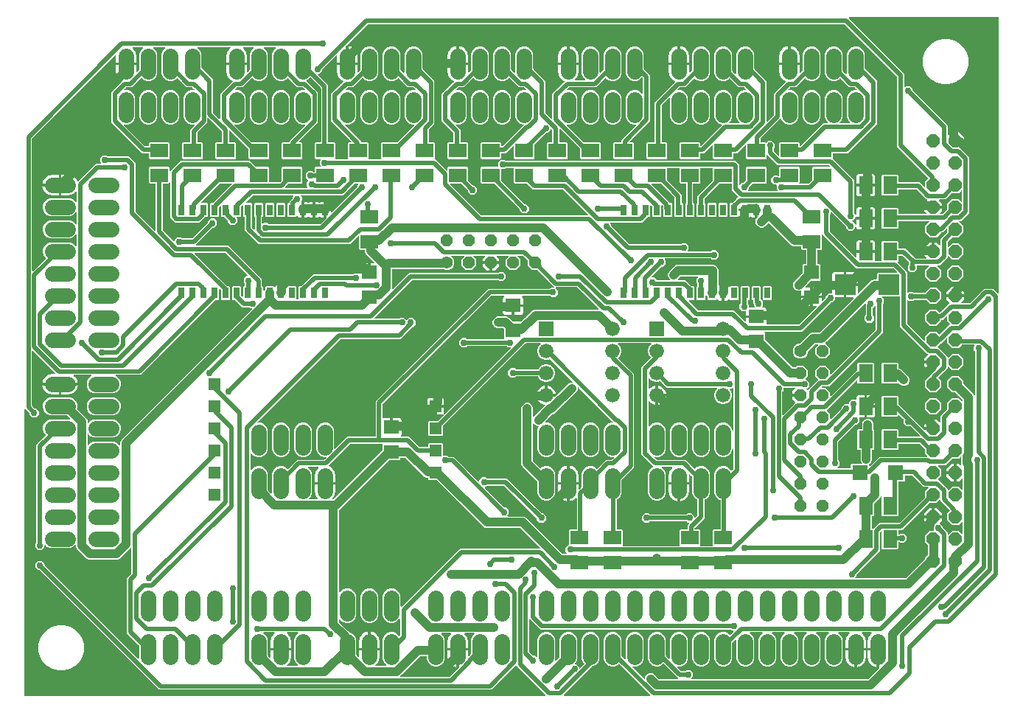
<source format=gbr>
G04 EAGLE Gerber RS-274X export*
G75*
%MOMM*%
%FSLAX34Y34*%
%LPD*%
%INTop Copper*%
%IPPOS*%
%AMOC8*
5,1,8,0,0,1.08239X$1,22.5*%
G01*
%ADD10C,1.800000*%
%ADD11R,2.400000X2.400000*%
%ADD12R,1.800000X1.600000*%
%ADD13R,1.800000X1.700000*%
%ADD14C,1.422400*%
%ADD15P,1.539592X8X292.500000*%
%ADD16P,1.539592X8X22.500000*%
%ADD17R,1.676400X1.676400*%
%ADD18C,1.676400*%
%ADD19P,1.649562X8X112.500000*%
%ADD20R,0.762000X1.270000*%
%ADD21R,2.000000X1.600000*%
%ADD22R,1.600000X2.000000*%
%ADD23R,1.408000X1.408000*%
%ADD24C,1.016000*%
%ADD25C,0.756400*%
%ADD26C,0.508000*%

G36*
X994334Y509274D02*
X994334Y509274D01*
X994353Y509272D01*
X994455Y509294D01*
X994557Y509310D01*
X994574Y509320D01*
X994594Y509324D01*
X994683Y509377D01*
X994774Y509426D01*
X994788Y509440D01*
X994805Y509450D01*
X994872Y509529D01*
X994944Y509604D01*
X994952Y509622D01*
X994965Y509637D01*
X995004Y509733D01*
X995047Y509827D01*
X995049Y509847D01*
X995057Y509865D01*
X995075Y510032D01*
X995075Y531332D01*
X995968Y532225D01*
X1013232Y532225D01*
X1014125Y531332D01*
X1014125Y524891D01*
X1014128Y524871D01*
X1014126Y524852D01*
X1014148Y524750D01*
X1014164Y524648D01*
X1014174Y524631D01*
X1014178Y524611D01*
X1014231Y524522D01*
X1014280Y524431D01*
X1014294Y524417D01*
X1014304Y524400D01*
X1014383Y524333D01*
X1014458Y524261D01*
X1014476Y524253D01*
X1014491Y524240D01*
X1014587Y524201D01*
X1014681Y524158D01*
X1014701Y524156D01*
X1014719Y524148D01*
X1014886Y524130D01*
X1022002Y524130D01*
X1033336Y512796D01*
X1033410Y512743D01*
X1033479Y512683D01*
X1033509Y512671D01*
X1033535Y512652D01*
X1033622Y512625D01*
X1033707Y512591D01*
X1033748Y512587D01*
X1033770Y512580D01*
X1033803Y512581D01*
X1033874Y512573D01*
X1046020Y512573D01*
X1046091Y512584D01*
X1046162Y512586D01*
X1046211Y512604D01*
X1046263Y512612D01*
X1046326Y512646D01*
X1046393Y512671D01*
X1046434Y512703D01*
X1046480Y512728D01*
X1046530Y512780D01*
X1046586Y512824D01*
X1046614Y512868D01*
X1046650Y512906D01*
X1046680Y512971D01*
X1046719Y513031D01*
X1046731Y513082D01*
X1046753Y513129D01*
X1046761Y513200D01*
X1046779Y513270D01*
X1046775Y513322D01*
X1046780Y513373D01*
X1046765Y513444D01*
X1046759Y513515D01*
X1046739Y513563D01*
X1046728Y513614D01*
X1046691Y513675D01*
X1046663Y513741D01*
X1046618Y513797D01*
X1046602Y513825D01*
X1046591Y513834D01*
X1046589Y513838D01*
X1046579Y513846D01*
X1046558Y513872D01*
X1043939Y516491D01*
X1043939Y519177D01*
X1053338Y519177D01*
X1053358Y519180D01*
X1053377Y519178D01*
X1053479Y519200D01*
X1053581Y519217D01*
X1053598Y519226D01*
X1053618Y519230D01*
X1053707Y519283D01*
X1053798Y519332D01*
X1053812Y519346D01*
X1053829Y519356D01*
X1053896Y519435D01*
X1053967Y519510D01*
X1053976Y519528D01*
X1053989Y519543D01*
X1054027Y519639D01*
X1054071Y519733D01*
X1054073Y519753D01*
X1054081Y519771D01*
X1054099Y519938D01*
X1054099Y520701D01*
X1054862Y520701D01*
X1054882Y520704D01*
X1054901Y520702D01*
X1055003Y520724D01*
X1055105Y520741D01*
X1055122Y520750D01*
X1055142Y520754D01*
X1055231Y520807D01*
X1055322Y520856D01*
X1055336Y520870D01*
X1055353Y520880D01*
X1055420Y520959D01*
X1055491Y521034D01*
X1055500Y521052D01*
X1055513Y521067D01*
X1055552Y521163D01*
X1055595Y521257D01*
X1055597Y521277D01*
X1055605Y521295D01*
X1055623Y521462D01*
X1055623Y530861D01*
X1058309Y530861D01*
X1061182Y527988D01*
X1061240Y527946D01*
X1061292Y527896D01*
X1061339Y527875D01*
X1061381Y527844D01*
X1061450Y527823D01*
X1061515Y527793D01*
X1061567Y527787D01*
X1061617Y527772D01*
X1061688Y527774D01*
X1061759Y527766D01*
X1061810Y527777D01*
X1061862Y527778D01*
X1061930Y527803D01*
X1062000Y527818D01*
X1062045Y527845D01*
X1062093Y527863D01*
X1062149Y527907D01*
X1062211Y527944D01*
X1062245Y527984D01*
X1062285Y528016D01*
X1062324Y528077D01*
X1062371Y528131D01*
X1062390Y528179D01*
X1062418Y528223D01*
X1062436Y528293D01*
X1062463Y528359D01*
X1062471Y528431D01*
X1062479Y528462D01*
X1062477Y528485D01*
X1062481Y528526D01*
X1062481Y534957D01*
X1070132Y542608D01*
X1070185Y542682D01*
X1070245Y542751D01*
X1070257Y542781D01*
X1070276Y542807D01*
X1070303Y542894D01*
X1070337Y542979D01*
X1070341Y543020D01*
X1070348Y543043D01*
X1070347Y543075D01*
X1070355Y543146D01*
X1070355Y546006D01*
X1070344Y546077D01*
X1070342Y546149D01*
X1070324Y546197D01*
X1070316Y546249D01*
X1070282Y546312D01*
X1070257Y546380D01*
X1070225Y546420D01*
X1070200Y546466D01*
X1070148Y546516D01*
X1070104Y546572D01*
X1070060Y546600D01*
X1070022Y546636D01*
X1069957Y546666D01*
X1069897Y546705D01*
X1069846Y546717D01*
X1069799Y546739D01*
X1069728Y546747D01*
X1069658Y546765D01*
X1069606Y546761D01*
X1069555Y546766D01*
X1069484Y546751D01*
X1069413Y546745D01*
X1069365Y546725D01*
X1069314Y546714D01*
X1069253Y546677D01*
X1069187Y546649D01*
X1069131Y546604D01*
X1069103Y546588D01*
X1069088Y546570D01*
X1069056Y546544D01*
X1064928Y542416D01*
X1063664Y542416D01*
X1063574Y542402D01*
X1063483Y542394D01*
X1063453Y542382D01*
X1063421Y542377D01*
X1063341Y542334D01*
X1063257Y542298D01*
X1063225Y542272D01*
X1063204Y542261D01*
X1063182Y542238D01*
X1063126Y542193D01*
X1057888Y536955D01*
X1050312Y536955D01*
X1044955Y542312D01*
X1044955Y549888D01*
X1049392Y554325D01*
X1049434Y554383D01*
X1049483Y554435D01*
X1049505Y554482D01*
X1049536Y554524D01*
X1049557Y554593D01*
X1049587Y554658D01*
X1049593Y554710D01*
X1049608Y554760D01*
X1049606Y554831D01*
X1049614Y554902D01*
X1049603Y554953D01*
X1049602Y555005D01*
X1049577Y555073D01*
X1049562Y555143D01*
X1049535Y555188D01*
X1049517Y555236D01*
X1049472Y555292D01*
X1049436Y555354D01*
X1049396Y555388D01*
X1049364Y555428D01*
X1049303Y555467D01*
X1049249Y555514D01*
X1049200Y555533D01*
X1049157Y555561D01*
X1049087Y555579D01*
X1049021Y555606D01*
X1048949Y555614D01*
X1048918Y555622D01*
X1048895Y555620D01*
X1048854Y555624D01*
X1014886Y555624D01*
X1014866Y555621D01*
X1014847Y555623D01*
X1014745Y555601D01*
X1014643Y555585D01*
X1014626Y555575D01*
X1014606Y555571D01*
X1014517Y555518D01*
X1014426Y555469D01*
X1014412Y555455D01*
X1014395Y555445D01*
X1014328Y555366D01*
X1014256Y555291D01*
X1014248Y555273D01*
X1014235Y555258D01*
X1014196Y555162D01*
X1014153Y555068D01*
X1014151Y555048D01*
X1014143Y555030D01*
X1014125Y554863D01*
X1014125Y548168D01*
X1013232Y547275D01*
X995968Y547275D01*
X995075Y548168D01*
X995075Y569432D01*
X995968Y570325D01*
X1013232Y570325D01*
X1014125Y569432D01*
X1014125Y564515D01*
X1014128Y564495D01*
X1014126Y564476D01*
X1014148Y564374D01*
X1014164Y564272D01*
X1014174Y564255D01*
X1014178Y564235D01*
X1014231Y564146D01*
X1014280Y564055D01*
X1014294Y564041D01*
X1014304Y564024D01*
X1014383Y563957D01*
X1014458Y563885D01*
X1014476Y563877D01*
X1014491Y563864D01*
X1014587Y563825D01*
X1014681Y563782D01*
X1014701Y563780D01*
X1014719Y563772D01*
X1014886Y563754D01*
X1045639Y563754D01*
X1045710Y563765D01*
X1045781Y563767D01*
X1045830Y563785D01*
X1045882Y563793D01*
X1045945Y563827D01*
X1046012Y563852D01*
X1046053Y563884D01*
X1046099Y563909D01*
X1046149Y563961D01*
X1046205Y564005D01*
X1046233Y564049D01*
X1046269Y564087D01*
X1046299Y564152D01*
X1046338Y564212D01*
X1046350Y564263D01*
X1046372Y564310D01*
X1046380Y564381D01*
X1046398Y564451D01*
X1046394Y564503D01*
X1046399Y564554D01*
X1046384Y564625D01*
X1046378Y564696D01*
X1046358Y564744D01*
X1046347Y564795D01*
X1046310Y564856D01*
X1046282Y564922D01*
X1046237Y564978D01*
X1046221Y565006D01*
X1046203Y565021D01*
X1046177Y565053D01*
X1043939Y567291D01*
X1043939Y569977D01*
X1053338Y569977D01*
X1053358Y569980D01*
X1053377Y569978D01*
X1053479Y570000D01*
X1053581Y570017D01*
X1053598Y570026D01*
X1053618Y570030D01*
X1053707Y570083D01*
X1053798Y570132D01*
X1053812Y570146D01*
X1053829Y570156D01*
X1053896Y570235D01*
X1053967Y570310D01*
X1053976Y570328D01*
X1053989Y570343D01*
X1054027Y570439D01*
X1054071Y570533D01*
X1054073Y570553D01*
X1054081Y570571D01*
X1054099Y570738D01*
X1054099Y572262D01*
X1054096Y572282D01*
X1054098Y572301D01*
X1054076Y572403D01*
X1054059Y572505D01*
X1054050Y572522D01*
X1054046Y572542D01*
X1053993Y572631D01*
X1053944Y572722D01*
X1053930Y572736D01*
X1053920Y572753D01*
X1053841Y572820D01*
X1053766Y572891D01*
X1053748Y572900D01*
X1053733Y572913D01*
X1053637Y572952D01*
X1053543Y572995D01*
X1053523Y572997D01*
X1053505Y573005D01*
X1053338Y573023D01*
X1043939Y573023D01*
X1043939Y575709D01*
X1047320Y579090D01*
X1047362Y579148D01*
X1047412Y579200D01*
X1047433Y579247D01*
X1047464Y579289D01*
X1047485Y579358D01*
X1047515Y579423D01*
X1047521Y579475D01*
X1047536Y579525D01*
X1047534Y579596D01*
X1047542Y579667D01*
X1047531Y579718D01*
X1047530Y579770D01*
X1047505Y579838D01*
X1047490Y579908D01*
X1047463Y579953D01*
X1047445Y580001D01*
X1047401Y580057D01*
X1047364Y580119D01*
X1047324Y580153D01*
X1047292Y580193D01*
X1047231Y580232D01*
X1047177Y580279D01*
X1047129Y580298D01*
X1047085Y580326D01*
X1047015Y580344D01*
X1046949Y580371D01*
X1046877Y580379D01*
X1046846Y580387D01*
X1046823Y580385D01*
X1046782Y580389D01*
X1046701Y580389D01*
X1035367Y591723D01*
X1035293Y591776D01*
X1035224Y591836D01*
X1035194Y591848D01*
X1035168Y591867D01*
X1035081Y591894D01*
X1034996Y591928D01*
X1034955Y591932D01*
X1034932Y591939D01*
X1034900Y591938D01*
X1034829Y591946D01*
X1014886Y591946D01*
X1014866Y591943D01*
X1014847Y591945D01*
X1014745Y591923D01*
X1014643Y591907D01*
X1014626Y591897D01*
X1014606Y591893D01*
X1014517Y591840D01*
X1014426Y591791D01*
X1014412Y591777D01*
X1014395Y591767D01*
X1014328Y591688D01*
X1014256Y591613D01*
X1014248Y591595D01*
X1014235Y591580D01*
X1014196Y591484D01*
X1014153Y591390D01*
X1014151Y591370D01*
X1014143Y591352D01*
X1014125Y591185D01*
X1014125Y586268D01*
X1013232Y585375D01*
X995968Y585375D01*
X995075Y586268D01*
X995075Y607532D01*
X995968Y608425D01*
X1013232Y608425D01*
X1014125Y607532D01*
X1014125Y600837D01*
X1014128Y600817D01*
X1014126Y600798D01*
X1014148Y600696D01*
X1014164Y600594D01*
X1014174Y600577D01*
X1014178Y600557D01*
X1014231Y600468D01*
X1014280Y600377D01*
X1014294Y600363D01*
X1014304Y600346D01*
X1014383Y600279D01*
X1014458Y600207D01*
X1014476Y600199D01*
X1014491Y600186D01*
X1014587Y600147D01*
X1014681Y600104D01*
X1014701Y600102D01*
X1014719Y600094D01*
X1014886Y600076D01*
X1038512Y600076D01*
X1043656Y594932D01*
X1043714Y594890D01*
X1043766Y594840D01*
X1043813Y594818D01*
X1043855Y594788D01*
X1043924Y594767D01*
X1043989Y594737D01*
X1044041Y594731D01*
X1044091Y594716D01*
X1044162Y594718D01*
X1044233Y594710D01*
X1044284Y594721D01*
X1044336Y594722D01*
X1044404Y594747D01*
X1044474Y594762D01*
X1044519Y594789D01*
X1044567Y594807D01*
X1044623Y594851D01*
X1044685Y594888D01*
X1044719Y594928D01*
X1044759Y594960D01*
X1044798Y595021D01*
X1044845Y595075D01*
X1044864Y595123D01*
X1044892Y595167D01*
X1044910Y595237D01*
X1044937Y595303D01*
X1044945Y595375D01*
X1044953Y595406D01*
X1044951Y595429D01*
X1044955Y595470D01*
X1044955Y600688D01*
X1048349Y604081D01*
X1048360Y604097D01*
X1048376Y604110D01*
X1048432Y604197D01*
X1048492Y604281D01*
X1048498Y604300D01*
X1048509Y604317D01*
X1048534Y604417D01*
X1048565Y604516D01*
X1048564Y604536D01*
X1048569Y604555D01*
X1048561Y604658D01*
X1048558Y604762D01*
X1048551Y604781D01*
X1048550Y604801D01*
X1048509Y604895D01*
X1048474Y604993D01*
X1048461Y605009D01*
X1048454Y605027D01*
X1048349Y605158D01*
X1012951Y640555D01*
X1012951Y721139D01*
X1012937Y721229D01*
X1012929Y721320D01*
X1012917Y721350D01*
X1012912Y721382D01*
X1012869Y721462D01*
X1012833Y721546D01*
X1012807Y721578D01*
X1012796Y721599D01*
X1012773Y721621D01*
X1012728Y721677D01*
X952817Y781588D01*
X952743Y781641D01*
X952674Y781701D01*
X952644Y781713D01*
X952618Y781732D01*
X952531Y781759D01*
X952446Y781793D01*
X952405Y781797D01*
X952382Y781804D01*
X952350Y781803D01*
X952279Y781811D01*
X404843Y781811D01*
X404753Y781797D01*
X404662Y781789D01*
X404632Y781777D01*
X404600Y781772D01*
X404520Y781729D01*
X404436Y781693D01*
X404404Y781667D01*
X404383Y781656D01*
X404361Y781633D01*
X404305Y781588D01*
X379700Y756983D01*
X379647Y756909D01*
X379587Y756840D01*
X379575Y756810D01*
X379556Y756784D01*
X379529Y756697D01*
X379495Y756612D01*
X379491Y756571D01*
X379484Y756549D01*
X379485Y756516D01*
X379477Y756445D01*
X379477Y737723D01*
X369459Y737723D01*
X369459Y744905D01*
X369448Y744976D01*
X369446Y745048D01*
X369428Y745096D01*
X369420Y745148D01*
X369386Y745211D01*
X369361Y745279D01*
X369329Y745319D01*
X369304Y745365D01*
X369252Y745415D01*
X369208Y745471D01*
X369164Y745499D01*
X369126Y745535D01*
X369061Y745565D01*
X369001Y745604D01*
X368950Y745616D01*
X368903Y745638D01*
X368832Y745646D01*
X368762Y745664D01*
X368710Y745660D01*
X368659Y745665D01*
X368588Y745650D01*
X368517Y745644D01*
X368469Y745624D01*
X368418Y745613D01*
X368357Y745576D01*
X368291Y745548D01*
X368235Y745503D01*
X368207Y745487D01*
X368192Y745469D01*
X368160Y745443D01*
X352240Y729523D01*
X352187Y729449D01*
X352127Y729380D01*
X352115Y729350D01*
X352096Y729324D01*
X352069Y729237D01*
X352035Y729152D01*
X352031Y729111D01*
X352024Y729088D01*
X352025Y729056D01*
X352017Y728985D01*
X352017Y727544D01*
X348908Y724435D01*
X348046Y724435D01*
X347975Y724424D01*
X347903Y724422D01*
X347855Y724404D01*
X347803Y724396D01*
X347740Y724362D01*
X347672Y724337D01*
X347632Y724305D01*
X347586Y724280D01*
X347536Y724228D01*
X347480Y724184D01*
X347452Y724140D01*
X347416Y724102D01*
X347386Y724037D01*
X347347Y723977D01*
X347335Y723926D01*
X347313Y723879D01*
X347305Y723808D01*
X347287Y723738D01*
X347291Y723686D01*
X347286Y723635D01*
X347301Y723564D01*
X347307Y723493D01*
X347327Y723445D01*
X347338Y723394D01*
X347375Y723333D01*
X347403Y723267D01*
X347448Y723211D01*
X347464Y723183D01*
X347482Y723168D01*
X347508Y723136D01*
X359030Y711614D01*
X359030Y646586D01*
X359033Y646566D01*
X359031Y646547D01*
X359053Y646445D01*
X359069Y646343D01*
X359079Y646326D01*
X359083Y646306D01*
X359136Y646217D01*
X359185Y646126D01*
X359199Y646112D01*
X359209Y646095D01*
X359288Y646028D01*
X359363Y645956D01*
X359381Y645948D01*
X359396Y645935D01*
X359492Y645896D01*
X359586Y645853D01*
X359606Y645851D01*
X359624Y645843D01*
X359791Y645825D01*
X366232Y645825D01*
X367125Y644932D01*
X367125Y627620D01*
X367104Y627592D01*
X367083Y627523D01*
X367053Y627458D01*
X367047Y627406D01*
X367032Y627357D01*
X367034Y627285D01*
X367026Y627214D01*
X367037Y627163D01*
X367038Y627111D01*
X367063Y627043D01*
X367078Y626973D01*
X367105Y626928D01*
X367122Y626880D01*
X367167Y626824D01*
X367204Y626762D01*
X367244Y626728D01*
X367276Y626688D01*
X367336Y626649D01*
X367391Y626602D01*
X367439Y626583D01*
X367483Y626555D01*
X367552Y626537D01*
X367619Y626510D01*
X367690Y626502D01*
X367721Y626494D01*
X367745Y626496D01*
X367786Y626492D01*
X381514Y626492D01*
X381585Y626503D01*
X381657Y626505D01*
X381706Y626523D01*
X381757Y626531D01*
X381820Y626565D01*
X381888Y626590D01*
X381928Y626622D01*
X381974Y626647D01*
X382024Y626699D01*
X382080Y626743D01*
X382108Y626787D01*
X382144Y626825D01*
X382174Y626890D01*
X382213Y626950D01*
X382225Y627001D01*
X382247Y627048D01*
X382255Y627119D01*
X382273Y627189D01*
X382269Y627241D01*
X382274Y627292D01*
X382259Y627362D01*
X382254Y627434D01*
X382233Y627482D01*
X382222Y627533D01*
X382185Y627594D01*
X382175Y627618D01*
X382175Y644932D01*
X383068Y645825D01*
X385068Y645825D01*
X385139Y645836D01*
X385211Y645838D01*
X385259Y645856D01*
X385311Y645864D01*
X385374Y645898D01*
X385442Y645923D01*
X385482Y645955D01*
X385528Y645980D01*
X385578Y646032D01*
X385634Y646076D01*
X385662Y646120D01*
X385698Y646158D01*
X385728Y646223D01*
X385767Y646283D01*
X385779Y646334D01*
X385801Y646381D01*
X385809Y646452D01*
X385827Y646522D01*
X385823Y646574D01*
X385828Y646625D01*
X385813Y646696D01*
X385807Y646767D01*
X385787Y646815D01*
X385776Y646866D01*
X385739Y646927D01*
X385711Y646993D01*
X385666Y647049D01*
X385650Y647077D01*
X385632Y647092D01*
X385606Y647124D01*
X365061Y667669D01*
X362457Y670273D01*
X362457Y701708D01*
X375442Y714693D01*
X376282Y715533D01*
X376292Y715546D01*
X376304Y715556D01*
X376363Y715645D01*
X376426Y715733D01*
X376431Y715748D01*
X376439Y715761D01*
X376467Y715865D01*
X376498Y715968D01*
X376498Y715984D01*
X376502Y715999D01*
X376495Y716106D01*
X376492Y716214D01*
X376487Y716229D01*
X376485Y716244D01*
X376445Y716343D01*
X376408Y716445D01*
X376398Y716457D01*
X376391Y716472D01*
X376321Y716553D01*
X376254Y716637D01*
X376240Y716645D01*
X376230Y716657D01*
X376090Y716749D01*
X374951Y717329D01*
X373482Y718397D01*
X372197Y719682D01*
X371129Y721151D01*
X370305Y722770D01*
X369743Y724498D01*
X369459Y726292D01*
X369459Y734677D01*
X380238Y734677D01*
X380258Y734680D01*
X380277Y734678D01*
X380379Y734700D01*
X380481Y734717D01*
X380498Y734726D01*
X380518Y734730D01*
X380607Y734783D01*
X380698Y734832D01*
X380712Y734846D01*
X380729Y734856D01*
X380796Y734935D01*
X380867Y735010D01*
X380876Y735028D01*
X380889Y735043D01*
X380927Y735139D01*
X380971Y735233D01*
X380973Y735253D01*
X380981Y735271D01*
X380999Y735438D01*
X380999Y736201D01*
X381001Y736201D01*
X381001Y735438D01*
X381004Y735418D01*
X381002Y735399D01*
X381024Y735297D01*
X381041Y735195D01*
X381050Y735178D01*
X381054Y735158D01*
X381107Y735069D01*
X381156Y734978D01*
X381170Y734964D01*
X381180Y734947D01*
X381259Y734880D01*
X381334Y734809D01*
X381352Y734800D01*
X381367Y734787D01*
X381463Y734748D01*
X381557Y734705D01*
X381577Y734703D01*
X381595Y734695D01*
X381762Y734677D01*
X392541Y734677D01*
X392541Y727025D01*
X392552Y726954D01*
X392554Y726882D01*
X392572Y726834D01*
X392580Y726782D01*
X392614Y726719D01*
X392639Y726651D01*
X392671Y726611D01*
X392696Y726565D01*
X392748Y726515D01*
X392792Y726459D01*
X392836Y726431D01*
X392874Y726395D01*
X392939Y726365D01*
X392999Y726326D01*
X393050Y726314D01*
X393097Y726292D01*
X393168Y726284D01*
X393238Y726266D01*
X393290Y726270D01*
X393341Y726265D01*
X393412Y726280D01*
X393483Y726286D01*
X393531Y726306D01*
X393582Y726317D01*
X393643Y726354D01*
X393709Y726382D01*
X393765Y726427D01*
X393793Y726443D01*
X393808Y726461D01*
X393840Y726487D01*
X395652Y728299D01*
X395705Y728373D01*
X395765Y728442D01*
X395777Y728472D01*
X395796Y728498D01*
X395823Y728586D01*
X395857Y728670D01*
X395861Y728711D01*
X395868Y728734D01*
X395867Y728766D01*
X395875Y728837D01*
X395875Y747293D01*
X397478Y751162D01*
X400438Y754122D01*
X404307Y755725D01*
X408493Y755725D01*
X412362Y754122D01*
X415322Y751162D01*
X416925Y747293D01*
X416925Y725107D01*
X415322Y721238D01*
X412362Y718278D01*
X408493Y716675D01*
X404307Y716675D01*
X400438Y718278D01*
X399321Y719394D01*
X399305Y719406D01*
X399293Y719422D01*
X399206Y719478D01*
X399122Y719538D01*
X399103Y719544D01*
X399086Y719555D01*
X398985Y719580D01*
X398887Y719610D01*
X398867Y719610D01*
X398847Y719615D01*
X398744Y719607D01*
X398641Y719604D01*
X398622Y719597D01*
X398602Y719596D01*
X398507Y719555D01*
X398410Y719520D01*
X398394Y719507D01*
X398376Y719499D01*
X398245Y719394D01*
X388018Y709167D01*
X381729Y709167D01*
X381639Y709153D01*
X381548Y709145D01*
X381518Y709133D01*
X381486Y709128D01*
X381406Y709085D01*
X381322Y709049D01*
X381289Y709023D01*
X381269Y709012D01*
X381247Y708989D01*
X381191Y708944D01*
X379271Y707024D01*
X379229Y706966D01*
X379179Y706914D01*
X379157Y706867D01*
X379127Y706825D01*
X379106Y706756D01*
X379076Y706691D01*
X379070Y706639D01*
X379055Y706589D01*
X379057Y706518D01*
X379049Y706447D01*
X379060Y706396D01*
X379061Y706344D01*
X379086Y706276D01*
X379101Y706206D01*
X379128Y706161D01*
X379146Y706113D01*
X379190Y706057D01*
X379227Y705995D01*
X379267Y705961D01*
X379299Y705921D01*
X379360Y705882D01*
X379414Y705835D01*
X379462Y705816D01*
X379506Y705788D01*
X379576Y705770D01*
X379642Y705743D01*
X379714Y705735D01*
X379745Y705727D01*
X379768Y705729D01*
X379809Y705725D01*
X383093Y705725D01*
X386962Y704122D01*
X389922Y701162D01*
X391525Y697293D01*
X391525Y675107D01*
X389922Y671238D01*
X386962Y668278D01*
X383093Y666675D01*
X379390Y666675D01*
X379319Y666664D01*
X379247Y666662D01*
X379199Y666644D01*
X379147Y666636D01*
X379084Y666602D01*
X379016Y666577D01*
X378976Y666545D01*
X378930Y666520D01*
X378880Y666468D01*
X378824Y666424D01*
X378796Y666380D01*
X378760Y666342D01*
X378730Y666277D01*
X378691Y666217D01*
X378679Y666166D01*
X378657Y666119D01*
X378649Y666048D01*
X378631Y665978D01*
X378635Y665926D01*
X378630Y665875D01*
X378645Y665804D01*
X378651Y665733D01*
X378671Y665685D01*
X378682Y665634D01*
X378719Y665573D01*
X378747Y665507D01*
X378792Y665451D01*
X378808Y665423D01*
X378826Y665408D01*
X378852Y665376D01*
X397003Y647225D01*
X397003Y646586D01*
X397006Y646566D01*
X397004Y646547D01*
X397026Y646445D01*
X397042Y646343D01*
X397052Y646326D01*
X397056Y646306D01*
X397109Y646217D01*
X397158Y646126D01*
X397172Y646112D01*
X397182Y646095D01*
X397261Y646028D01*
X397336Y645956D01*
X397354Y645948D01*
X397369Y645935D01*
X397465Y645896D01*
X397559Y645853D01*
X397579Y645851D01*
X397597Y645843D01*
X397764Y645825D01*
X404332Y645825D01*
X405225Y644932D01*
X405225Y627620D01*
X405204Y627592D01*
X405183Y627523D01*
X405153Y627458D01*
X405147Y627406D01*
X405132Y627357D01*
X405134Y627285D01*
X405126Y627214D01*
X405137Y627163D01*
X405138Y627111D01*
X405163Y627043D01*
X405178Y626973D01*
X405205Y626928D01*
X405222Y626880D01*
X405267Y626824D01*
X405304Y626762D01*
X405344Y626728D01*
X405376Y626688D01*
X405436Y626649D01*
X405491Y626602D01*
X405539Y626583D01*
X405583Y626555D01*
X405652Y626537D01*
X405719Y626510D01*
X405790Y626502D01*
X405821Y626494D01*
X405845Y626496D01*
X405886Y626492D01*
X419614Y626492D01*
X419685Y626503D01*
X419757Y626505D01*
X419806Y626523D01*
X419857Y626531D01*
X419920Y626565D01*
X419988Y626590D01*
X420028Y626622D01*
X420074Y626647D01*
X420124Y626699D01*
X420180Y626743D01*
X420208Y626787D01*
X420244Y626825D01*
X420274Y626890D01*
X420313Y626950D01*
X420325Y627001D01*
X420347Y627048D01*
X420355Y627119D01*
X420373Y627189D01*
X420369Y627241D01*
X420374Y627292D01*
X420359Y627362D01*
X420354Y627434D01*
X420333Y627482D01*
X420322Y627533D01*
X420285Y627594D01*
X420275Y627618D01*
X420275Y644932D01*
X421168Y645825D01*
X438339Y645825D01*
X438429Y645839D01*
X438520Y645847D01*
X438550Y645859D01*
X438582Y645864D01*
X438662Y645907D01*
X438746Y645943D01*
X438778Y645969D01*
X438799Y645980D01*
X438821Y646003D01*
X438877Y646048D01*
X458205Y665376D01*
X458247Y665434D01*
X458297Y665486D01*
X458319Y665533D01*
X458349Y665575D01*
X458370Y665644D01*
X458400Y665709D01*
X458406Y665761D01*
X458421Y665811D01*
X458419Y665882D01*
X458427Y665953D01*
X458416Y666004D01*
X458415Y666056D01*
X458390Y666124D01*
X458375Y666194D01*
X458348Y666238D01*
X458330Y666287D01*
X458286Y666343D01*
X458249Y666405D01*
X458209Y666439D01*
X458177Y666479D01*
X458116Y666518D01*
X458062Y666565D01*
X458014Y666584D01*
X457970Y666612D01*
X457900Y666630D01*
X457834Y666657D01*
X457762Y666665D01*
X457731Y666673D01*
X457708Y666671D01*
X457667Y666675D01*
X455107Y666675D01*
X451238Y668278D01*
X448278Y671238D01*
X446675Y675107D01*
X446675Y697293D01*
X448278Y701162D01*
X451238Y704122D01*
X455107Y705725D01*
X458899Y705725D01*
X458970Y705736D01*
X459042Y705738D01*
X459090Y705756D01*
X459142Y705764D01*
X459205Y705798D01*
X459273Y705823D01*
X459313Y705855D01*
X459359Y705880D01*
X459409Y705932D01*
X459465Y705976D01*
X459493Y706020D01*
X459529Y706058D01*
X459559Y706123D01*
X459598Y706183D01*
X459610Y706234D01*
X459632Y706281D01*
X459640Y706352D01*
X459658Y706422D01*
X459654Y706474D01*
X459659Y706525D01*
X459644Y706596D01*
X459638Y706667D01*
X459618Y706715D01*
X459607Y706766D01*
X459570Y706827D01*
X459542Y706893D01*
X459497Y706949D01*
X459481Y706977D01*
X459463Y706992D01*
X459437Y707024D01*
X457517Y708944D01*
X457443Y708997D01*
X457374Y709057D01*
X457344Y709069D01*
X457318Y709088D01*
X457230Y709115D01*
X457146Y709149D01*
X457105Y709153D01*
X457082Y709160D01*
X457050Y709159D01*
X456979Y709167D01*
X450690Y709167D01*
X440209Y719648D01*
X440193Y719660D01*
X440181Y719676D01*
X440093Y719732D01*
X440009Y719792D01*
X439990Y719798D01*
X439974Y719809D01*
X439873Y719834D01*
X439774Y719864D01*
X439754Y719864D01*
X439735Y719869D01*
X439632Y719861D01*
X439529Y719858D01*
X439510Y719851D01*
X439490Y719850D01*
X439395Y719809D01*
X439297Y719774D01*
X439282Y719761D01*
X439264Y719753D01*
X439133Y719648D01*
X437762Y718278D01*
X433893Y716675D01*
X429707Y716675D01*
X425838Y718278D01*
X422878Y721238D01*
X421275Y725107D01*
X421275Y747293D01*
X422878Y751162D01*
X425838Y754122D01*
X429707Y755725D01*
X433893Y755725D01*
X437762Y754122D01*
X440722Y751162D01*
X442325Y747293D01*
X442325Y729345D01*
X442339Y729255D01*
X442347Y729164D01*
X442359Y729134D01*
X442364Y729102D01*
X442407Y729021D01*
X442443Y728938D01*
X442469Y728906D01*
X442480Y728885D01*
X442503Y728863D01*
X442548Y728807D01*
X445376Y725979D01*
X445434Y725937D01*
X445486Y725887D01*
X445533Y725865D01*
X445575Y725835D01*
X445644Y725814D01*
X445709Y725784D01*
X445761Y725778D01*
X445811Y725763D01*
X445882Y725765D01*
X445953Y725757D01*
X446004Y725768D01*
X446056Y725769D01*
X446124Y725794D01*
X446194Y725809D01*
X446238Y725836D01*
X446287Y725854D01*
X446343Y725898D01*
X446405Y725935D01*
X446439Y725975D01*
X446479Y726007D01*
X446518Y726068D01*
X446565Y726122D01*
X446584Y726170D01*
X446612Y726214D01*
X446630Y726284D01*
X446657Y726350D01*
X446665Y726422D01*
X446673Y726453D01*
X446671Y726476D01*
X446675Y726517D01*
X446675Y747293D01*
X448278Y751162D01*
X451238Y754122D01*
X455107Y755725D01*
X459293Y755725D01*
X463162Y754122D01*
X466122Y751162D01*
X467725Y747293D01*
X467725Y730361D01*
X467739Y730271D01*
X467747Y730180D01*
X467759Y730150D01*
X467764Y730118D01*
X467807Y730038D01*
X467843Y729954D01*
X467869Y729922D01*
X467880Y729901D01*
X467903Y729879D01*
X467948Y729823D01*
X481204Y716567D01*
X481204Y666971D01*
X474823Y660590D01*
X474770Y660516D01*
X474710Y660447D01*
X474698Y660417D01*
X474679Y660391D01*
X474652Y660304D01*
X474618Y660219D01*
X474614Y660178D01*
X474607Y660155D01*
X474608Y660123D01*
X474600Y660052D01*
X474600Y646586D01*
X474603Y646566D01*
X474601Y646547D01*
X474623Y646445D01*
X474639Y646343D01*
X474649Y646326D01*
X474653Y646306D01*
X474706Y646217D01*
X474755Y646126D01*
X474769Y646112D01*
X474779Y646095D01*
X474858Y646028D01*
X474933Y645956D01*
X474951Y645948D01*
X474966Y645935D01*
X475062Y645896D01*
X475156Y645853D01*
X475176Y645851D01*
X475194Y645843D01*
X475361Y645825D01*
X480532Y645825D01*
X481425Y644932D01*
X481425Y627620D01*
X481404Y627592D01*
X481383Y627523D01*
X481353Y627458D01*
X481347Y627406D01*
X481332Y627357D01*
X481334Y627285D01*
X481326Y627214D01*
X481337Y627163D01*
X481338Y627111D01*
X481363Y627043D01*
X481378Y626973D01*
X481405Y626928D01*
X481422Y626880D01*
X481467Y626824D01*
X481504Y626762D01*
X481544Y626728D01*
X481576Y626688D01*
X481636Y626649D01*
X481691Y626602D01*
X481739Y626583D01*
X481783Y626555D01*
X481852Y626537D01*
X481919Y626510D01*
X481990Y626502D01*
X482021Y626494D01*
X482045Y626496D01*
X482086Y626492D01*
X482125Y626492D01*
X495110Y613507D01*
X495176Y613441D01*
X495234Y613399D01*
X495286Y613349D01*
X495333Y613328D01*
X495375Y613297D01*
X495444Y613276D01*
X495509Y613246D01*
X495561Y613240D01*
X495610Y613225D01*
X495682Y613227D01*
X495753Y613219D01*
X495804Y613230D01*
X495856Y613231D01*
X495924Y613256D01*
X495994Y613271D01*
X496039Y613298D01*
X496087Y613315D01*
X496143Y613360D01*
X496205Y613397D01*
X496239Y613437D01*
X496279Y613469D01*
X496318Y613529D01*
X496365Y613584D01*
X496384Y613632D01*
X496412Y613676D01*
X496430Y613745D01*
X496457Y613812D01*
X496465Y613883D01*
X496473Y613915D01*
X496471Y613938D01*
X496475Y613979D01*
X496475Y616932D01*
X497368Y617825D01*
X518632Y617825D01*
X519525Y616932D01*
X519525Y602615D01*
X519539Y602525D01*
X519547Y602434D01*
X519559Y602404D01*
X519564Y602372D01*
X519607Y602292D01*
X519643Y602208D01*
X519669Y602176D01*
X519680Y602155D01*
X519703Y602133D01*
X519748Y602077D01*
X525237Y596588D01*
X525311Y596535D01*
X525380Y596475D01*
X525410Y596463D01*
X525436Y596444D01*
X525523Y596417D01*
X525608Y596383D01*
X525649Y596379D01*
X525671Y596372D01*
X525704Y596373D01*
X525775Y596365D01*
X527216Y596365D01*
X530325Y593256D01*
X530325Y588860D01*
X527216Y585751D01*
X522820Y585751D01*
X519711Y588860D01*
X519711Y590301D01*
X519697Y590391D01*
X519689Y590482D01*
X519677Y590512D01*
X519672Y590544D01*
X519629Y590624D01*
X519593Y590708D01*
X519567Y590740D01*
X519556Y590761D01*
X519533Y590783D01*
X519488Y590839D01*
X511775Y598552D01*
X511701Y598605D01*
X511632Y598665D01*
X511602Y598677D01*
X511576Y598696D01*
X511489Y598723D01*
X511404Y598757D01*
X511363Y598761D01*
X511341Y598768D01*
X511308Y598767D01*
X511237Y598775D01*
X500122Y598775D01*
X500051Y598764D01*
X499979Y598762D01*
X499931Y598744D01*
X499879Y598736D01*
X499816Y598702D01*
X499748Y598677D01*
X499708Y598645D01*
X499662Y598620D01*
X499612Y598568D01*
X499556Y598524D01*
X499528Y598480D01*
X499492Y598442D01*
X499462Y598377D01*
X499423Y598317D01*
X499411Y598266D01*
X499389Y598219D01*
X499381Y598148D01*
X499363Y598078D01*
X499367Y598026D01*
X499362Y597975D01*
X499377Y597904D01*
X499383Y597833D01*
X499403Y597785D01*
X499414Y597734D01*
X499451Y597673D01*
X499479Y597607D01*
X499524Y597551D01*
X499540Y597523D01*
X499558Y597508D01*
X499584Y597476D01*
X534734Y562326D01*
X534808Y562273D01*
X534877Y562213D01*
X534907Y562201D01*
X534933Y562182D01*
X535020Y562155D01*
X535105Y562121D01*
X535146Y562117D01*
X535169Y562110D01*
X535201Y562111D01*
X535272Y562103D01*
X657004Y562103D01*
X657075Y562114D01*
X657147Y562116D01*
X657195Y562134D01*
X657247Y562142D01*
X657310Y562176D01*
X657378Y562201D01*
X657418Y562233D01*
X657464Y562258D01*
X657514Y562310D01*
X657570Y562354D01*
X657598Y562398D01*
X657634Y562436D01*
X657664Y562501D01*
X657703Y562561D01*
X657715Y562612D01*
X657737Y562659D01*
X657745Y562730D01*
X657763Y562800D01*
X657759Y562852D01*
X657764Y562903D01*
X657749Y562974D01*
X657743Y563045D01*
X657723Y563093D01*
X657712Y563144D01*
X657675Y563205D01*
X657647Y563271D01*
X657602Y563327D01*
X657586Y563355D01*
X657568Y563370D01*
X657542Y563402D01*
X629221Y591723D01*
X629147Y591776D01*
X629078Y591836D01*
X629048Y591848D01*
X629022Y591867D01*
X628935Y591894D01*
X628850Y591928D01*
X628809Y591932D01*
X628786Y591939D01*
X628754Y591938D01*
X628683Y591946D01*
X594327Y591946D01*
X587721Y598552D01*
X587647Y598605D01*
X587578Y598665D01*
X587548Y598677D01*
X587522Y598696D01*
X587435Y598723D01*
X587350Y598757D01*
X587309Y598761D01*
X587286Y598768D01*
X587254Y598767D01*
X587183Y598775D01*
X573568Y598775D01*
X572675Y599668D01*
X572675Y615950D01*
X572672Y615970D01*
X572674Y615989D01*
X572652Y616091D01*
X572636Y616193D01*
X572626Y616210D01*
X572622Y616230D01*
X572569Y616319D01*
X572520Y616410D01*
X572506Y616424D01*
X572496Y616441D01*
X572417Y616508D01*
X572342Y616580D01*
X572324Y616588D01*
X572309Y616601D01*
X572213Y616640D01*
X572119Y616683D01*
X572099Y616685D01*
X572081Y616693D01*
X571914Y616711D01*
X563444Y616711D01*
X563354Y616697D01*
X563263Y616689D01*
X563234Y616677D01*
X563202Y616672D01*
X563121Y616629D01*
X563037Y616593D01*
X563005Y616567D01*
X562984Y616556D01*
X562962Y616533D01*
X562906Y616488D01*
X561887Y615469D01*
X558386Y615469D01*
X558366Y615466D01*
X558347Y615468D01*
X558245Y615446D01*
X558143Y615430D01*
X558126Y615420D01*
X558106Y615416D01*
X558017Y615363D01*
X557926Y615314D01*
X557912Y615300D01*
X557895Y615290D01*
X557828Y615211D01*
X557756Y615136D01*
X557748Y615118D01*
X557735Y615103D01*
X557696Y615007D01*
X557653Y614913D01*
X557651Y614893D01*
X557643Y614875D01*
X557625Y614708D01*
X557625Y602488D01*
X557639Y602398D01*
X557647Y602307D01*
X557659Y602277D01*
X557664Y602245D01*
X557707Y602165D01*
X557743Y602081D01*
X557769Y602049D01*
X557780Y602028D01*
X557803Y602006D01*
X557848Y601950D01*
X584673Y575125D01*
X584747Y575072D01*
X584816Y575012D01*
X584846Y575000D01*
X584872Y574981D01*
X584959Y574954D01*
X585044Y574920D01*
X585085Y574916D01*
X585108Y574909D01*
X585140Y574910D01*
X585211Y574902D01*
X586652Y574902D01*
X589761Y571793D01*
X589761Y567397D01*
X586652Y564288D01*
X582256Y564288D01*
X579147Y567397D01*
X579147Y568838D01*
X579133Y568928D01*
X579125Y569019D01*
X579113Y569049D01*
X579108Y569081D01*
X579065Y569161D01*
X579029Y569245D01*
X579003Y569277D01*
X578992Y569298D01*
X578969Y569320D01*
X578924Y569376D01*
X549748Y598552D01*
X549674Y598605D01*
X549605Y598665D01*
X549575Y598677D01*
X549549Y598696D01*
X549462Y598723D01*
X549377Y598757D01*
X549336Y598761D01*
X549313Y598768D01*
X549281Y598767D01*
X549210Y598775D01*
X535468Y598775D01*
X534575Y599668D01*
X534575Y616932D01*
X535468Y617825D01*
X553621Y617825D01*
X553641Y617828D01*
X553660Y617826D01*
X553762Y617848D01*
X553864Y617864D01*
X553881Y617874D01*
X553901Y617878D01*
X553990Y617931D01*
X554081Y617980D01*
X554095Y617994D01*
X554112Y618004D01*
X554179Y618083D01*
X554251Y618158D01*
X554259Y618176D01*
X554272Y618191D01*
X554311Y618287D01*
X554354Y618381D01*
X554356Y618401D01*
X554364Y618419D01*
X554382Y618586D01*
X554382Y622974D01*
X556884Y625476D01*
X556926Y625534D01*
X556975Y625586D01*
X556997Y625633D01*
X557027Y625675D01*
X557049Y625744D01*
X557079Y625809D01*
X557084Y625861D01*
X557100Y625911D01*
X557098Y625982D01*
X557106Y626053D01*
X557095Y626104D01*
X557093Y626156D01*
X557069Y626224D01*
X557054Y626294D01*
X557027Y626339D01*
X557009Y626387D01*
X556964Y626443D01*
X556927Y626505D01*
X556888Y626539D01*
X556855Y626579D01*
X556795Y626618D01*
X556740Y626665D01*
X556692Y626684D01*
X556648Y626712D01*
X556579Y626730D01*
X556512Y626757D01*
X556441Y626765D01*
X556410Y626773D01*
X556387Y626771D01*
X556346Y626775D01*
X535468Y626775D01*
X534575Y627668D01*
X534575Y644932D01*
X535468Y645825D01*
X556732Y645825D01*
X557625Y644932D01*
X557625Y642112D01*
X557628Y642092D01*
X557626Y642073D01*
X557648Y641971D01*
X557664Y641869D01*
X557674Y641852D01*
X557678Y641832D01*
X557731Y641743D01*
X557780Y641652D01*
X557794Y641638D01*
X557804Y641621D01*
X557883Y641554D01*
X557958Y641482D01*
X557976Y641474D01*
X557991Y641461D01*
X558087Y641422D01*
X558181Y641379D01*
X558201Y641377D01*
X558219Y641369D01*
X558386Y641351D01*
X559341Y641351D01*
X559431Y641365D01*
X559522Y641373D01*
X559552Y641385D01*
X559584Y641390D01*
X559664Y641433D01*
X559748Y641469D01*
X559780Y641495D01*
X559801Y641506D01*
X559823Y641529D01*
X559879Y641574D01*
X583468Y665163D01*
X583681Y665376D01*
X583723Y665434D01*
X583773Y665486D01*
X583795Y665533D01*
X583825Y665575D01*
X583846Y665644D01*
X583876Y665709D01*
X583882Y665761D01*
X583897Y665810D01*
X583895Y665882D01*
X583903Y665953D01*
X583892Y666004D01*
X583891Y666056D01*
X583866Y666124D01*
X583851Y666194D01*
X583824Y666239D01*
X583806Y666287D01*
X583762Y666343D01*
X583725Y666405D01*
X583685Y666439D01*
X583653Y666479D01*
X583593Y666518D01*
X583538Y666565D01*
X583490Y666584D01*
X583446Y666612D01*
X583376Y666630D01*
X583310Y666657D01*
X583239Y666665D01*
X583207Y666673D01*
X583184Y666671D01*
X583143Y666675D01*
X582107Y666675D01*
X578238Y668278D01*
X575278Y671238D01*
X573675Y675107D01*
X573675Y697293D01*
X575278Y701162D01*
X578238Y704122D01*
X582107Y705725D01*
X586026Y705725D01*
X586097Y705736D01*
X586169Y705738D01*
X586217Y705756D01*
X586269Y705764D01*
X586332Y705798D01*
X586400Y705823D01*
X586440Y705855D01*
X586486Y705880D01*
X586536Y705932D01*
X586592Y705976D01*
X586620Y706020D01*
X586656Y706058D01*
X586686Y706123D01*
X586725Y706183D01*
X586737Y706234D01*
X586759Y706281D01*
X586767Y706352D01*
X586785Y706422D01*
X586781Y706474D01*
X586786Y706525D01*
X586771Y706596D01*
X586765Y706667D01*
X586745Y706715D01*
X586734Y706766D01*
X586697Y706827D01*
X586669Y706893D01*
X586624Y706949D01*
X586608Y706977D01*
X586590Y706992D01*
X586564Y707024D01*
X584644Y708944D01*
X584570Y708997D01*
X584501Y709057D01*
X584471Y709069D01*
X584445Y709088D01*
X584357Y709115D01*
X584273Y709149D01*
X584232Y709153D01*
X584209Y709160D01*
X584177Y709159D01*
X584106Y709167D01*
X577817Y709167D01*
X567273Y719712D01*
X567257Y719724D01*
X567244Y719739D01*
X567157Y719795D01*
X567073Y719855D01*
X567054Y719861D01*
X567037Y719872D01*
X566937Y719897D01*
X566838Y719928D01*
X566818Y719927D01*
X566799Y719932D01*
X566696Y719924D01*
X566592Y719921D01*
X566573Y719915D01*
X566553Y719913D01*
X566458Y719873D01*
X566361Y719837D01*
X566345Y719825D01*
X566327Y719817D01*
X566196Y719712D01*
X564762Y718278D01*
X560893Y716675D01*
X556707Y716675D01*
X552838Y718278D01*
X549878Y721238D01*
X548275Y725107D01*
X548275Y747293D01*
X549878Y751162D01*
X552838Y754122D01*
X556707Y755725D01*
X560893Y755725D01*
X564762Y754122D01*
X567722Y751162D01*
X569325Y747293D01*
X569325Y729472D01*
X569339Y729382D01*
X569347Y729291D01*
X569359Y729261D01*
X569364Y729229D01*
X569407Y729149D01*
X569443Y729065D01*
X569469Y729032D01*
X569480Y729012D01*
X569503Y728990D01*
X569548Y728934D01*
X572376Y726106D01*
X572434Y726064D01*
X572486Y726014D01*
X572533Y725992D01*
X572575Y725962D01*
X572644Y725941D01*
X572709Y725911D01*
X572761Y725905D01*
X572811Y725890D01*
X572882Y725892D01*
X572953Y725884D01*
X573004Y725895D01*
X573056Y725896D01*
X573124Y725921D01*
X573194Y725936D01*
X573239Y725963D01*
X573287Y725981D01*
X573343Y726025D01*
X573405Y726062D01*
X573439Y726102D01*
X573479Y726134D01*
X573518Y726195D01*
X573565Y726249D01*
X573584Y726297D01*
X573612Y726341D01*
X573630Y726411D01*
X573657Y726477D01*
X573665Y726549D01*
X573673Y726580D01*
X573671Y726603D01*
X573675Y726644D01*
X573675Y747293D01*
X575278Y751162D01*
X578238Y754122D01*
X582107Y755725D01*
X586293Y755725D01*
X590162Y754122D01*
X593122Y751162D01*
X594725Y747293D01*
X594725Y730488D01*
X594739Y730398D01*
X594747Y730307D01*
X594759Y730277D01*
X594764Y730245D01*
X594807Y730165D01*
X594843Y730081D01*
X594869Y730049D01*
X594880Y730028D01*
X594903Y730006D01*
X594948Y729950D01*
X608331Y716567D01*
X608331Y680560D01*
X608345Y680470D01*
X608353Y680379D01*
X608365Y680349D01*
X608370Y680317D01*
X608413Y680237D01*
X608449Y680153D01*
X608475Y680121D01*
X608486Y680100D01*
X608509Y680078D01*
X608554Y680022D01*
X615412Y673164D01*
X615470Y673122D01*
X615522Y673072D01*
X615569Y673050D01*
X615611Y673020D01*
X615680Y672999D01*
X615745Y672969D01*
X615797Y672963D01*
X615847Y672948D01*
X615918Y672950D01*
X615989Y672942D01*
X616040Y672953D01*
X616092Y672954D01*
X616160Y672979D01*
X616230Y672994D01*
X616275Y673021D01*
X616323Y673039D01*
X616379Y673083D01*
X616441Y673120D01*
X616475Y673160D01*
X616515Y673192D01*
X616554Y673253D01*
X616601Y673307D01*
X616620Y673355D01*
X616648Y673399D01*
X616666Y673469D01*
X616693Y673535D01*
X616701Y673607D01*
X616709Y673638D01*
X616707Y673661D01*
X616711Y673702D01*
X616711Y701708D01*
X629696Y714693D01*
X630451Y715447D01*
X630460Y715460D01*
X630473Y715470D01*
X630532Y715560D01*
X630594Y715647D01*
X630599Y715662D01*
X630608Y715675D01*
X630635Y715779D01*
X630667Y715882D01*
X630666Y715898D01*
X630670Y715913D01*
X630663Y716021D01*
X630660Y716128D01*
X630655Y716143D01*
X630654Y716159D01*
X630613Y716258D01*
X630576Y716359D01*
X630566Y716371D01*
X630560Y716386D01*
X630489Y716467D01*
X630422Y716551D01*
X630409Y716559D01*
X630398Y716572D01*
X630258Y716664D01*
X628951Y717329D01*
X627482Y718397D01*
X626197Y719682D01*
X625129Y721151D01*
X624305Y722770D01*
X623743Y724498D01*
X623459Y726292D01*
X623459Y734677D01*
X634238Y734677D01*
X634258Y734680D01*
X634277Y734678D01*
X634379Y734700D01*
X634481Y734717D01*
X634498Y734726D01*
X634518Y734730D01*
X634607Y734783D01*
X634698Y734832D01*
X634712Y734846D01*
X634729Y734856D01*
X634796Y734935D01*
X634867Y735010D01*
X634876Y735028D01*
X634889Y735043D01*
X634927Y735139D01*
X634971Y735233D01*
X634973Y735253D01*
X634981Y735271D01*
X634999Y735438D01*
X634999Y736201D01*
X635001Y736201D01*
X635001Y735438D01*
X635004Y735418D01*
X635002Y735399D01*
X635024Y735297D01*
X635041Y735195D01*
X635050Y735178D01*
X635054Y735158D01*
X635107Y735069D01*
X635156Y734978D01*
X635170Y734964D01*
X635180Y734947D01*
X635259Y734880D01*
X635334Y734809D01*
X635352Y734800D01*
X635367Y734787D01*
X635463Y734748D01*
X635557Y734705D01*
X635577Y734703D01*
X635595Y734695D01*
X635762Y734677D01*
X646541Y734677D01*
X646541Y726292D01*
X646257Y724498D01*
X645695Y722770D01*
X644871Y721151D01*
X643803Y719682D01*
X642717Y718596D01*
X642675Y718538D01*
X642626Y718486D01*
X642604Y718439D01*
X642574Y718397D01*
X642553Y718328D01*
X642522Y718263D01*
X642517Y718211D01*
X642501Y718161D01*
X642503Y718090D01*
X642495Y718019D01*
X642506Y717968D01*
X642508Y717916D01*
X642532Y717848D01*
X642548Y717778D01*
X642574Y717733D01*
X642592Y717685D01*
X642637Y717629D01*
X642674Y717567D01*
X642713Y717533D01*
X642746Y717493D01*
X642806Y717454D01*
X642861Y717407D01*
X642909Y717388D01*
X642953Y717360D01*
X643022Y717342D01*
X643089Y717315D01*
X643160Y717307D01*
X643191Y717299D01*
X643215Y717301D01*
X643256Y717297D01*
X653581Y717297D01*
X653652Y717308D01*
X653724Y717310D01*
X653773Y717328D01*
X653824Y717336D01*
X653887Y717370D01*
X653955Y717395D01*
X653995Y717427D01*
X654041Y717452D01*
X654091Y717504D01*
X654147Y717548D01*
X654175Y717592D01*
X654211Y717630D01*
X654241Y717695D01*
X654280Y717755D01*
X654292Y717806D01*
X654314Y717853D01*
X654322Y717924D01*
X654340Y717994D01*
X654336Y718046D01*
X654341Y718097D01*
X654326Y718168D01*
X654321Y718239D01*
X654300Y718287D01*
X654289Y718338D01*
X654252Y718399D01*
X654224Y718465D01*
X654180Y718521D01*
X654163Y718549D01*
X654145Y718564D01*
X654120Y718596D01*
X651478Y721238D01*
X649875Y725107D01*
X649875Y747293D01*
X651478Y751162D01*
X654438Y754122D01*
X658307Y755725D01*
X662493Y755725D01*
X666362Y754122D01*
X669322Y751162D01*
X670925Y747293D01*
X670925Y726390D01*
X670936Y726319D01*
X670938Y726247D01*
X670956Y726199D01*
X670964Y726147D01*
X670998Y726084D01*
X671023Y726016D01*
X671055Y725976D01*
X671080Y725930D01*
X671132Y725880D01*
X671176Y725824D01*
X671220Y725796D01*
X671258Y725760D01*
X671323Y725730D01*
X671383Y725691D01*
X671434Y725679D01*
X671481Y725657D01*
X671552Y725649D01*
X671622Y725631D01*
X671674Y725635D01*
X671725Y725630D01*
X671796Y725645D01*
X671867Y725651D01*
X671915Y725671D01*
X671966Y725682D01*
X672027Y725719D01*
X672093Y725747D01*
X672149Y725792D01*
X672177Y725808D01*
X672192Y725826D01*
X672224Y725852D01*
X675052Y728680D01*
X675105Y728754D01*
X675165Y728823D01*
X675177Y728853D01*
X675196Y728879D01*
X675223Y728967D01*
X675257Y729051D01*
X675261Y729092D01*
X675268Y729115D01*
X675267Y729147D01*
X675275Y729218D01*
X675275Y747293D01*
X676878Y751162D01*
X679838Y754122D01*
X683707Y755725D01*
X687893Y755725D01*
X691762Y754122D01*
X694722Y751162D01*
X696325Y747293D01*
X696325Y725107D01*
X694722Y721238D01*
X691762Y718278D01*
X687893Y716675D01*
X683707Y716675D01*
X679838Y718278D01*
X678531Y719585D01*
X678515Y719597D01*
X678502Y719612D01*
X678415Y719668D01*
X678331Y719728D01*
X678312Y719734D01*
X678295Y719745D01*
X678195Y719770D01*
X678096Y719801D01*
X678076Y719800D01*
X678057Y719805D01*
X677954Y719797D01*
X677850Y719794D01*
X677831Y719788D01*
X677812Y719786D01*
X677717Y719746D01*
X677619Y719710D01*
X677603Y719697D01*
X677585Y719690D01*
X677454Y719585D01*
X667037Y709167D01*
X635983Y709167D01*
X635893Y709153D01*
X635802Y709145D01*
X635772Y709133D01*
X635740Y709128D01*
X635660Y709085D01*
X635576Y709049D01*
X635543Y709023D01*
X635523Y709012D01*
X635501Y708989D01*
X635445Y708944D01*
X633525Y707024D01*
X633483Y706966D01*
X633433Y706914D01*
X633411Y706867D01*
X633381Y706825D01*
X633360Y706756D01*
X633330Y706691D01*
X633324Y706639D01*
X633309Y706589D01*
X633311Y706518D01*
X633303Y706447D01*
X633314Y706396D01*
X633315Y706344D01*
X633340Y706276D01*
X633355Y706206D01*
X633382Y706161D01*
X633400Y706113D01*
X633444Y706057D01*
X633481Y705995D01*
X633521Y705961D01*
X633553Y705921D01*
X633614Y705882D01*
X633668Y705835D01*
X633716Y705816D01*
X633760Y705788D01*
X633830Y705770D01*
X633896Y705743D01*
X633968Y705735D01*
X633999Y705727D01*
X634022Y705729D01*
X634063Y705725D01*
X637093Y705725D01*
X640962Y704122D01*
X643922Y701162D01*
X645525Y697293D01*
X645525Y675107D01*
X643922Y671238D01*
X640962Y668278D01*
X637093Y666675D01*
X633644Y666675D01*
X633573Y666664D01*
X633501Y666662D01*
X633452Y666644D01*
X633401Y666636D01*
X633338Y666602D01*
X633270Y666577D01*
X633230Y666545D01*
X633184Y666520D01*
X633134Y666469D01*
X633078Y666424D01*
X633050Y666380D01*
X633014Y666342D01*
X632984Y666277D01*
X632945Y666217D01*
X632933Y666166D01*
X632911Y666119D01*
X632903Y666048D01*
X632885Y665978D01*
X632889Y665926D01*
X632884Y665875D01*
X632899Y665804D01*
X632905Y665733D01*
X632925Y665685D01*
X632936Y665634D01*
X632973Y665573D01*
X633001Y665507D01*
X633046Y665451D01*
X633062Y665423D01*
X633080Y665408D01*
X633106Y665376D01*
X652434Y646048D01*
X652508Y645995D01*
X652577Y645935D01*
X652607Y645923D01*
X652633Y645904D01*
X652720Y645877D01*
X652805Y645843D01*
X652846Y645839D01*
X652868Y645832D01*
X652901Y645833D01*
X652972Y645825D01*
X671032Y645825D01*
X671925Y644932D01*
X671925Y627668D01*
X671032Y626775D01*
X649768Y626775D01*
X648875Y627668D01*
X648875Y637794D01*
X648861Y637884D01*
X648853Y637975D01*
X648841Y638005D01*
X648836Y638037D01*
X648793Y638117D01*
X648757Y638201D01*
X648731Y638233D01*
X648720Y638254D01*
X648697Y638276D01*
X648652Y638332D01*
X626140Y660844D01*
X626082Y660886D01*
X626030Y660936D01*
X625983Y660958D01*
X625941Y660988D01*
X625872Y661009D01*
X625807Y661039D01*
X625755Y661045D01*
X625705Y661060D01*
X625634Y661058D01*
X625563Y661066D01*
X625512Y661055D01*
X625460Y661054D01*
X625392Y661029D01*
X625322Y661014D01*
X625278Y660987D01*
X625229Y660969D01*
X625173Y660925D01*
X625111Y660888D01*
X625077Y660848D01*
X625037Y660816D01*
X624998Y660755D01*
X624951Y660701D01*
X624932Y660653D01*
X624904Y660609D01*
X624886Y660539D01*
X624859Y660473D01*
X624851Y660401D01*
X624843Y660370D01*
X624845Y660347D01*
X624841Y660306D01*
X624841Y646586D01*
X624844Y646566D01*
X624842Y646547D01*
X624864Y646445D01*
X624880Y646343D01*
X624890Y646326D01*
X624894Y646306D01*
X624947Y646217D01*
X624996Y646126D01*
X625010Y646112D01*
X625020Y646095D01*
X625099Y646028D01*
X625174Y645956D01*
X625192Y645948D01*
X625207Y645935D01*
X625303Y645896D01*
X625397Y645853D01*
X625417Y645851D01*
X625435Y645843D01*
X625602Y645825D01*
X632932Y645825D01*
X633825Y644932D01*
X633825Y627668D01*
X632932Y626775D01*
X611668Y626775D01*
X610775Y627668D01*
X610775Y644932D01*
X611668Y645825D01*
X615950Y645825D01*
X615970Y645828D01*
X615989Y645826D01*
X616091Y645848D01*
X616193Y645864D01*
X616210Y645874D01*
X616230Y645878D01*
X616319Y645931D01*
X616410Y645980D01*
X616424Y645994D01*
X616441Y646004D01*
X616508Y646083D01*
X616580Y646158D01*
X616588Y646176D01*
X616601Y646191D01*
X616640Y646287D01*
X616683Y646381D01*
X616685Y646401D01*
X616693Y646419D01*
X616711Y646586D01*
X616711Y660052D01*
X616697Y660142D01*
X616689Y660233D01*
X616677Y660263D01*
X616672Y660295D01*
X616629Y660375D01*
X616593Y660459D01*
X616567Y660492D01*
X616556Y660512D01*
X616533Y660534D01*
X616488Y660590D01*
X615825Y661253D01*
X615767Y661295D01*
X615715Y661345D01*
X615668Y661367D01*
X615626Y661397D01*
X615557Y661418D01*
X615492Y661448D01*
X615440Y661454D01*
X615390Y661469D01*
X615319Y661467D01*
X615248Y661475D01*
X615197Y661464D01*
X615145Y661463D01*
X615077Y661438D01*
X615007Y661423D01*
X614962Y661396D01*
X614914Y661378D01*
X614858Y661334D01*
X614796Y661297D01*
X614762Y661257D01*
X614722Y661225D01*
X614683Y661164D01*
X614636Y661110D01*
X614617Y661062D01*
X614589Y661018D01*
X614571Y660948D01*
X614544Y660882D01*
X614536Y660811D01*
X614528Y660779D01*
X614530Y660756D01*
X614526Y660715D01*
X614526Y659853D01*
X611417Y656744D01*
X609976Y656744D01*
X609886Y656730D01*
X609795Y656722D01*
X609765Y656710D01*
X609733Y656705D01*
X609653Y656662D01*
X609569Y656626D01*
X609537Y656600D01*
X609516Y656589D01*
X609494Y656566D01*
X609438Y656521D01*
X595948Y643031D01*
X595895Y642957D01*
X595835Y642888D01*
X595823Y642858D01*
X595804Y642832D01*
X595777Y642745D01*
X595743Y642660D01*
X595739Y642619D01*
X595732Y642596D01*
X595733Y642564D01*
X595725Y642493D01*
X595725Y627668D01*
X594832Y626775D01*
X573568Y626775D01*
X572675Y627668D01*
X572675Y641035D01*
X572664Y641106D01*
X572662Y641178D01*
X572644Y641226D01*
X572636Y641278D01*
X572602Y641341D01*
X572577Y641409D01*
X572545Y641449D01*
X572520Y641495D01*
X572468Y641545D01*
X572424Y641601D01*
X572380Y641629D01*
X572342Y641665D01*
X572277Y641695D01*
X572217Y641734D01*
X572166Y641746D01*
X572119Y641768D01*
X572048Y641776D01*
X571978Y641794D01*
X571926Y641790D01*
X571875Y641795D01*
X571804Y641780D01*
X571733Y641774D01*
X571685Y641754D01*
X571634Y641743D01*
X571573Y641706D01*
X571507Y641678D01*
X571451Y641633D01*
X571423Y641617D01*
X571408Y641599D01*
X571376Y641573D01*
X563024Y633221D01*
X558386Y633221D01*
X558366Y633218D01*
X558347Y633220D01*
X558245Y633198D01*
X558143Y633182D01*
X558126Y633172D01*
X558106Y633168D01*
X558017Y633115D01*
X557926Y633066D01*
X557912Y633052D01*
X557895Y633042D01*
X557828Y632963D01*
X557756Y632888D01*
X557748Y632870D01*
X557735Y632855D01*
X557696Y632759D01*
X557653Y632665D01*
X557651Y632645D01*
X557643Y632627D01*
X557625Y632460D01*
X557625Y627668D01*
X557339Y627382D01*
X557297Y627324D01*
X557247Y627272D01*
X557225Y627225D01*
X557195Y627183D01*
X557174Y627114D01*
X557144Y627049D01*
X557138Y626997D01*
X557123Y626947D01*
X557125Y626876D01*
X557117Y626805D01*
X557128Y626754D01*
X557129Y626702D01*
X557154Y626634D01*
X557169Y626564D01*
X557196Y626519D01*
X557213Y626471D01*
X557258Y626415D01*
X557295Y626353D01*
X557335Y626319D01*
X557367Y626279D01*
X557427Y626240D01*
X557482Y626193D01*
X557530Y626174D01*
X557574Y626146D01*
X557643Y626128D01*
X557710Y626101D01*
X557781Y626093D01*
X557813Y626085D01*
X557836Y626087D01*
X557877Y626083D01*
X561887Y626083D01*
X562906Y625064D01*
X562980Y625011D01*
X563050Y624951D01*
X563080Y624939D01*
X563106Y624920D01*
X563193Y624893D01*
X563278Y624859D01*
X563319Y624855D01*
X563341Y624848D01*
X563373Y624849D01*
X563444Y624841D01*
X827184Y624841D01*
X829788Y622237D01*
X831216Y620809D01*
X831216Y597861D01*
X831227Y597791D01*
X831229Y597719D01*
X831247Y597670D01*
X831255Y597619D01*
X831289Y597555D01*
X831314Y597488D01*
X831346Y597447D01*
X831371Y597401D01*
X831423Y597352D01*
X831467Y597296D01*
X831511Y597268D01*
X831549Y597232D01*
X831614Y597202D01*
X831674Y597163D01*
X831725Y597150D01*
X831772Y597128D01*
X831843Y597120D01*
X831913Y597103D01*
X831965Y597107D01*
X832016Y597101D01*
X832087Y597116D01*
X832158Y597122D01*
X832206Y597142D01*
X832257Y597153D01*
X832318Y597190D01*
X832384Y597218D01*
X832440Y597263D01*
X832468Y597280D01*
X832483Y597297D01*
X832515Y597323D01*
X834859Y599667D01*
X836300Y599667D01*
X836390Y599681D01*
X836481Y599689D01*
X836511Y599701D01*
X836543Y599706D01*
X836623Y599749D01*
X836707Y599785D01*
X836740Y599811D01*
X836760Y599822D01*
X836782Y599845D01*
X836838Y599890D01*
X839152Y602204D01*
X839205Y602278D01*
X839265Y602347D01*
X839277Y602377D01*
X839296Y602403D01*
X839323Y602490D01*
X839357Y602575D01*
X839361Y602616D01*
X839368Y602638D01*
X839367Y602671D01*
X839375Y602742D01*
X839375Y616932D01*
X840268Y617825D01*
X861532Y617825D01*
X862425Y616932D01*
X862425Y599668D01*
X861532Y598775D01*
X847536Y598775D01*
X847446Y598761D01*
X847355Y598753D01*
X847325Y598741D01*
X847293Y598736D01*
X847213Y598693D01*
X847129Y598657D01*
X847097Y598631D01*
X847076Y598620D01*
X847054Y598597D01*
X846998Y598552D01*
X842587Y594141D01*
X842534Y594067D01*
X842474Y593998D01*
X842462Y593968D01*
X842443Y593942D01*
X842416Y593854D01*
X842382Y593770D01*
X842378Y593729D01*
X842371Y593706D01*
X842372Y593674D01*
X842364Y593603D01*
X842364Y592162D01*
X841671Y591469D01*
X841629Y591411D01*
X841580Y591359D01*
X841558Y591312D01*
X841528Y591270D01*
X841506Y591201D01*
X841476Y591136D01*
X841471Y591084D01*
X841455Y591034D01*
X841457Y590963D01*
X841449Y590892D01*
X841460Y590841D01*
X841462Y590789D01*
X841486Y590721D01*
X841501Y590651D01*
X841528Y590606D01*
X841546Y590558D01*
X841591Y590502D01*
X841628Y590440D01*
X841667Y590406D01*
X841700Y590366D01*
X841760Y590327D01*
X841815Y590280D01*
X841863Y590261D01*
X841907Y590233D01*
X841976Y590215D01*
X842043Y590188D01*
X842114Y590180D01*
X842145Y590172D01*
X842168Y590174D01*
X842209Y590170D01*
X874831Y590170D01*
X874901Y590181D01*
X874973Y590183D01*
X875022Y590201D01*
X875073Y590209D01*
X875137Y590243D01*
X875204Y590268D01*
X875245Y590300D01*
X875291Y590325D01*
X875340Y590377D01*
X875396Y590421D01*
X875424Y590465D01*
X875460Y590503D01*
X875490Y590568D01*
X875529Y590628D01*
X875542Y590679D01*
X875564Y590726D01*
X875572Y590797D01*
X875589Y590867D01*
X875585Y590919D01*
X875591Y590970D01*
X875576Y591041D01*
X875570Y591112D01*
X875550Y591160D01*
X875539Y591211D01*
X875502Y591272D01*
X875474Y591338D01*
X875429Y591394D01*
X875412Y591422D01*
X875395Y591437D01*
X875369Y591469D01*
X874676Y592162D01*
X874676Y596547D01*
X874673Y596567D01*
X874675Y596586D01*
X874653Y596688D01*
X874637Y596790D01*
X874627Y596807D01*
X874623Y596827D01*
X874570Y596916D01*
X874521Y597007D01*
X874507Y597021D01*
X874497Y597038D01*
X874418Y597105D01*
X874343Y597177D01*
X874325Y597185D01*
X874310Y597198D01*
X874214Y597237D01*
X874120Y597280D01*
X874100Y597282D01*
X874082Y597290D01*
X873915Y597308D01*
X871181Y597308D01*
X868072Y600417D01*
X868072Y604813D01*
X871181Y607922D01*
X875577Y607922D01*
X876176Y607323D01*
X876234Y607281D01*
X876286Y607232D01*
X876333Y607210D01*
X876375Y607180D01*
X876444Y607158D01*
X876509Y607128D01*
X876561Y607123D01*
X876611Y607107D01*
X876682Y607109D01*
X876753Y607101D01*
X876804Y607112D01*
X876856Y607114D01*
X876924Y607138D01*
X876994Y607153D01*
X877039Y607180D01*
X877087Y607198D01*
X877143Y607243D01*
X877205Y607280D01*
X877239Y607319D01*
X877279Y607352D01*
X877318Y607412D01*
X877365Y607467D01*
X877384Y607515D01*
X877412Y607559D01*
X877430Y607628D01*
X877457Y607695D01*
X877465Y607766D01*
X877473Y607797D01*
X877471Y607820D01*
X877475Y607861D01*
X877475Y616932D01*
X878368Y617825D01*
X899632Y617825D01*
X900525Y616932D01*
X900525Y599651D01*
X900489Y599614D01*
X900467Y599567D01*
X900437Y599525D01*
X900416Y599456D01*
X900386Y599391D01*
X900380Y599339D01*
X900365Y599290D01*
X900367Y599218D01*
X900359Y599147D01*
X900370Y599096D01*
X900371Y599044D01*
X900396Y598976D01*
X900411Y598906D01*
X900438Y598861D01*
X900455Y598813D01*
X900500Y598757D01*
X900537Y598695D01*
X900577Y598661D01*
X900609Y598621D01*
X900669Y598582D01*
X900724Y598535D01*
X900772Y598516D01*
X900816Y598488D01*
X900886Y598470D01*
X900952Y598443D01*
X901023Y598435D01*
X901055Y598427D01*
X901078Y598429D01*
X901119Y598425D01*
X911004Y598425D01*
X911094Y598439D01*
X911185Y598447D01*
X911215Y598459D01*
X911247Y598464D01*
X911327Y598507D01*
X911411Y598543D01*
X911443Y598569D01*
X911464Y598580D01*
X911486Y598603D01*
X911542Y598648D01*
X915352Y602458D01*
X915405Y602532D01*
X915465Y602601D01*
X915477Y602631D01*
X915496Y602657D01*
X915523Y602744D01*
X915557Y602829D01*
X915561Y602870D01*
X915568Y602893D01*
X915567Y602925D01*
X915575Y602996D01*
X915575Y616932D01*
X916468Y617825D01*
X934784Y617825D01*
X934855Y617836D01*
X934927Y617838D01*
X934975Y617856D01*
X935027Y617864D01*
X935090Y617898D01*
X935158Y617923D01*
X935198Y617955D01*
X935244Y617980D01*
X935294Y618031D01*
X935350Y618076D01*
X935378Y618120D01*
X935414Y618158D01*
X935444Y618223D01*
X935483Y618283D01*
X935495Y618334D01*
X935517Y618381D01*
X935525Y618452D01*
X935543Y618522D01*
X935539Y618574D01*
X935544Y618625D01*
X935529Y618696D01*
X935523Y618767D01*
X935503Y618815D01*
X935492Y618866D01*
X935455Y618927D01*
X935427Y618993D01*
X935382Y619049D01*
X935366Y619077D01*
X935348Y619092D01*
X935322Y619124D01*
X934656Y619790D01*
X934582Y619844D01*
X934513Y619903D01*
X934483Y619915D01*
X934457Y619934D01*
X934369Y619961D01*
X934285Y619995D01*
X934244Y619999D01*
X934221Y620006D01*
X934189Y620005D01*
X934118Y620013D01*
X874997Y620013D01*
X865314Y629696D01*
X863724Y631286D01*
X863666Y631328D01*
X863614Y631378D01*
X863567Y631400D01*
X863525Y631430D01*
X863456Y631451D01*
X863391Y631481D01*
X863339Y631487D01*
X863289Y631502D01*
X863218Y631500D01*
X863147Y631508D01*
X863096Y631497D01*
X863044Y631496D01*
X862976Y631471D01*
X862906Y631456D01*
X862861Y631429D01*
X862813Y631411D01*
X862757Y631367D01*
X862695Y631330D01*
X862661Y631290D01*
X862621Y631258D01*
X862582Y631197D01*
X862535Y631143D01*
X862516Y631095D01*
X862488Y631051D01*
X862470Y630981D01*
X862443Y630915D01*
X862435Y630843D01*
X862427Y630812D01*
X862429Y630789D01*
X862425Y630748D01*
X862425Y627668D01*
X861532Y626775D01*
X840268Y626775D01*
X839375Y627668D01*
X839375Y641924D01*
X839364Y641995D01*
X839362Y642067D01*
X839344Y642115D01*
X839336Y642167D01*
X839302Y642230D01*
X839277Y642298D01*
X839245Y642338D01*
X839220Y642384D01*
X839168Y642434D01*
X839124Y642490D01*
X839080Y642518D01*
X839042Y642554D01*
X838977Y642584D01*
X838917Y642623D01*
X838866Y642635D01*
X838819Y642657D01*
X838748Y642665D01*
X838678Y642683D01*
X838626Y642679D01*
X838575Y642684D01*
X838504Y642669D01*
X838433Y642663D01*
X838385Y642643D01*
X838334Y642632D01*
X838273Y642595D01*
X838207Y642567D01*
X838151Y642522D01*
X838123Y642506D01*
X838108Y642488D01*
X838076Y642462D01*
X828835Y633221D01*
X825086Y633221D01*
X825066Y633218D01*
X825047Y633220D01*
X824945Y633198D01*
X824843Y633182D01*
X824826Y633172D01*
X824806Y633168D01*
X824717Y633115D01*
X824626Y633066D01*
X824612Y633052D01*
X824595Y633042D01*
X824528Y632963D01*
X824456Y632888D01*
X824448Y632870D01*
X824435Y632855D01*
X824396Y632759D01*
X824353Y632665D01*
X824351Y632645D01*
X824343Y632627D01*
X824325Y632460D01*
X824325Y627668D01*
X823432Y626775D01*
X802168Y626775D01*
X801275Y627668D01*
X801275Y641797D01*
X801264Y641868D01*
X801262Y641940D01*
X801244Y641988D01*
X801236Y642040D01*
X801202Y642103D01*
X801177Y642171D01*
X801145Y642211D01*
X801120Y642257D01*
X801068Y642307D01*
X801024Y642363D01*
X800980Y642391D01*
X800942Y642427D01*
X800877Y642457D01*
X800817Y642496D01*
X800766Y642508D01*
X800719Y642530D01*
X800648Y642538D01*
X800578Y642556D01*
X800526Y642552D01*
X800475Y642557D01*
X800404Y642542D01*
X800333Y642536D01*
X800285Y642516D01*
X800234Y642505D01*
X800173Y642468D01*
X800107Y642440D01*
X800051Y642395D01*
X800023Y642379D01*
X800008Y642361D01*
X799976Y642335D01*
X790862Y633221D01*
X786986Y633221D01*
X786966Y633218D01*
X786947Y633220D01*
X786845Y633198D01*
X786743Y633182D01*
X786726Y633172D01*
X786706Y633168D01*
X786617Y633115D01*
X786526Y633066D01*
X786512Y633052D01*
X786495Y633042D01*
X786428Y632963D01*
X786356Y632888D01*
X786348Y632870D01*
X786335Y632855D01*
X786296Y632759D01*
X786253Y632665D01*
X786251Y632645D01*
X786243Y632627D01*
X786225Y632460D01*
X786225Y627668D01*
X785332Y626775D01*
X764068Y626775D01*
X763175Y627668D01*
X763175Y644932D01*
X764068Y645825D01*
X785332Y645825D01*
X786225Y644932D01*
X786225Y642112D01*
X786228Y642092D01*
X786226Y642073D01*
X786248Y641971D01*
X786264Y641869D01*
X786274Y641852D01*
X786278Y641832D01*
X786331Y641743D01*
X786380Y641652D01*
X786394Y641638D01*
X786404Y641621D01*
X786483Y641554D01*
X786558Y641482D01*
X786576Y641474D01*
X786591Y641461D01*
X786687Y641422D01*
X786781Y641379D01*
X786801Y641377D01*
X786819Y641369D01*
X786986Y641351D01*
X787179Y641351D01*
X787269Y641365D01*
X787360Y641373D01*
X787390Y641385D01*
X787422Y641390D01*
X787502Y641433D01*
X787586Y641469D01*
X787618Y641495D01*
X787639Y641506D01*
X787661Y641529D01*
X787717Y641574D01*
X811306Y665163D01*
X811519Y665376D01*
X811561Y665434D01*
X811611Y665486D01*
X811633Y665533D01*
X811663Y665575D01*
X811684Y665644D01*
X811714Y665709D01*
X811720Y665761D01*
X811735Y665810D01*
X811733Y665882D01*
X811741Y665953D01*
X811730Y666004D01*
X811729Y666056D01*
X811704Y666124D01*
X811689Y666194D01*
X811662Y666239D01*
X811644Y666287D01*
X811600Y666343D01*
X811563Y666405D01*
X811523Y666439D01*
X811491Y666479D01*
X811431Y666518D01*
X811376Y666565D01*
X811328Y666584D01*
X811284Y666612D01*
X811214Y666630D01*
X811148Y666657D01*
X811077Y666665D01*
X811045Y666673D01*
X811022Y666671D01*
X810981Y666675D01*
X810707Y666675D01*
X806838Y668278D01*
X803878Y671238D01*
X802275Y675107D01*
X802275Y697293D01*
X803878Y701162D01*
X806838Y704122D01*
X810707Y705725D01*
X814893Y705725D01*
X818762Y704122D01*
X821722Y701162D01*
X823325Y697293D01*
X823325Y675107D01*
X821722Y671238D01*
X819550Y669066D01*
X819509Y669008D01*
X819459Y668956D01*
X819437Y668909D01*
X819407Y668867D01*
X819386Y668798D01*
X819356Y668733D01*
X819350Y668681D01*
X819335Y668631D01*
X819336Y668560D01*
X819329Y668489D01*
X819340Y668438D01*
X819341Y668386D01*
X819366Y668318D01*
X819381Y668248D01*
X819408Y668203D01*
X819425Y668155D01*
X819470Y668099D01*
X819507Y668037D01*
X819547Y668003D01*
X819579Y667963D01*
X819639Y667924D01*
X819694Y667877D01*
X819742Y667858D01*
X819786Y667830D01*
X819855Y667812D01*
X819922Y667785D01*
X819993Y667777D01*
X820025Y667769D01*
X820048Y667771D01*
X820089Y667767D01*
X830911Y667767D01*
X830982Y667778D01*
X831054Y667780D01*
X831103Y667798D01*
X831154Y667806D01*
X831217Y667840D01*
X831285Y667865D01*
X831325Y667897D01*
X831371Y667922D01*
X831421Y667974D01*
X831477Y668018D01*
X831505Y668062D01*
X831541Y668100D01*
X831571Y668165D01*
X831610Y668225D01*
X831622Y668276D01*
X831644Y668323D01*
X831652Y668394D01*
X831670Y668464D01*
X831666Y668516D01*
X831671Y668567D01*
X831656Y668638D01*
X831651Y668709D01*
X831630Y668757D01*
X831619Y668808D01*
X831582Y668869D01*
X831554Y668935D01*
X831510Y668991D01*
X831493Y669019D01*
X831475Y669034D01*
X831450Y669066D01*
X829278Y671238D01*
X827675Y675107D01*
X827675Y697293D01*
X829278Y701162D01*
X832238Y704122D01*
X836107Y705725D01*
X838629Y705725D01*
X838700Y705736D01*
X838772Y705738D01*
X838820Y705756D01*
X838872Y705764D01*
X838935Y705798D01*
X839003Y705823D01*
X839043Y705855D01*
X839089Y705880D01*
X839139Y705932D01*
X839195Y705976D01*
X839223Y706020D01*
X839259Y706058D01*
X839289Y706123D01*
X839328Y706183D01*
X839340Y706234D01*
X839362Y706281D01*
X839370Y706352D01*
X839388Y706422D01*
X839384Y706474D01*
X839389Y706525D01*
X839374Y706596D01*
X839368Y706667D01*
X839348Y706715D01*
X839337Y706766D01*
X839300Y706827D01*
X839272Y706893D01*
X839227Y706949D01*
X839211Y706977D01*
X839193Y706992D01*
X839167Y707024D01*
X837247Y708944D01*
X837173Y708997D01*
X837104Y709057D01*
X837074Y709069D01*
X837048Y709088D01*
X836960Y709115D01*
X836876Y709149D01*
X836835Y709153D01*
X836812Y709160D01*
X836780Y709159D01*
X836709Y709167D01*
X830420Y709167D01*
X820574Y719013D01*
X820558Y719025D01*
X820546Y719041D01*
X820458Y719097D01*
X820374Y719157D01*
X820355Y719163D01*
X820339Y719174D01*
X820238Y719199D01*
X820139Y719229D01*
X820119Y719229D01*
X820100Y719234D01*
X819997Y719226D01*
X819894Y719223D01*
X819875Y719216D01*
X819855Y719215D01*
X819760Y719174D01*
X819662Y719139D01*
X819647Y719126D01*
X819629Y719118D01*
X819498Y719013D01*
X818762Y718278D01*
X814893Y716675D01*
X810707Y716675D01*
X806838Y718278D01*
X803878Y721238D01*
X802275Y725107D01*
X802275Y747293D01*
X803878Y751162D01*
X806838Y754122D01*
X810707Y755725D01*
X814893Y755725D01*
X818762Y754122D01*
X821722Y751162D01*
X823325Y747293D01*
X823325Y728075D01*
X823339Y727985D01*
X823347Y727894D01*
X823359Y727864D01*
X823364Y727832D01*
X823407Y727752D01*
X823443Y727668D01*
X823469Y727635D01*
X823480Y727615D01*
X823503Y727593D01*
X823548Y727537D01*
X826376Y724709D01*
X826434Y724667D01*
X826486Y724617D01*
X826533Y724595D01*
X826575Y724565D01*
X826644Y724544D01*
X826709Y724514D01*
X826761Y724508D01*
X826811Y724493D01*
X826882Y724495D01*
X826953Y724487D01*
X827004Y724498D01*
X827056Y724499D01*
X827124Y724524D01*
X827194Y724539D01*
X827239Y724566D01*
X827287Y724584D01*
X827343Y724628D01*
X827405Y724665D01*
X827439Y724705D01*
X827479Y724737D01*
X827518Y724798D01*
X827565Y724852D01*
X827584Y724900D01*
X827612Y724944D01*
X827630Y725014D01*
X827657Y725080D01*
X827665Y725152D01*
X827673Y725183D01*
X827671Y725206D01*
X827675Y725247D01*
X827675Y747293D01*
X829278Y751162D01*
X832238Y754122D01*
X836107Y755725D01*
X840293Y755725D01*
X844162Y754122D01*
X847122Y751162D01*
X848725Y747293D01*
X848725Y730742D01*
X848739Y730652D01*
X848747Y730561D01*
X848759Y730531D01*
X848764Y730499D01*
X848807Y730419D01*
X848843Y730335D01*
X848869Y730303D01*
X848880Y730282D01*
X848903Y730260D01*
X848948Y730204D01*
X862585Y716567D01*
X862585Y670400D01*
X862596Y670329D01*
X862598Y670257D01*
X862616Y670209D01*
X862624Y670157D01*
X862658Y670094D01*
X862683Y670026D01*
X862715Y669986D01*
X862740Y669940D01*
X862792Y669890D01*
X862836Y669834D01*
X862880Y669806D01*
X862918Y669770D01*
X862983Y669740D01*
X863043Y669701D01*
X863094Y669689D01*
X863141Y669667D01*
X863212Y669659D01*
X863282Y669641D01*
X863334Y669645D01*
X863385Y669640D01*
X863456Y669655D01*
X863527Y669661D01*
X863575Y669681D01*
X863626Y669692D01*
X863687Y669729D01*
X863753Y669757D01*
X863809Y669802D01*
X863837Y669818D01*
X863852Y669836D01*
X863884Y669862D01*
X870742Y676720D01*
X870795Y676794D01*
X870855Y676863D01*
X870867Y676893D01*
X870886Y676919D01*
X870913Y677006D01*
X870947Y677091D01*
X870951Y677132D01*
X870958Y677155D01*
X870957Y677187D01*
X870965Y677258D01*
X870965Y701708D01*
X884619Y715361D01*
X884628Y715374D01*
X884641Y715384D01*
X884700Y715474D01*
X884763Y715561D01*
X884767Y715576D01*
X884776Y715590D01*
X884803Y715694D01*
X884835Y715796D01*
X884834Y715812D01*
X884839Y715828D01*
X884831Y715935D01*
X884829Y716042D01*
X884823Y716057D01*
X884822Y716073D01*
X884781Y716172D01*
X884744Y716273D01*
X884734Y716286D01*
X884728Y716300D01*
X884658Y716381D01*
X884590Y716465D01*
X884577Y716474D01*
X884566Y716486D01*
X884426Y716578D01*
X882951Y717329D01*
X881482Y718397D01*
X880197Y719682D01*
X879129Y721151D01*
X878305Y722770D01*
X877743Y724498D01*
X877459Y726292D01*
X877459Y734677D01*
X888238Y734677D01*
X888258Y734680D01*
X888277Y734678D01*
X888379Y734700D01*
X888481Y734717D01*
X888498Y734726D01*
X888518Y734730D01*
X888607Y734783D01*
X888698Y734832D01*
X888712Y734846D01*
X888729Y734856D01*
X888796Y734935D01*
X888867Y735010D01*
X888876Y735028D01*
X888889Y735043D01*
X888927Y735139D01*
X888971Y735233D01*
X888973Y735253D01*
X888981Y735271D01*
X888999Y735438D01*
X888999Y736201D01*
X889001Y736201D01*
X889001Y735438D01*
X889004Y735418D01*
X889002Y735399D01*
X889024Y735297D01*
X889041Y735195D01*
X889050Y735178D01*
X889054Y735158D01*
X889107Y735069D01*
X889156Y734978D01*
X889170Y734964D01*
X889180Y734947D01*
X889259Y734880D01*
X889334Y734809D01*
X889352Y734800D01*
X889367Y734787D01*
X889463Y734748D01*
X889557Y734705D01*
X889577Y734703D01*
X889595Y734695D01*
X889762Y734677D01*
X900541Y734677D01*
X900541Y726517D01*
X900552Y726446D01*
X900554Y726374D01*
X900572Y726325D01*
X900580Y726274D01*
X900614Y726211D01*
X900639Y726143D01*
X900671Y726103D01*
X900696Y726057D01*
X900747Y726007D01*
X900792Y725951D01*
X900836Y725923D01*
X900874Y725887D01*
X900939Y725857D01*
X900999Y725818D01*
X901050Y725806D01*
X901097Y725784D01*
X901168Y725776D01*
X901238Y725758D01*
X901290Y725762D01*
X901341Y725757D01*
X901412Y725772D01*
X901483Y725778D01*
X901531Y725798D01*
X901582Y725809D01*
X901643Y725846D01*
X901709Y725874D01*
X901765Y725919D01*
X901793Y725935D01*
X901808Y725953D01*
X901840Y725979D01*
X903652Y727791D01*
X903705Y727865D01*
X903765Y727934D01*
X903777Y727964D01*
X903796Y727990D01*
X903823Y728077D01*
X903857Y728162D01*
X903861Y728203D01*
X903868Y728225D01*
X903867Y728258D01*
X903875Y728329D01*
X903875Y747293D01*
X905478Y751162D01*
X908438Y754122D01*
X912307Y755725D01*
X916493Y755725D01*
X920362Y754122D01*
X923322Y751162D01*
X924925Y747293D01*
X924925Y725107D01*
X923322Y721238D01*
X920362Y718278D01*
X916493Y716675D01*
X912307Y716675D01*
X908438Y718278D01*
X907575Y719140D01*
X907559Y719152D01*
X907547Y719168D01*
X907460Y719224D01*
X907376Y719284D01*
X907357Y719290D01*
X907340Y719301D01*
X907239Y719326D01*
X907141Y719356D01*
X907121Y719356D01*
X907101Y719361D01*
X906998Y719353D01*
X906895Y719350D01*
X906876Y719343D01*
X906856Y719342D01*
X906761Y719301D01*
X906664Y719266D01*
X906648Y719253D01*
X906630Y719245D01*
X906499Y719140D01*
X896526Y709167D01*
X890237Y709167D01*
X890147Y709153D01*
X890056Y709145D01*
X890026Y709133D01*
X889994Y709128D01*
X889914Y709085D01*
X889830Y709049D01*
X889797Y709023D01*
X889777Y709012D01*
X889755Y708989D01*
X889699Y708944D01*
X887779Y707024D01*
X887737Y706966D01*
X887687Y706914D01*
X887665Y706867D01*
X887635Y706825D01*
X887614Y706756D01*
X887584Y706691D01*
X887578Y706639D01*
X887563Y706589D01*
X887565Y706518D01*
X887557Y706447D01*
X887568Y706396D01*
X887569Y706344D01*
X887594Y706276D01*
X887609Y706206D01*
X887636Y706161D01*
X887654Y706113D01*
X887698Y706057D01*
X887735Y705995D01*
X887775Y705961D01*
X887807Y705921D01*
X887868Y705882D01*
X887922Y705835D01*
X887970Y705816D01*
X888014Y705788D01*
X888084Y705770D01*
X888150Y705743D01*
X888222Y705735D01*
X888253Y705727D01*
X888276Y705729D01*
X888317Y705725D01*
X891093Y705725D01*
X894962Y704122D01*
X897922Y701162D01*
X899525Y697293D01*
X899525Y675107D01*
X897922Y671238D01*
X894962Y668278D01*
X891093Y666675D01*
X886907Y666675D01*
X883038Y668278D01*
X880078Y671238D01*
X879541Y672533D01*
X879517Y672572D01*
X879501Y672615D01*
X879453Y672676D01*
X879412Y672742D01*
X879376Y672772D01*
X879348Y672807D01*
X879282Y672849D01*
X879222Y672899D01*
X879179Y672916D01*
X879141Y672940D01*
X879065Y672959D01*
X878992Y672987D01*
X878947Y672989D01*
X878902Y673000D01*
X878825Y672994D01*
X878747Y672998D01*
X878703Y672985D01*
X878657Y672981D01*
X878585Y672951D01*
X878510Y672929D01*
X878473Y672903D01*
X878431Y672885D01*
X878324Y672800D01*
X878308Y672789D01*
X878305Y672785D01*
X878300Y672780D01*
X856204Y650684D01*
X856151Y650610D01*
X856091Y650541D01*
X856079Y650511D01*
X856060Y650485D01*
X856033Y650398D01*
X855999Y650313D01*
X855995Y650272D01*
X855988Y650249D01*
X855989Y650217D01*
X855981Y650146D01*
X855981Y646586D01*
X855984Y646566D01*
X855982Y646547D01*
X856004Y646445D01*
X856020Y646343D01*
X856030Y646326D01*
X856034Y646306D01*
X856087Y646217D01*
X856136Y646126D01*
X856150Y646112D01*
X856160Y646095D01*
X856239Y646028D01*
X856314Y645956D01*
X856332Y645948D01*
X856347Y645935D01*
X856443Y645896D01*
X856537Y645853D01*
X856557Y645851D01*
X856575Y645843D01*
X856742Y645825D01*
X861532Y645825D01*
X861655Y645701D01*
X861672Y645689D01*
X861684Y645674D01*
X861771Y645618D01*
X861855Y645557D01*
X861874Y645551D01*
X861891Y645541D01*
X861992Y645515D01*
X862090Y645485D01*
X862110Y645485D01*
X862130Y645481D01*
X862232Y645489D01*
X862336Y645491D01*
X862355Y645498D01*
X862375Y645500D01*
X862470Y645540D01*
X862567Y645576D01*
X862583Y645588D01*
X862601Y645596D01*
X862732Y645701D01*
X864577Y647546D01*
X868973Y647546D01*
X872082Y644437D01*
X872082Y640041D01*
X871063Y639022D01*
X871010Y638948D01*
X870950Y638878D01*
X870938Y638848D01*
X870919Y638822D01*
X870892Y638735D01*
X870858Y638650D01*
X870854Y638609D01*
X870847Y638587D01*
X870848Y638555D01*
X870840Y638484D01*
X870840Y635983D01*
X870854Y635893D01*
X870862Y635802D01*
X870874Y635772D01*
X870879Y635740D01*
X870922Y635660D01*
X870958Y635576D01*
X870984Y635544D01*
X870995Y635523D01*
X871018Y635501D01*
X871063Y635445D01*
X876176Y630332D01*
X876234Y630290D01*
X876286Y630240D01*
X876333Y630218D01*
X876375Y630188D01*
X876444Y630167D01*
X876509Y630137D01*
X876561Y630131D01*
X876611Y630116D01*
X876682Y630118D01*
X876753Y630110D01*
X876804Y630121D01*
X876856Y630122D01*
X876924Y630147D01*
X876994Y630162D01*
X877039Y630189D01*
X877087Y630207D01*
X877143Y630251D01*
X877205Y630288D01*
X877239Y630328D01*
X877279Y630360D01*
X877318Y630421D01*
X877365Y630475D01*
X877384Y630523D01*
X877412Y630567D01*
X877430Y630637D01*
X877457Y630703D01*
X877465Y630775D01*
X877473Y630806D01*
X877471Y630829D01*
X877475Y630870D01*
X877475Y644932D01*
X878368Y645825D01*
X899632Y645825D01*
X900525Y644932D01*
X900525Y642300D01*
X900536Y642229D01*
X900538Y642157D01*
X900556Y642109D01*
X900564Y642057D01*
X900598Y641994D01*
X900623Y641926D01*
X900655Y641886D01*
X900680Y641840D01*
X900732Y641790D01*
X900776Y641734D01*
X900820Y641706D01*
X900858Y641670D01*
X900923Y641640D01*
X900983Y641601D01*
X901034Y641589D01*
X901081Y641567D01*
X901152Y641559D01*
X901222Y641541D01*
X901274Y641545D01*
X901325Y641540D01*
X901396Y641555D01*
X901467Y641561D01*
X901515Y641581D01*
X901566Y641592D01*
X901627Y641629D01*
X901693Y641657D01*
X901749Y641702D01*
X901777Y641718D01*
X901792Y641736D01*
X901824Y641762D01*
X925225Y665163D01*
X927829Y667767D01*
X932511Y667767D01*
X932582Y667778D01*
X932654Y667780D01*
X932703Y667798D01*
X932754Y667806D01*
X932817Y667840D01*
X932885Y667865D01*
X932925Y667897D01*
X932971Y667922D01*
X933021Y667974D01*
X933077Y668018D01*
X933105Y668062D01*
X933141Y668100D01*
X933171Y668165D01*
X933210Y668225D01*
X933222Y668276D01*
X933244Y668323D01*
X933252Y668394D01*
X933270Y668464D01*
X933266Y668516D01*
X933271Y668567D01*
X933256Y668638D01*
X933251Y668709D01*
X933230Y668757D01*
X933219Y668808D01*
X933182Y668869D01*
X933154Y668935D01*
X933110Y668991D01*
X933093Y669019D01*
X933075Y669034D01*
X933050Y669066D01*
X930878Y671238D01*
X929275Y675107D01*
X929275Y697293D01*
X930878Y701162D01*
X933838Y704122D01*
X937707Y705725D01*
X941893Y705725D01*
X945762Y704122D01*
X948722Y701162D01*
X950325Y697293D01*
X950325Y675107D01*
X948722Y671238D01*
X946550Y669066D01*
X946509Y669008D01*
X946459Y668956D01*
X946437Y668909D01*
X946407Y668867D01*
X946386Y668798D01*
X946356Y668733D01*
X946350Y668681D01*
X946335Y668631D01*
X946336Y668560D01*
X946329Y668489D01*
X946340Y668438D01*
X946341Y668386D01*
X946366Y668318D01*
X946381Y668248D01*
X946408Y668203D01*
X946425Y668155D01*
X946470Y668099D01*
X946507Y668037D01*
X946547Y668003D01*
X946579Y667963D01*
X946639Y667924D01*
X946694Y667877D01*
X946742Y667858D01*
X946786Y667830D01*
X946855Y667812D01*
X946922Y667785D01*
X946993Y667777D01*
X947025Y667769D01*
X947048Y667771D01*
X947089Y667767D01*
X957911Y667767D01*
X957982Y667778D01*
X958054Y667780D01*
X958103Y667798D01*
X958154Y667806D01*
X958217Y667840D01*
X958285Y667865D01*
X958325Y667897D01*
X958371Y667922D01*
X958421Y667974D01*
X958477Y668018D01*
X958505Y668062D01*
X958541Y668100D01*
X958571Y668165D01*
X958610Y668225D01*
X958622Y668276D01*
X958644Y668323D01*
X958652Y668394D01*
X958670Y668464D01*
X958666Y668516D01*
X958671Y668567D01*
X958656Y668638D01*
X958651Y668709D01*
X958630Y668757D01*
X958619Y668808D01*
X958582Y668869D01*
X958554Y668935D01*
X958510Y668991D01*
X958493Y669019D01*
X958475Y669034D01*
X958450Y669066D01*
X956278Y671238D01*
X954675Y675107D01*
X954675Y697293D01*
X956278Y701162D01*
X959238Y704122D01*
X963107Y705725D01*
X965756Y705725D01*
X965827Y705736D01*
X965899Y705738D01*
X965947Y705756D01*
X965999Y705764D01*
X966062Y705798D01*
X966130Y705823D01*
X966170Y705855D01*
X966216Y705880D01*
X966266Y705932D01*
X966322Y705976D01*
X966350Y706020D01*
X966386Y706058D01*
X966416Y706123D01*
X966455Y706183D01*
X966467Y706234D01*
X966489Y706281D01*
X966497Y706352D01*
X966515Y706422D01*
X966511Y706474D01*
X966516Y706525D01*
X966501Y706596D01*
X966495Y706667D01*
X966475Y706715D01*
X966464Y706766D01*
X966427Y706827D01*
X966399Y706893D01*
X966354Y706949D01*
X966338Y706977D01*
X966320Y706992D01*
X966294Y707024D01*
X964374Y708944D01*
X964300Y708997D01*
X964231Y709057D01*
X964201Y709069D01*
X964175Y709088D01*
X964087Y709115D01*
X964003Y709149D01*
X963962Y709153D01*
X963939Y709160D01*
X963907Y709159D01*
X963836Y709167D01*
X957547Y709167D01*
X947638Y719077D01*
X947622Y719089D01*
X947609Y719104D01*
X947522Y719160D01*
X947438Y719220D01*
X947419Y719226D01*
X947402Y719237D01*
X947302Y719262D01*
X947203Y719293D01*
X947183Y719292D01*
X947164Y719297D01*
X947061Y719289D01*
X946957Y719286D01*
X946938Y719280D01*
X946918Y719278D01*
X946823Y719238D01*
X946726Y719202D01*
X946710Y719190D01*
X946692Y719182D01*
X946561Y719077D01*
X945762Y718278D01*
X941893Y716675D01*
X937707Y716675D01*
X933838Y718278D01*
X930878Y721238D01*
X929275Y725107D01*
X929275Y747293D01*
X930878Y751162D01*
X933838Y754122D01*
X937707Y755725D01*
X941893Y755725D01*
X945762Y754122D01*
X948722Y751162D01*
X950325Y747293D01*
X950325Y728202D01*
X950339Y728112D01*
X950347Y728021D01*
X950359Y727991D01*
X950364Y727959D01*
X950407Y727879D01*
X950443Y727795D01*
X950469Y727762D01*
X950480Y727742D01*
X950503Y727720D01*
X950548Y727664D01*
X953376Y724836D01*
X953434Y724794D01*
X953486Y724744D01*
X953533Y724722D01*
X953575Y724692D01*
X953644Y724671D01*
X953709Y724641D01*
X953761Y724635D01*
X953811Y724620D01*
X953882Y724622D01*
X953953Y724614D01*
X954004Y724625D01*
X954056Y724626D01*
X954124Y724651D01*
X954194Y724666D01*
X954239Y724693D01*
X954287Y724711D01*
X954343Y724755D01*
X954405Y724792D01*
X954439Y724832D01*
X954479Y724864D01*
X954518Y724925D01*
X954565Y724979D01*
X954584Y725027D01*
X954612Y725071D01*
X954630Y725141D01*
X954657Y725207D01*
X954665Y725279D01*
X954673Y725310D01*
X954671Y725333D01*
X954675Y725374D01*
X954675Y747293D01*
X956278Y751162D01*
X959238Y754122D01*
X963107Y755725D01*
X967293Y755725D01*
X971162Y754122D01*
X974122Y751162D01*
X975725Y747293D01*
X975725Y730869D01*
X975739Y730779D01*
X975747Y730688D01*
X975759Y730658D01*
X975764Y730626D01*
X975807Y730546D01*
X975843Y730462D01*
X975869Y730430D01*
X975880Y730409D01*
X975903Y730387D01*
X975948Y730331D01*
X989712Y716567D01*
X989712Y666971D01*
X955962Y633221D01*
X939386Y633221D01*
X939366Y633218D01*
X939347Y633220D01*
X939245Y633198D01*
X939143Y633182D01*
X939126Y633172D01*
X939106Y633168D01*
X939017Y633115D01*
X938926Y633066D01*
X938912Y633052D01*
X938895Y633042D01*
X938828Y632963D01*
X938756Y632888D01*
X938748Y632870D01*
X938735Y632855D01*
X938696Y632759D01*
X938653Y632665D01*
X938651Y632645D01*
X938643Y632627D01*
X938625Y632460D01*
X938625Y627634D01*
X938639Y627544D01*
X938647Y627453D01*
X938659Y627423D01*
X938664Y627391D01*
X938707Y627311D01*
X938743Y627227D01*
X938769Y627195D01*
X938780Y627174D01*
X938803Y627152D01*
X938848Y627096D01*
X963296Y602648D01*
X963296Y565095D01*
X963298Y565082D01*
X963297Y565073D01*
X963308Y565021D01*
X963310Y565005D01*
X963318Y564914D01*
X963330Y564885D01*
X963335Y564853D01*
X963378Y564772D01*
X963414Y564688D01*
X963440Y564656D01*
X963451Y564635D01*
X963474Y564613D01*
X963519Y564557D01*
X964760Y563316D01*
X964818Y563274D01*
X964870Y563225D01*
X964917Y563203D01*
X964959Y563173D01*
X965028Y563151D01*
X965093Y563121D01*
X965145Y563116D01*
X965195Y563100D01*
X965266Y563102D01*
X965337Y563094D01*
X965388Y563105D01*
X965440Y563107D01*
X965508Y563131D01*
X965578Y563146D01*
X965623Y563173D01*
X965671Y563191D01*
X965727Y563236D01*
X965789Y563273D01*
X965823Y563312D01*
X965863Y563345D01*
X965902Y563405D01*
X965949Y563460D01*
X965968Y563508D01*
X965996Y563552D01*
X966014Y563621D01*
X966041Y563688D01*
X966049Y563759D01*
X966057Y563790D01*
X966055Y563813D01*
X966059Y563854D01*
X966059Y569134D01*
X966232Y569781D01*
X966567Y570360D01*
X967040Y570833D01*
X967619Y571168D01*
X968266Y571341D01*
X975077Y571341D01*
X975077Y560323D01*
X965299Y560323D01*
X965279Y560320D01*
X965260Y560322D01*
X965158Y560300D01*
X965056Y560283D01*
X965039Y560274D01*
X965019Y560270D01*
X964930Y560217D01*
X964839Y560168D01*
X964825Y560154D01*
X964808Y560144D01*
X964741Y560065D01*
X964669Y559990D01*
X964661Y559972D01*
X964648Y559957D01*
X964609Y559861D01*
X964566Y559767D01*
X964564Y559747D01*
X964556Y559729D01*
X964538Y559562D01*
X964538Y559142D01*
X961496Y556100D01*
X961484Y556084D01*
X961468Y556071D01*
X961412Y555984D01*
X961352Y555900D01*
X961346Y555881D01*
X961335Y555864D01*
X961310Y555764D01*
X961280Y555665D01*
X961280Y555645D01*
X961275Y555626D01*
X961283Y555523D01*
X961286Y555419D01*
X961293Y555400D01*
X961295Y555380D01*
X961335Y555286D01*
X961371Y555188D01*
X961383Y555172D01*
X961391Y555154D01*
X961496Y555023D01*
X964760Y551759D01*
X964818Y551717D01*
X964870Y551668D01*
X964917Y551646D01*
X964959Y551616D01*
X965028Y551595D01*
X965093Y551564D01*
X965145Y551559D01*
X965195Y551543D01*
X965266Y551545D01*
X965337Y551537D01*
X965388Y551548D01*
X965440Y551550D01*
X965508Y551574D01*
X965578Y551589D01*
X965623Y551616D01*
X965671Y551634D01*
X965727Y551679D01*
X965789Y551716D01*
X965823Y551755D01*
X965863Y551788D01*
X965902Y551848D01*
X965949Y551903D01*
X965968Y551951D01*
X965996Y551995D01*
X966014Y552064D01*
X966041Y552131D01*
X966049Y552202D01*
X966057Y552233D01*
X966055Y552256D01*
X966059Y552297D01*
X966059Y557277D01*
X975077Y557277D01*
X975077Y546259D01*
X968266Y546259D01*
X967619Y546432D01*
X967040Y546767D01*
X966567Y547240D01*
X966232Y547819D01*
X966034Y548559D01*
X966024Y548581D01*
X966020Y548604D01*
X965974Y548692D01*
X965933Y548783D01*
X965917Y548801D01*
X965905Y548822D01*
X965833Y548890D01*
X965766Y548963D01*
X965745Y548975D01*
X965727Y548991D01*
X965637Y549033D01*
X965550Y549081D01*
X965526Y549085D01*
X965504Y549095D01*
X965405Y549106D01*
X965307Y549123D01*
X965283Y549119D01*
X965260Y549122D01*
X965163Y549101D01*
X965064Y549086D01*
X965043Y549075D01*
X965019Y549070D01*
X964934Y549019D01*
X964845Y548973D01*
X964829Y548956D01*
X964808Y548944D01*
X964743Y548868D01*
X964674Y548797D01*
X964664Y548775D01*
X964648Y548757D01*
X964611Y548664D01*
X964568Y548575D01*
X964565Y548551D01*
X964556Y548528D01*
X964538Y548362D01*
X964538Y547585D01*
X961429Y544476D01*
X957033Y544476D01*
X953924Y547585D01*
X953924Y549026D01*
X953910Y549116D01*
X953902Y549207D01*
X953890Y549237D01*
X953885Y549269D01*
X953842Y549349D01*
X953806Y549433D01*
X953780Y549465D01*
X953769Y549486D01*
X953746Y549508D01*
X953701Y549564D01*
X937770Y565495D01*
X937712Y565537D01*
X937660Y565587D01*
X937613Y565609D01*
X937571Y565639D01*
X937502Y565660D01*
X937437Y565690D01*
X937385Y565696D01*
X937335Y565711D01*
X937264Y565709D01*
X937193Y565717D01*
X937142Y565706D01*
X937090Y565705D01*
X937022Y565680D01*
X936952Y565665D01*
X936907Y565638D01*
X936859Y565620D01*
X936803Y565576D01*
X936741Y565539D01*
X936707Y565499D01*
X936667Y565467D01*
X936628Y565406D01*
X936581Y565352D01*
X936562Y565304D01*
X936534Y565260D01*
X936516Y565190D01*
X936489Y565124D01*
X936481Y565052D01*
X936473Y565021D01*
X936475Y564998D01*
X936471Y564957D01*
X936471Y564095D01*
X935452Y563076D01*
X935399Y563002D01*
X935339Y562932D01*
X935327Y562902D01*
X935308Y562876D01*
X935281Y562789D01*
X935247Y562704D01*
X935243Y562663D01*
X935236Y562641D01*
X935237Y562609D01*
X935229Y562538D01*
X935229Y543527D01*
X935243Y543437D01*
X935251Y543346D01*
X935263Y543316D01*
X935268Y543284D01*
X935311Y543204D01*
X935347Y543120D01*
X935373Y543088D01*
X935384Y543067D01*
X935407Y543045D01*
X935452Y542989D01*
X964760Y513681D01*
X964818Y513639D01*
X964870Y513589D01*
X964917Y513567D01*
X964959Y513537D01*
X965028Y513516D01*
X965093Y513486D01*
X965145Y513480D01*
X965195Y513465D01*
X965266Y513467D01*
X965337Y513459D01*
X965388Y513470D01*
X965440Y513471D01*
X965508Y513496D01*
X965578Y513511D01*
X965623Y513538D01*
X965671Y513556D01*
X965727Y513600D01*
X965789Y513637D01*
X965823Y513677D01*
X965863Y513709D01*
X965902Y513770D01*
X965949Y513824D01*
X965968Y513872D01*
X965996Y513916D01*
X966014Y513986D01*
X966041Y514052D01*
X966049Y514124D01*
X966057Y514155D01*
X966055Y514178D01*
X966059Y514219D01*
X966059Y519177D01*
X975838Y519177D01*
X975858Y519180D01*
X975877Y519178D01*
X975979Y519200D01*
X976081Y519217D01*
X976098Y519226D01*
X976118Y519230D01*
X976207Y519283D01*
X976298Y519332D01*
X976312Y519346D01*
X976329Y519356D01*
X976396Y519435D01*
X976467Y519510D01*
X976476Y519528D01*
X976489Y519543D01*
X976528Y519639D01*
X976571Y519733D01*
X976573Y519753D01*
X976581Y519771D01*
X976599Y519938D01*
X976599Y520701D01*
X976601Y520701D01*
X976601Y519938D01*
X976604Y519918D01*
X976602Y519899D01*
X976624Y519797D01*
X976641Y519695D01*
X976650Y519678D01*
X976654Y519658D01*
X976707Y519569D01*
X976756Y519478D01*
X976770Y519464D01*
X976780Y519447D01*
X976859Y519380D01*
X976934Y519309D01*
X976952Y519300D01*
X976967Y519287D01*
X977063Y519248D01*
X977157Y519205D01*
X977177Y519203D01*
X977195Y519195D01*
X977362Y519177D01*
X987141Y519177D01*
X987141Y510365D01*
X987104Y510229D01*
X987092Y510111D01*
X987079Y509993D01*
X987080Y509988D01*
X987080Y509984D01*
X987106Y509869D01*
X987131Y509752D01*
X987134Y509749D01*
X987135Y509745D01*
X987197Y509642D01*
X987258Y509541D01*
X987261Y509538D01*
X987263Y509535D01*
X987355Y509458D01*
X987445Y509381D01*
X987448Y509380D01*
X987452Y509377D01*
X987563Y509334D01*
X987673Y509289D01*
X987678Y509289D01*
X987681Y509287D01*
X987694Y509287D01*
X987839Y509271D01*
X994314Y509271D01*
X994334Y509274D01*
G37*
G36*
X608053Y10172D02*
X608053Y10172D01*
X608125Y10174D01*
X608174Y10192D01*
X608225Y10200D01*
X608288Y10234D01*
X608356Y10259D01*
X608396Y10291D01*
X608442Y10316D01*
X608492Y10367D01*
X608548Y10412D01*
X608576Y10456D01*
X608612Y10494D01*
X608642Y10559D01*
X608681Y10619D01*
X608693Y10670D01*
X608715Y10717D01*
X608723Y10788D01*
X608741Y10858D01*
X608737Y10910D01*
X608742Y10961D01*
X608727Y11032D01*
X608721Y11103D01*
X608701Y11151D01*
X608690Y11202D01*
X608653Y11263D01*
X608625Y11329D01*
X608580Y11385D01*
X608564Y11413D01*
X608546Y11428D01*
X608520Y11460D01*
X608233Y11747D01*
X575425Y44556D01*
X575423Y44626D01*
X575405Y44674D01*
X575397Y44726D01*
X575363Y44789D01*
X575338Y44857D01*
X575306Y44897D01*
X575281Y44943D01*
X575229Y44993D01*
X575185Y45049D01*
X575141Y45077D01*
X575103Y45113D01*
X575038Y45143D01*
X574978Y45182D01*
X574927Y45194D01*
X574880Y45216D01*
X574809Y45224D01*
X574739Y45242D01*
X574687Y45238D01*
X574636Y45243D01*
X574565Y45228D01*
X574494Y45222D01*
X574446Y45202D01*
X574395Y45191D01*
X574334Y45154D01*
X574268Y45126D01*
X574212Y45081D01*
X574184Y45065D01*
X574169Y45047D01*
X574137Y45021D01*
X549118Y20002D01*
X546514Y17398D01*
X165067Y17398D01*
X27848Y154617D01*
X27774Y154670D01*
X27705Y154730D01*
X27675Y154742D01*
X27649Y154761D01*
X27562Y154788D01*
X27477Y154822D01*
X27436Y154826D01*
X27413Y154833D01*
X27381Y154832D01*
X27310Y154840D01*
X25869Y154840D01*
X22760Y157949D01*
X22760Y162345D01*
X25869Y165454D01*
X30265Y165454D01*
X33374Y162345D01*
X33374Y160904D01*
X33388Y160814D01*
X33396Y160723D01*
X33408Y160693D01*
X33413Y160661D01*
X33456Y160581D01*
X33492Y160497D01*
X33518Y160465D01*
X33529Y160444D01*
X33552Y160422D01*
X33562Y160409D01*
X33569Y160397D01*
X33577Y160391D01*
X33597Y160366D01*
X140576Y53387D01*
X140634Y53345D01*
X140686Y53295D01*
X140733Y53273D01*
X140775Y53243D01*
X140844Y53222D01*
X140909Y53192D01*
X140961Y53186D01*
X141011Y53171D01*
X141082Y53173D01*
X141153Y53165D01*
X141204Y53176D01*
X141256Y53177D01*
X141324Y53202D01*
X141394Y53217D01*
X141438Y53244D01*
X141487Y53262D01*
X141543Y53306D01*
X141605Y53343D01*
X141639Y53383D01*
X141679Y53415D01*
X141718Y53476D01*
X141765Y53530D01*
X141784Y53578D01*
X141812Y53622D01*
X141830Y53692D01*
X141857Y53758D01*
X141865Y53830D01*
X141873Y53861D01*
X141871Y53884D01*
X141875Y53925D01*
X141875Y68342D01*
X141861Y68432D01*
X141853Y68523D01*
X141841Y68553D01*
X141836Y68585D01*
X141793Y68665D01*
X141757Y68749D01*
X141731Y68781D01*
X141720Y68802D01*
X141697Y68824D01*
X141652Y68880D01*
X128015Y82517D01*
X128015Y145321D01*
X132745Y150051D01*
X132798Y150125D01*
X132858Y150194D01*
X132870Y150224D01*
X132889Y150250D01*
X132916Y150337D01*
X132950Y150422D01*
X132954Y150463D01*
X132961Y150486D01*
X132960Y150518D01*
X132968Y150589D01*
X132968Y179575D01*
X132957Y179646D01*
X132955Y179717D01*
X132937Y179766D01*
X132929Y179818D01*
X132895Y179881D01*
X132870Y179948D01*
X132838Y179989D01*
X132813Y180035D01*
X132761Y180084D01*
X132717Y180140D01*
X132673Y180169D01*
X132635Y180204D01*
X132570Y180235D01*
X132510Y180273D01*
X132459Y180286D01*
X132412Y180308D01*
X132341Y180316D01*
X132271Y180333D01*
X132219Y180329D01*
X132168Y180335D01*
X132097Y180320D01*
X132026Y180314D01*
X131978Y180294D01*
X131927Y180283D01*
X131866Y180246D01*
X131800Y180218D01*
X131744Y180173D01*
X131716Y180157D01*
X131701Y180139D01*
X131669Y180113D01*
X121276Y169721D01*
X119311Y167756D01*
X116884Y166750D01*
X84538Y166750D01*
X82111Y167756D01*
X80146Y169721D01*
X72312Y177555D01*
X70347Y179520D01*
X69341Y181947D01*
X69341Y182919D01*
X69330Y182990D01*
X69328Y183062D01*
X69310Y183111D01*
X69302Y183162D01*
X69268Y183225D01*
X69243Y183293D01*
X69211Y183333D01*
X69186Y183379D01*
X69134Y183429D01*
X69090Y183485D01*
X69046Y183513D01*
X69008Y183549D01*
X68943Y183579D01*
X68883Y183618D01*
X68832Y183630D01*
X68785Y183652D01*
X68714Y183660D01*
X68644Y183678D01*
X68592Y183674D01*
X68541Y183679D01*
X68470Y183664D01*
X68399Y183659D01*
X68351Y183638D01*
X68300Y183627D01*
X68239Y183590D01*
X68173Y183562D01*
X68117Y183518D01*
X68089Y183501D01*
X68074Y183483D01*
X68042Y183458D01*
X66162Y181578D01*
X62293Y179975D01*
X40107Y179975D01*
X36238Y181578D01*
X34673Y183143D01*
X34615Y183184D01*
X34563Y183234D01*
X34516Y183256D01*
X34474Y183286D01*
X34405Y183307D01*
X34340Y183337D01*
X34288Y183343D01*
X34238Y183358D01*
X34167Y183357D01*
X34096Y183364D01*
X34045Y183353D01*
X33993Y183352D01*
X33925Y183327D01*
X33855Y183312D01*
X33810Y183285D01*
X33762Y183268D01*
X33706Y183223D01*
X33644Y183186D01*
X33610Y183146D01*
X33570Y183114D01*
X33531Y183054D01*
X33484Y182999D01*
X33465Y182951D01*
X33437Y182907D01*
X33419Y182838D01*
X33392Y182771D01*
X33384Y182700D01*
X33376Y182668D01*
X33378Y182645D01*
X33374Y182604D01*
X33374Y181063D01*
X30265Y177954D01*
X25869Y177954D01*
X22760Y181063D01*
X22760Y185459D01*
X23779Y186478D01*
X23832Y186552D01*
X23892Y186622D01*
X23904Y186652D01*
X23923Y186678D01*
X23950Y186765D01*
X23984Y186850D01*
X23988Y186891D01*
X23995Y186913D01*
X23994Y186945D01*
X24002Y187016D01*
X24002Y298864D01*
X34439Y309300D01*
X34451Y309316D01*
X34466Y309329D01*
X34522Y309416D01*
X34582Y309500D01*
X34588Y309519D01*
X34599Y309536D01*
X34624Y309636D01*
X34655Y309735D01*
X34654Y309755D01*
X34659Y309774D01*
X34651Y309877D01*
X34648Y309981D01*
X34642Y310000D01*
X34640Y310020D01*
X34600Y310115D01*
X34564Y310212D01*
X34552Y310228D01*
X34544Y310246D01*
X34439Y310377D01*
X33278Y311538D01*
X31675Y315407D01*
X31675Y319593D01*
X33278Y323462D01*
X36238Y326422D01*
X40107Y328025D01*
X61990Y328025D01*
X62061Y328036D01*
X62132Y328038D01*
X62181Y328056D01*
X62233Y328064D01*
X62296Y328098D01*
X62363Y328123D01*
X62404Y328155D01*
X62450Y328180D01*
X62499Y328231D01*
X62555Y328276D01*
X62584Y328320D01*
X62619Y328358D01*
X62650Y328423D01*
X62688Y328483D01*
X62701Y328534D01*
X62723Y328581D01*
X62731Y328652D01*
X62748Y328722D01*
X62744Y328774D01*
X62750Y328825D01*
X62735Y328896D01*
X62729Y328967D01*
X62709Y329015D01*
X62698Y329066D01*
X62661Y329127D01*
X62633Y329193D01*
X62588Y329249D01*
X62572Y329277D01*
X62554Y329292D01*
X62528Y329324D01*
X59700Y332152D01*
X59626Y332205D01*
X59557Y332265D01*
X59527Y332277D01*
X59500Y332296D01*
X59414Y332323D01*
X59329Y332357D01*
X59288Y332361D01*
X59265Y332368D01*
X59233Y332367D01*
X59162Y332375D01*
X40107Y332375D01*
X36238Y333978D01*
X33278Y336938D01*
X31675Y340807D01*
X31675Y344993D01*
X33278Y348862D01*
X36238Y351822D01*
X40107Y353425D01*
X62293Y353425D01*
X66162Y351822D01*
X69122Y348862D01*
X70725Y344993D01*
X70725Y340807D01*
X70627Y340571D01*
X70600Y340456D01*
X70572Y340344D01*
X70572Y340338D01*
X70571Y340331D01*
X70582Y340215D01*
X70591Y340099D01*
X70593Y340093D01*
X70594Y340087D01*
X70642Y339979D01*
X70687Y339872D01*
X70692Y339866D01*
X70694Y339862D01*
X70707Y339848D01*
X70792Y339741D01*
X81545Y328988D01*
X82551Y326561D01*
X82551Y324573D01*
X82562Y324502D01*
X82564Y324430D01*
X82582Y324381D01*
X82590Y324330D01*
X82624Y324267D01*
X82649Y324199D01*
X82681Y324159D01*
X82706Y324113D01*
X82758Y324063D01*
X82802Y324007D01*
X82846Y323979D01*
X82884Y323943D01*
X82949Y323913D01*
X83009Y323874D01*
X83060Y323862D01*
X83107Y323840D01*
X83178Y323832D01*
X83248Y323814D01*
X83300Y323818D01*
X83351Y323813D01*
X83422Y323828D01*
X83493Y323833D01*
X83541Y323854D01*
X83592Y323865D01*
X83653Y323902D01*
X83719Y323930D01*
X83775Y323974D01*
X83803Y323991D01*
X83818Y324009D01*
X83850Y324034D01*
X86238Y326422D01*
X90107Y328025D01*
X112293Y328025D01*
X116162Y326422D01*
X119122Y323462D01*
X120725Y319593D01*
X120725Y315407D01*
X119122Y311538D01*
X116162Y308578D01*
X112293Y306975D01*
X90107Y306975D01*
X86238Y308578D01*
X83850Y310966D01*
X83792Y311007D01*
X83740Y311057D01*
X83693Y311079D01*
X83651Y311109D01*
X83582Y311130D01*
X83517Y311160D01*
X83465Y311166D01*
X83415Y311181D01*
X83344Y311180D01*
X83273Y311187D01*
X83222Y311176D01*
X83170Y311175D01*
X83102Y311150D01*
X83032Y311135D01*
X82987Y311108D01*
X82939Y311091D01*
X82883Y311046D01*
X82821Y311009D01*
X82787Y310969D01*
X82747Y310937D01*
X82708Y310877D01*
X82661Y310822D01*
X82642Y310774D01*
X82614Y310730D01*
X82596Y310661D01*
X82569Y310594D01*
X82561Y310523D01*
X82553Y310491D01*
X82555Y310468D01*
X82551Y310427D01*
X82551Y299173D01*
X82562Y299102D01*
X82564Y299030D01*
X82582Y298981D01*
X82590Y298930D01*
X82624Y298867D01*
X82649Y298799D01*
X82681Y298759D01*
X82706Y298713D01*
X82758Y298663D01*
X82802Y298607D01*
X82846Y298579D01*
X82884Y298543D01*
X82949Y298513D01*
X83009Y298474D01*
X83060Y298462D01*
X83107Y298440D01*
X83178Y298432D01*
X83248Y298414D01*
X83300Y298418D01*
X83351Y298413D01*
X83422Y298428D01*
X83493Y298433D01*
X83541Y298454D01*
X83592Y298465D01*
X83653Y298502D01*
X83719Y298530D01*
X83775Y298574D01*
X83803Y298591D01*
X83818Y298609D01*
X83850Y298634D01*
X86238Y301022D01*
X90107Y302625D01*
X112293Y302625D01*
X116162Y301022D01*
X119223Y297961D01*
X119281Y297920D01*
X119333Y297870D01*
X119380Y297848D01*
X119422Y297818D01*
X119491Y297797D01*
X119556Y297767D01*
X119608Y297761D01*
X119658Y297746D01*
X119729Y297747D01*
X119800Y297740D01*
X119851Y297751D01*
X119903Y297752D01*
X119971Y297777D01*
X120041Y297792D01*
X120086Y297819D01*
X120134Y297836D01*
X120190Y297881D01*
X120252Y297918D01*
X120286Y297958D01*
X120326Y297990D01*
X120365Y298050D01*
X120412Y298105D01*
X120431Y298153D01*
X120459Y298197D01*
X120477Y298266D01*
X120504Y298333D01*
X120512Y298404D01*
X120520Y298436D01*
X120518Y298459D01*
X120522Y298500D01*
X120522Y301796D01*
X121528Y304223D01*
X123493Y306188D01*
X271327Y454023D01*
X271369Y454081D01*
X271418Y454133D01*
X271440Y454180D01*
X271471Y454222D01*
X271492Y454291D01*
X271522Y454356D01*
X271528Y454408D01*
X271543Y454458D01*
X271541Y454529D01*
X271549Y454600D01*
X271538Y454651D01*
X271537Y454703D01*
X271512Y454771D01*
X271497Y454841D01*
X271470Y454885D01*
X271452Y454934D01*
X271407Y454990D01*
X271371Y455052D01*
X271331Y455086D01*
X271299Y455126D01*
X271238Y455165D01*
X271184Y455212D01*
X271135Y455231D01*
X271092Y455259D01*
X271022Y455277D01*
X270956Y455304D01*
X270884Y455312D01*
X270853Y455320D01*
X270830Y455318D01*
X270789Y455322D01*
X270217Y455322D01*
X269198Y456341D01*
X269124Y456394D01*
X269054Y456454D01*
X269024Y456466D01*
X268998Y456485D01*
X268911Y456512D01*
X268826Y456546D01*
X268785Y456550D01*
X268763Y456557D01*
X268731Y456556D01*
X268660Y456564D01*
X260825Y456564D01*
X252587Y464802D01*
X252513Y464855D01*
X252444Y464915D01*
X252414Y464927D01*
X252388Y464946D01*
X252301Y464973D01*
X252216Y465007D01*
X252175Y465011D01*
X252152Y465018D01*
X252120Y465017D01*
X252049Y465025D01*
X249558Y465025D01*
X248665Y465918D01*
X248665Y479882D01*
X249558Y480775D01*
X258442Y480775D01*
X259335Y479882D01*
X259335Y469867D01*
X259349Y469777D01*
X259357Y469686D01*
X259369Y469656D01*
X259374Y469624D01*
X259417Y469544D01*
X259453Y469460D01*
X259479Y469427D01*
X259490Y469407D01*
X259513Y469385D01*
X259558Y469329D01*
X260066Y468821D01*
X260124Y468779D01*
X260176Y468729D01*
X260223Y468707D01*
X260265Y468677D01*
X260334Y468656D01*
X260399Y468626D01*
X260451Y468620D01*
X260501Y468605D01*
X260572Y468607D01*
X260643Y468599D01*
X260694Y468610D01*
X260746Y468611D01*
X260814Y468636D01*
X260884Y468651D01*
X260929Y468678D01*
X260977Y468696D01*
X261033Y468740D01*
X261095Y468777D01*
X261129Y468817D01*
X261169Y468849D01*
X261208Y468909D01*
X261255Y468964D01*
X261274Y469012D01*
X261302Y469056D01*
X261320Y469126D01*
X261347Y469192D01*
X261355Y469264D01*
X261363Y469295D01*
X261361Y469318D01*
X261365Y469359D01*
X261365Y479882D01*
X262258Y480775D01*
X262636Y480775D01*
X262656Y480778D01*
X262675Y480776D01*
X262777Y480798D01*
X262879Y480814D01*
X262896Y480824D01*
X262916Y480828D01*
X263005Y480881D01*
X263096Y480930D01*
X263110Y480944D01*
X263127Y480954D01*
X263194Y481033D01*
X263266Y481108D01*
X263274Y481126D01*
X263287Y481141D01*
X263326Y481237D01*
X263369Y481331D01*
X263371Y481351D01*
X263379Y481369D01*
X263397Y481536D01*
X263397Y483290D01*
X263383Y483380D01*
X263375Y483471D01*
X263363Y483500D01*
X263358Y483532D01*
X263315Y483613D01*
X263279Y483697D01*
X263253Y483729D01*
X263242Y483750D01*
X263219Y483772D01*
X263174Y483828D01*
X262155Y484847D01*
X262155Y489243D01*
X265264Y492352D01*
X266126Y492352D01*
X266197Y492363D01*
X266269Y492365D01*
X266317Y492383D01*
X266369Y492391D01*
X266432Y492425D01*
X266500Y492450D01*
X266540Y492482D01*
X266586Y492507D01*
X266636Y492559D01*
X266692Y492603D01*
X266720Y492647D01*
X266756Y492685D01*
X266786Y492750D01*
X266825Y492810D01*
X266837Y492861D01*
X266859Y492908D01*
X266867Y492979D01*
X266885Y493049D01*
X266881Y493101D01*
X266886Y493152D01*
X266871Y493223D01*
X266865Y493294D01*
X266845Y493342D01*
X266834Y493393D01*
X266797Y493454D01*
X266769Y493520D01*
X266724Y493576D01*
X266708Y493604D01*
X266690Y493619D01*
X266664Y493651D01*
X241236Y519079D01*
X241162Y519132D01*
X241093Y519192D01*
X241063Y519204D01*
X241037Y519223D01*
X240950Y519250D01*
X240865Y519284D01*
X240824Y519288D01*
X240801Y519295D01*
X240769Y519294D01*
X240698Y519302D01*
X206469Y519302D01*
X206398Y519291D01*
X206326Y519289D01*
X206278Y519271D01*
X206226Y519263D01*
X206163Y519229D01*
X206095Y519204D01*
X206055Y519172D01*
X206009Y519147D01*
X205959Y519095D01*
X205903Y519051D01*
X205875Y519007D01*
X205839Y518969D01*
X205809Y518904D01*
X205770Y518844D01*
X205758Y518793D01*
X205736Y518746D01*
X205728Y518675D01*
X205710Y518605D01*
X205714Y518553D01*
X205709Y518502D01*
X205724Y518431D01*
X205730Y518360D01*
X205750Y518312D01*
X205761Y518261D01*
X205798Y518200D01*
X205826Y518134D01*
X205871Y518078D01*
X205887Y518050D01*
X205905Y518035D01*
X205931Y518003D01*
X242936Y480998D01*
X243010Y480945D01*
X243079Y480885D01*
X243109Y480873D01*
X243135Y480854D01*
X243222Y480827D01*
X243307Y480793D01*
X243348Y480789D01*
X243371Y480782D01*
X243403Y480783D01*
X243474Y480775D01*
X245742Y480775D01*
X246635Y479882D01*
X246635Y465918D01*
X245742Y465025D01*
X236858Y465025D01*
X235965Y465918D01*
X235965Y476156D01*
X235951Y476246D01*
X235943Y476337D01*
X235931Y476367D01*
X235926Y476399D01*
X235883Y476479D01*
X235847Y476563D01*
X235821Y476596D01*
X235810Y476616D01*
X235787Y476638D01*
X235742Y476694D01*
X235234Y477202D01*
X235176Y477244D01*
X235124Y477294D01*
X235077Y477316D01*
X235035Y477346D01*
X234966Y477367D01*
X234901Y477397D01*
X234849Y477403D01*
X234799Y477418D01*
X234728Y477416D01*
X234657Y477424D01*
X234606Y477413D01*
X234554Y477412D01*
X234486Y477387D01*
X234416Y477372D01*
X234371Y477345D01*
X234323Y477327D01*
X234267Y477283D01*
X234205Y477246D01*
X234171Y477206D01*
X234131Y477174D01*
X234092Y477114D01*
X234045Y477059D01*
X234026Y477011D01*
X233998Y476967D01*
X233980Y476897D01*
X233953Y476831D01*
X233945Y476759D01*
X233937Y476728D01*
X233939Y476705D01*
X233935Y476664D01*
X233935Y465918D01*
X233042Y465025D01*
X230043Y465025D01*
X229953Y465011D01*
X229862Y465003D01*
X229832Y464991D01*
X229800Y464986D01*
X229720Y464943D01*
X229636Y464907D01*
X229604Y464881D01*
X229583Y464870D01*
X229561Y464847D01*
X229505Y464802D01*
X146274Y381571D01*
X143670Y378967D01*
X115776Y378967D01*
X115680Y378952D01*
X115583Y378942D01*
X115559Y378932D01*
X115534Y378928D01*
X115448Y378882D01*
X115359Y378842D01*
X115339Y378825D01*
X115316Y378812D01*
X115249Y378742D01*
X115178Y378676D01*
X115165Y378653D01*
X115147Y378634D01*
X115106Y378546D01*
X115059Y378460D01*
X115054Y378435D01*
X115043Y378411D01*
X115033Y378314D01*
X115015Y378218D01*
X115019Y378192D01*
X115016Y378167D01*
X115037Y378072D01*
X115051Y377975D01*
X115063Y377952D01*
X115068Y377926D01*
X115118Y377842D01*
X115163Y377756D01*
X115181Y377738D01*
X115195Y377715D01*
X115269Y377652D01*
X115338Y377584D01*
X115367Y377568D01*
X115382Y377555D01*
X115412Y377543D01*
X115485Y377503D01*
X116162Y377222D01*
X119122Y374262D01*
X120725Y370393D01*
X120725Y366207D01*
X119122Y362338D01*
X116162Y359378D01*
X112293Y357775D01*
X90107Y357775D01*
X86238Y359378D01*
X83278Y362338D01*
X81675Y366207D01*
X81675Y370393D01*
X83278Y374262D01*
X86238Y377222D01*
X86915Y377503D01*
X86998Y377554D01*
X87084Y377600D01*
X87102Y377619D01*
X87124Y377632D01*
X87186Y377707D01*
X87253Y377778D01*
X87264Y377802D01*
X87281Y377822D01*
X87316Y377913D01*
X87357Y378001D01*
X87360Y378027D01*
X87369Y378051D01*
X87373Y378149D01*
X87384Y378245D01*
X87378Y378271D01*
X87379Y378297D01*
X87352Y378391D01*
X87332Y378486D01*
X87318Y378508D01*
X87311Y378533D01*
X87255Y378613D01*
X87205Y378697D01*
X87186Y378714D01*
X87171Y378735D01*
X87092Y378794D01*
X87018Y378857D01*
X86994Y378867D01*
X86973Y378882D01*
X86881Y378912D01*
X86790Y378949D01*
X86758Y378952D01*
X86739Y378958D01*
X86706Y378958D01*
X86624Y378967D01*
X67495Y378967D01*
X67487Y378966D01*
X67479Y378967D01*
X67365Y378946D01*
X67252Y378928D01*
X67245Y378924D01*
X67237Y378922D01*
X67136Y378866D01*
X67035Y378812D01*
X67029Y378807D01*
X67022Y378803D01*
X66944Y378717D01*
X66865Y378634D01*
X66862Y378627D01*
X66857Y378621D01*
X66810Y378515D01*
X66762Y378411D01*
X66761Y378403D01*
X66758Y378396D01*
X66747Y378281D01*
X66735Y378167D01*
X66736Y378159D01*
X66736Y378151D01*
X66762Y378039D01*
X66787Y377926D01*
X66791Y377919D01*
X66793Y377912D01*
X66854Y377814D01*
X66913Y377715D01*
X66919Y377710D01*
X66923Y377703D01*
X67047Y377590D01*
X67718Y377103D01*
X69003Y375818D01*
X70071Y374349D01*
X70895Y372730D01*
X71457Y371002D01*
X71643Y369823D01*
X51962Y369823D01*
X51942Y369820D01*
X51923Y369822D01*
X51821Y369800D01*
X51719Y369783D01*
X51702Y369774D01*
X51682Y369770D01*
X51593Y369717D01*
X51502Y369668D01*
X51488Y369654D01*
X51471Y369644D01*
X51404Y369565D01*
X51333Y369490D01*
X51324Y369472D01*
X51311Y369457D01*
X51273Y369361D01*
X51229Y369267D01*
X51227Y369247D01*
X51219Y369229D01*
X51201Y369062D01*
X51201Y368299D01*
X51199Y368299D01*
X51199Y369062D01*
X51196Y369082D01*
X51198Y369101D01*
X51176Y369203D01*
X51159Y369305D01*
X51150Y369322D01*
X51146Y369342D01*
X51093Y369431D01*
X51044Y369522D01*
X51030Y369536D01*
X51020Y369553D01*
X50941Y369620D01*
X50866Y369691D01*
X50848Y369700D01*
X50833Y369713D01*
X50737Y369752D01*
X50643Y369795D01*
X50623Y369797D01*
X50605Y369805D01*
X50438Y369823D01*
X30757Y369823D01*
X30943Y371002D01*
X31505Y372730D01*
X32329Y374349D01*
X33397Y375818D01*
X34682Y377103D01*
X36151Y378171D01*
X37770Y378995D01*
X39498Y379557D01*
X41292Y379841D01*
X45135Y379841D01*
X45206Y379852D01*
X45278Y379854D01*
X45327Y379872D01*
X45378Y379880D01*
X45441Y379914D01*
X45509Y379939D01*
X45549Y379971D01*
X45595Y379996D01*
X45645Y380047D01*
X45701Y380092D01*
X45729Y380136D01*
X45765Y380174D01*
X45795Y380239D01*
X45834Y380299D01*
X45846Y380350D01*
X45868Y380397D01*
X45876Y380468D01*
X45894Y380538D01*
X45890Y380590D01*
X45895Y380641D01*
X45880Y380712D01*
X45874Y380783D01*
X45854Y380831D01*
X45843Y380882D01*
X45806Y380943D01*
X45778Y381009D01*
X45733Y381065D01*
X45717Y381093D01*
X45699Y381108D01*
X45673Y381140D01*
X20223Y406590D01*
X20165Y406632D01*
X20113Y406682D01*
X20066Y406704D01*
X20024Y406734D01*
X19955Y406755D01*
X19890Y406785D01*
X19838Y406791D01*
X19788Y406806D01*
X19717Y406804D01*
X19646Y406812D01*
X19595Y406801D01*
X19543Y406800D01*
X19475Y406775D01*
X19405Y406760D01*
X19361Y406733D01*
X19312Y406715D01*
X19256Y406671D01*
X19194Y406634D01*
X19160Y406594D01*
X19120Y406562D01*
X19081Y406501D01*
X19034Y406447D01*
X19015Y406399D01*
X18987Y406355D01*
X18969Y406285D01*
X18942Y406219D01*
X18934Y406147D01*
X18926Y406116D01*
X18928Y406093D01*
X18924Y406052D01*
X18924Y343756D01*
X18938Y343666D01*
X18946Y343575D01*
X18958Y343545D01*
X18963Y343513D01*
X19006Y343433D01*
X19042Y343349D01*
X19068Y343316D01*
X19079Y343296D01*
X19102Y343274D01*
X19147Y343218D01*
X21682Y340683D01*
X21756Y340630D01*
X21825Y340570D01*
X21855Y340558D01*
X21881Y340539D01*
X21968Y340512D01*
X22053Y340478D01*
X22094Y340474D01*
X22116Y340467D01*
X22149Y340468D01*
X22220Y340460D01*
X23661Y340460D01*
X26770Y337351D01*
X26770Y332955D01*
X23661Y329846D01*
X19265Y329846D01*
X16156Y332955D01*
X16156Y334396D01*
X16142Y334486D01*
X16134Y334577D01*
X16122Y334607D01*
X16117Y334639D01*
X16074Y334719D01*
X16038Y334803D01*
X16012Y334835D01*
X16001Y334856D01*
X15978Y334878D01*
X15933Y334934D01*
X11460Y339407D01*
X11402Y339449D01*
X11350Y339499D01*
X11303Y339521D01*
X11261Y339551D01*
X11192Y339572D01*
X11127Y339602D01*
X11075Y339608D01*
X11025Y339623D01*
X10954Y339621D01*
X10883Y339629D01*
X10832Y339618D01*
X10780Y339617D01*
X10712Y339592D01*
X10642Y339577D01*
X10598Y339550D01*
X10549Y339532D01*
X10493Y339488D01*
X10431Y339451D01*
X10397Y339411D01*
X10357Y339379D01*
X10318Y339318D01*
X10271Y339264D01*
X10252Y339216D01*
X10224Y339172D01*
X10206Y339102D01*
X10179Y339036D01*
X10171Y338964D01*
X10163Y338933D01*
X10165Y338910D01*
X10161Y338869D01*
X10161Y10922D01*
X10164Y10902D01*
X10162Y10883D01*
X10184Y10781D01*
X10200Y10679D01*
X10210Y10662D01*
X10214Y10642D01*
X10267Y10553D01*
X10316Y10462D01*
X10330Y10448D01*
X10340Y10431D01*
X10419Y10364D01*
X10494Y10292D01*
X10512Y10284D01*
X10527Y10271D01*
X10623Y10232D01*
X10717Y10189D01*
X10737Y10187D01*
X10755Y10179D01*
X10922Y10161D01*
X607982Y10161D01*
X608053Y10172D01*
G37*
G36*
X632966Y173367D02*
X632966Y173367D01*
X633038Y173369D01*
X633087Y173387D01*
X633138Y173395D01*
X633202Y173429D01*
X633269Y173454D01*
X633310Y173486D01*
X633356Y173511D01*
X633405Y173563D01*
X633461Y173607D01*
X633489Y173651D01*
X633525Y173689D01*
X633555Y173754D01*
X633594Y173814D01*
X633607Y173865D01*
X633629Y173912D01*
X633637Y173983D01*
X633654Y174053D01*
X633650Y174105D01*
X633656Y174156D01*
X633641Y174227D01*
X633635Y174298D01*
X633615Y174346D01*
X633604Y174397D01*
X633567Y174458D01*
X633539Y174524D01*
X633494Y174580D01*
X633477Y174608D01*
X633460Y174623D01*
X633434Y174655D01*
X631979Y176110D01*
X631979Y180506D01*
X635088Y183615D01*
X635414Y183615D01*
X635434Y183618D01*
X635453Y183616D01*
X635555Y183638D01*
X635657Y183654D01*
X635674Y183664D01*
X635694Y183668D01*
X635783Y183721D01*
X635874Y183770D01*
X635888Y183784D01*
X635905Y183794D01*
X635972Y183873D01*
X636044Y183948D01*
X636052Y183966D01*
X636065Y183981D01*
X636104Y184077D01*
X636147Y184171D01*
X636149Y184191D01*
X636157Y184209D01*
X636175Y184376D01*
X636175Y200432D01*
X637068Y201325D01*
X644017Y201325D01*
X644037Y201328D01*
X644056Y201326D01*
X644158Y201348D01*
X644260Y201364D01*
X644277Y201374D01*
X644297Y201378D01*
X644386Y201431D01*
X644477Y201480D01*
X644491Y201494D01*
X644508Y201504D01*
X644575Y201583D01*
X644647Y201658D01*
X644655Y201676D01*
X644668Y201691D01*
X644707Y201787D01*
X644750Y201881D01*
X644752Y201901D01*
X644760Y201919D01*
X644778Y202086D01*
X644778Y237019D01*
X644775Y237037D01*
X644777Y237053D01*
X644766Y237103D01*
X644765Y237162D01*
X644747Y237211D01*
X644739Y237262D01*
X644727Y237284D01*
X644725Y237293D01*
X644704Y237328D01*
X644680Y237393D01*
X644648Y237434D01*
X644623Y237480D01*
X644600Y237501D01*
X644599Y237504D01*
X644586Y237515D01*
X644571Y237529D01*
X644527Y237585D01*
X644483Y237613D01*
X644445Y237649D01*
X644380Y237679D01*
X644320Y237718D01*
X644269Y237731D01*
X644222Y237753D01*
X644151Y237760D01*
X644081Y237778D01*
X644029Y237774D01*
X643978Y237780D01*
X643907Y237764D01*
X643836Y237759D01*
X643788Y237738D01*
X643780Y237737D01*
X643768Y237735D01*
X643766Y237734D01*
X643737Y237727D01*
X643676Y237691D01*
X643610Y237663D01*
X643567Y237628D01*
X643551Y237620D01*
X643542Y237611D01*
X643526Y237601D01*
X643511Y237583D01*
X643479Y237558D01*
X642518Y236597D01*
X641049Y235529D01*
X639430Y234705D01*
X637702Y234143D01*
X636523Y233957D01*
X636523Y252877D01*
X646541Y252877D01*
X646541Y247981D01*
X646552Y247910D01*
X646554Y247838D01*
X646572Y247790D01*
X646580Y247738D01*
X646614Y247675D01*
X646639Y247607D01*
X646671Y247567D01*
X646696Y247521D01*
X646748Y247471D01*
X646792Y247415D01*
X646836Y247387D01*
X646874Y247351D01*
X646939Y247321D01*
X646999Y247282D01*
X647050Y247270D01*
X647097Y247248D01*
X647168Y247240D01*
X647238Y247222D01*
X647290Y247226D01*
X647341Y247221D01*
X647412Y247236D01*
X647483Y247242D01*
X647531Y247262D01*
X647582Y247273D01*
X647643Y247310D01*
X647709Y247338D01*
X647765Y247383D01*
X647793Y247399D01*
X647808Y247417D01*
X647840Y247443D01*
X649652Y249255D01*
X649705Y249329D01*
X649765Y249398D01*
X649777Y249428D01*
X649796Y249454D01*
X649823Y249542D01*
X649857Y249626D01*
X649861Y249667D01*
X649868Y249690D01*
X649867Y249722D01*
X649875Y249793D01*
X649875Y265493D01*
X651478Y269362D01*
X654438Y272322D01*
X658307Y273925D01*
X662493Y273925D01*
X666362Y272322D01*
X667352Y271333D01*
X667368Y271321D01*
X667380Y271305D01*
X667467Y271249D01*
X667551Y271189D01*
X667570Y271183D01*
X667587Y271172D01*
X667688Y271147D01*
X667786Y271117D01*
X667806Y271117D01*
X667826Y271112D01*
X667929Y271120D01*
X668032Y271123D01*
X668051Y271130D01*
X668071Y271131D01*
X668166Y271172D01*
X668263Y271207D01*
X668279Y271220D01*
X668297Y271228D01*
X668428Y271333D01*
X678528Y281433D01*
X684817Y281433D01*
X684907Y281447D01*
X684998Y281455D01*
X685028Y281467D01*
X685060Y281472D01*
X685140Y281515D01*
X685224Y281551D01*
X685257Y281577D01*
X685277Y281588D01*
X685299Y281611D01*
X685355Y281656D01*
X687275Y283576D01*
X687317Y283634D01*
X687367Y283686D01*
X687389Y283733D01*
X687419Y283775D01*
X687440Y283844D01*
X687470Y283909D01*
X687476Y283961D01*
X687491Y284011D01*
X687489Y284082D01*
X687497Y284153D01*
X687486Y284204D01*
X687485Y284256D01*
X687460Y284324D01*
X687445Y284394D01*
X687418Y284439D01*
X687400Y284487D01*
X687356Y284543D01*
X687319Y284605D01*
X687279Y284639D01*
X687247Y284679D01*
X687186Y284718D01*
X687132Y284765D01*
X687084Y284784D01*
X687040Y284812D01*
X686970Y284830D01*
X686904Y284857D01*
X686832Y284865D01*
X686801Y284873D01*
X686778Y284871D01*
X686737Y284875D01*
X683707Y284875D01*
X679838Y286478D01*
X676878Y289438D01*
X675275Y293307D01*
X675275Y315493D01*
X676878Y319362D01*
X679838Y322322D01*
X683707Y323925D01*
X685505Y323925D01*
X685576Y323936D01*
X685648Y323938D01*
X685697Y323956D01*
X685748Y323964D01*
X685811Y323998D01*
X685879Y324023D01*
X685919Y324055D01*
X685965Y324080D01*
X686014Y324131D01*
X686071Y324176D01*
X686099Y324220D01*
X686135Y324258D01*
X686165Y324323D01*
X686204Y324383D01*
X686216Y324434D01*
X686238Y324481D01*
X686246Y324552D01*
X686264Y324622D01*
X686260Y324674D01*
X686265Y324725D01*
X686250Y324796D01*
X686244Y324867D01*
X686224Y324915D01*
X686213Y324966D01*
X686176Y325027D01*
X686148Y325093D01*
X686103Y325149D01*
X686087Y325177D01*
X686069Y325192D01*
X686043Y325224D01*
X685830Y325437D01*
X646841Y364426D01*
X646783Y364468D01*
X646731Y364518D01*
X646684Y364540D01*
X646642Y364570D01*
X646573Y364591D01*
X646508Y364621D01*
X646456Y364627D01*
X646406Y364642D01*
X646335Y364640D01*
X646264Y364648D01*
X646213Y364637D01*
X646161Y364636D01*
X646093Y364611D01*
X646023Y364596D01*
X645978Y364569D01*
X645930Y364551D01*
X645874Y364507D01*
X645812Y364470D01*
X645778Y364430D01*
X645738Y364398D01*
X645699Y364337D01*
X645652Y364283D01*
X645633Y364235D01*
X645605Y364191D01*
X645587Y364121D01*
X645560Y364055D01*
X645552Y363983D01*
X645544Y363952D01*
X645546Y363929D01*
X645542Y363888D01*
X645542Y361906D01*
X644536Y359479D01*
X619564Y334507D01*
X617094Y333483D01*
X617042Y333479D01*
X617012Y333467D01*
X616980Y333462D01*
X616900Y333419D01*
X616816Y333383D01*
X616784Y333357D01*
X616763Y333346D01*
X616741Y333323D01*
X616685Y333278D01*
X608631Y325224D01*
X608589Y325166D01*
X608540Y325114D01*
X608518Y325067D01*
X608487Y325025D01*
X608466Y324956D01*
X608436Y324891D01*
X608430Y324839D01*
X608415Y324789D01*
X608417Y324718D01*
X608409Y324647D01*
X608420Y324596D01*
X608421Y324544D01*
X608446Y324476D01*
X608461Y324406D01*
X608488Y324361D01*
X608506Y324313D01*
X608551Y324257D01*
X608587Y324195D01*
X608627Y324161D01*
X608659Y324121D01*
X608720Y324082D01*
X608774Y324035D01*
X608823Y324016D01*
X608866Y323988D01*
X608936Y323970D01*
X609002Y323943D01*
X609074Y323935D01*
X609105Y323927D01*
X609128Y323929D01*
X609169Y323925D01*
X611693Y323925D01*
X615562Y322322D01*
X618522Y319362D01*
X620125Y315493D01*
X620125Y293307D01*
X618522Y289438D01*
X615562Y286478D01*
X611693Y284875D01*
X607507Y284875D01*
X603638Y286478D01*
X600678Y289438D01*
X599075Y293307D01*
X599075Y315493D01*
X600627Y319241D01*
X600638Y319285D01*
X600657Y319327D01*
X600666Y319404D01*
X600684Y319480D01*
X600679Y319526D01*
X600684Y319571D01*
X600668Y319648D01*
X600660Y319725D01*
X600642Y319767D01*
X600632Y319812D01*
X600592Y319879D01*
X600560Y319950D01*
X600529Y319984D01*
X600506Y320023D01*
X600447Y320074D01*
X600394Y320131D01*
X600354Y320153D01*
X600319Y320183D01*
X600247Y320212D01*
X600179Y320249D01*
X600133Y320258D01*
X600091Y320275D01*
X599955Y320290D01*
X599937Y320293D01*
X599932Y320292D01*
X599924Y320293D01*
X599650Y320293D01*
X597223Y321299D01*
X595660Y322861D01*
X595602Y322903D01*
X595550Y322952D01*
X595503Y322974D01*
X595461Y323005D01*
X595392Y323026D01*
X595327Y323056D01*
X595275Y323062D01*
X595225Y323077D01*
X595154Y323075D01*
X595083Y323083D01*
X595032Y323072D01*
X594980Y323071D01*
X594912Y323046D01*
X594842Y323031D01*
X594797Y323004D01*
X594749Y322986D01*
X594693Y322941D01*
X594631Y322905D01*
X594597Y322865D01*
X594557Y322833D01*
X594518Y322772D01*
X594471Y322718D01*
X594452Y322669D01*
X594424Y322626D01*
X594406Y322556D01*
X594379Y322490D01*
X594371Y322418D01*
X594363Y322387D01*
X594365Y322364D01*
X594361Y322323D01*
X594361Y280419D01*
X594375Y280329D01*
X594383Y280238D01*
X594395Y280208D01*
X594400Y280176D01*
X594443Y280096D01*
X594479Y280012D01*
X594505Y279980D01*
X594516Y279959D01*
X594539Y279937D01*
X594547Y279927D01*
X594555Y279914D01*
X594563Y279906D01*
X594584Y279881D01*
X602352Y272113D01*
X602368Y272101D01*
X602381Y272085D01*
X602468Y272029D01*
X602552Y271969D01*
X602571Y271963D01*
X602587Y271952D01*
X602688Y271927D01*
X602787Y271897D01*
X602807Y271897D01*
X602826Y271892D01*
X602929Y271900D01*
X603033Y271903D01*
X603051Y271910D01*
X603071Y271912D01*
X603166Y271952D01*
X603264Y271988D01*
X603279Y272000D01*
X603297Y272008D01*
X603428Y272113D01*
X603638Y272322D01*
X607507Y273925D01*
X611693Y273925D01*
X615562Y272322D01*
X618522Y269362D01*
X620125Y265493D01*
X620125Y243307D01*
X618522Y239438D01*
X615562Y236478D01*
X611693Y234875D01*
X607507Y234875D01*
X603638Y236478D01*
X600678Y239438D01*
X599075Y243307D01*
X599075Y256393D01*
X599061Y256483D01*
X599053Y256574D01*
X599041Y256604D01*
X599036Y256636D01*
X598993Y256716D01*
X598957Y256800D01*
X598931Y256832D01*
X598920Y256853D01*
X598897Y256875D01*
X598852Y256931D01*
X582157Y273627D01*
X581151Y276054D01*
X581151Y341420D01*
X582157Y343847D01*
X584015Y345705D01*
X586442Y346711D01*
X589070Y346711D01*
X591497Y345705D01*
X593355Y343847D01*
X594361Y341420D01*
X594361Y331473D01*
X594372Y331402D01*
X594374Y331331D01*
X594392Y331282D01*
X594400Y331230D01*
X594434Y331167D01*
X594459Y331100D01*
X594491Y331059D01*
X594516Y331013D01*
X594567Y330964D01*
X594612Y330908D01*
X594656Y330879D01*
X594694Y330844D01*
X594759Y330813D01*
X594819Y330775D01*
X594870Y330762D01*
X594917Y330740D01*
X594988Y330732D01*
X595058Y330715D01*
X595110Y330719D01*
X595161Y330713D01*
X595232Y330728D01*
X595303Y330734D01*
X595351Y330754D01*
X595402Y330765D01*
X595463Y330802D01*
X595529Y330830D01*
X595585Y330875D01*
X595613Y330891D01*
X595628Y330909D01*
X595660Y330935D01*
X608256Y343530D01*
X608263Y343540D01*
X608272Y343547D01*
X608334Y343640D01*
X608399Y343730D01*
X608403Y343741D01*
X608410Y343751D01*
X608439Y343859D01*
X608472Y343965D01*
X608471Y343977D01*
X608475Y343989D01*
X608468Y344099D01*
X608465Y344211D01*
X608461Y344222D01*
X608460Y344234D01*
X608419Y344337D01*
X608381Y344442D01*
X608373Y344451D01*
X608369Y344462D01*
X608297Y344547D01*
X608227Y344634D01*
X608217Y344640D01*
X608209Y344650D01*
X608114Y344707D01*
X608020Y344767D01*
X608009Y344770D01*
X607998Y344776D01*
X607837Y344820D01*
X607042Y344946D01*
X605407Y345478D01*
X603875Y346258D01*
X602484Y347269D01*
X601269Y348484D01*
X600258Y349875D01*
X599478Y351407D01*
X598946Y353042D01*
X598782Y354077D01*
X608838Y354077D01*
X608858Y354080D01*
X608877Y354078D01*
X608979Y354100D01*
X609081Y354117D01*
X609098Y354126D01*
X609118Y354130D01*
X609207Y354183D01*
X609298Y354232D01*
X609312Y354246D01*
X609329Y354256D01*
X609396Y354335D01*
X609467Y354410D01*
X609476Y354428D01*
X609489Y354443D01*
X609527Y354539D01*
X609571Y354633D01*
X609573Y354653D01*
X609581Y354671D01*
X609599Y354838D01*
X609599Y355601D01*
X609601Y355601D01*
X609601Y354838D01*
X609604Y354818D01*
X609602Y354799D01*
X609624Y354697D01*
X609641Y354595D01*
X609650Y354578D01*
X609654Y354558D01*
X609707Y354469D01*
X609756Y354378D01*
X609770Y354364D01*
X609780Y354347D01*
X609859Y354280D01*
X609934Y354209D01*
X609952Y354200D01*
X609967Y354187D01*
X610063Y354148D01*
X610157Y354105D01*
X610177Y354103D01*
X610195Y354095D01*
X610362Y354077D01*
X620138Y354077D01*
X620228Y354092D01*
X620319Y354099D01*
X620349Y354111D01*
X620381Y354117D01*
X620461Y354159D01*
X620545Y354195D01*
X620577Y354221D01*
X620598Y354232D01*
X620620Y354255D01*
X620676Y354300D01*
X635196Y368819D01*
X637623Y369825D01*
X639605Y369825D01*
X639676Y369836D01*
X639748Y369838D01*
X639796Y369856D01*
X639848Y369864D01*
X639911Y369898D01*
X639979Y369923D01*
X640019Y369955D01*
X640065Y369980D01*
X640115Y370032D01*
X640171Y370076D01*
X640199Y370120D01*
X640235Y370158D01*
X640265Y370223D01*
X640304Y370283D01*
X640316Y370334D01*
X640338Y370381D01*
X640346Y370452D01*
X640364Y370522D01*
X640360Y370574D01*
X640365Y370625D01*
X640350Y370696D01*
X640344Y370767D01*
X640324Y370815D01*
X640313Y370866D01*
X640276Y370927D01*
X640248Y370993D01*
X640203Y371049D01*
X640187Y371077D01*
X640169Y371092D01*
X640143Y371124D01*
X614196Y397072D01*
X614102Y397139D01*
X614007Y397210D01*
X614001Y397212D01*
X613996Y397215D01*
X613885Y397250D01*
X613773Y397286D01*
X613767Y397286D01*
X613761Y397288D01*
X613644Y397285D01*
X613527Y397284D01*
X613520Y397282D01*
X613515Y397281D01*
X613497Y397275D01*
X613366Y397237D01*
X611571Y396493D01*
X607629Y396493D01*
X603988Y398001D01*
X601201Y400788D01*
X599693Y404429D01*
X599693Y408371D01*
X601201Y412012D01*
X603180Y413990D01*
X603221Y414048D01*
X603271Y414100D01*
X603293Y414147D01*
X603323Y414189D01*
X603344Y414258D01*
X603374Y414323D01*
X603380Y414375D01*
X603395Y414425D01*
X603394Y414496D01*
X603401Y414567D01*
X603390Y414618D01*
X603389Y414670D01*
X603364Y414738D01*
X603349Y414808D01*
X603322Y414853D01*
X603305Y414901D01*
X603260Y414957D01*
X603223Y415019D01*
X603183Y415053D01*
X603151Y415093D01*
X603091Y415132D01*
X603036Y415179D01*
X602988Y415198D01*
X602944Y415226D01*
X602875Y415244D01*
X602808Y415271D01*
X602737Y415279D01*
X602705Y415287D01*
X602682Y415285D01*
X602641Y415289D01*
X586453Y415289D01*
X586363Y415275D01*
X586272Y415267D01*
X586242Y415255D01*
X586210Y415250D01*
X586130Y415207D01*
X586046Y415171D01*
X586014Y415145D01*
X585993Y415134D01*
X585971Y415111D01*
X585915Y415066D01*
X491388Y320539D01*
X491335Y320465D01*
X491275Y320396D01*
X491263Y320366D01*
X491244Y320340D01*
X491217Y320253D01*
X491201Y320213D01*
X491193Y320194D01*
X491192Y320191D01*
X491183Y320168D01*
X491179Y320127D01*
X491172Y320104D01*
X491173Y320072D01*
X491165Y320001D01*
X491165Y309828D01*
X490272Y308935D01*
X474928Y308935D01*
X474035Y309828D01*
X474035Y325172D01*
X474928Y326065D01*
X485101Y326065D01*
X485191Y326079D01*
X485282Y326087D01*
X485312Y326099D01*
X485344Y326104D01*
X485424Y326147D01*
X485508Y326183D01*
X485540Y326209D01*
X485561Y326220D01*
X485574Y326233D01*
X485576Y326234D01*
X485587Y326245D01*
X485639Y326288D01*
X491793Y332441D01*
X491807Y332460D01*
X491825Y332476D01*
X491878Y332560D01*
X491936Y332641D01*
X491943Y332664D01*
X491956Y332684D01*
X491979Y332781D01*
X492008Y332876D01*
X492008Y332900D01*
X492013Y332923D01*
X492005Y333022D01*
X492002Y333122D01*
X491994Y333144D01*
X491992Y333168D01*
X491952Y333259D01*
X491918Y333353D01*
X491903Y333371D01*
X491893Y333393D01*
X491826Y333467D01*
X491764Y333545D01*
X491744Y333558D01*
X491727Y333576D01*
X491641Y333624D01*
X491557Y333678D01*
X491534Y333684D01*
X491513Y333695D01*
X491415Y333713D01*
X491318Y333738D01*
X491294Y333736D01*
X491271Y333740D01*
X491172Y333726D01*
X491073Y333719D01*
X491051Y333709D01*
X491027Y333706D01*
X490874Y333638D01*
X490621Y333492D01*
X489974Y333319D01*
X484123Y333319D01*
X484123Y341377D01*
X492181Y341377D01*
X492181Y335526D01*
X492008Y334879D01*
X491862Y334626D01*
X491853Y334604D01*
X491839Y334584D01*
X491810Y334489D01*
X491775Y334396D01*
X491774Y334372D01*
X491767Y334349D01*
X491769Y334250D01*
X491766Y334150D01*
X491772Y334127D01*
X491773Y334103D01*
X491807Y334010D01*
X491835Y333915D01*
X491849Y333895D01*
X491857Y333872D01*
X491920Y333795D01*
X491977Y333713D01*
X491996Y333699D01*
X492011Y333680D01*
X492095Y333626D01*
X492175Y333568D01*
X492198Y333560D01*
X492218Y333547D01*
X492314Y333523D01*
X492409Y333493D01*
X492433Y333493D01*
X492457Y333487D01*
X492555Y333495D01*
X492655Y333496D01*
X492678Y333504D01*
X492702Y333506D01*
X492793Y333545D01*
X492887Y333578D01*
X492906Y333593D01*
X492928Y333603D01*
X493059Y333707D01*
X568797Y409446D01*
X568839Y409504D01*
X568889Y409556D01*
X568911Y409603D01*
X568941Y409645D01*
X568962Y409714D01*
X568992Y409779D01*
X568998Y409831D01*
X569013Y409881D01*
X569011Y409952D01*
X569019Y410023D01*
X569008Y410074D01*
X569007Y410126D01*
X568982Y410194D01*
X568967Y410264D01*
X568940Y410308D01*
X568922Y410357D01*
X568878Y410413D01*
X568841Y410475D01*
X568801Y410509D01*
X568769Y410549D01*
X568708Y410588D01*
X568654Y410635D01*
X568606Y410654D01*
X568562Y410682D01*
X568492Y410700D01*
X568426Y410727D01*
X568354Y410735D01*
X568323Y410743D01*
X568300Y410741D01*
X568259Y410745D01*
X565746Y410745D01*
X564727Y411764D01*
X564653Y411817D01*
X564583Y411877D01*
X564553Y411889D01*
X564527Y411908D01*
X564440Y411935D01*
X564355Y411969D01*
X564314Y411973D01*
X564292Y411980D01*
X564260Y411979D01*
X564189Y411987D01*
X518867Y411987D01*
X518777Y411973D01*
X518686Y411965D01*
X518657Y411953D01*
X518625Y411948D01*
X518544Y411905D01*
X518460Y411869D01*
X518428Y411843D01*
X518407Y411832D01*
X518385Y411809D01*
X518329Y411764D01*
X517310Y410745D01*
X512914Y410745D01*
X509805Y413854D01*
X509805Y418250D01*
X512914Y421359D01*
X517310Y421359D01*
X518329Y420340D01*
X518403Y420287D01*
X518473Y420227D01*
X518503Y420215D01*
X518529Y420196D01*
X518616Y420169D01*
X518701Y420135D01*
X518742Y420131D01*
X518764Y420124D01*
X518796Y420125D01*
X518867Y420117D01*
X560889Y420117D01*
X560960Y420128D01*
X561032Y420130D01*
X561081Y420148D01*
X561132Y420156D01*
X561195Y420190D01*
X561263Y420215D01*
X561303Y420247D01*
X561349Y420272D01*
X561399Y420323D01*
X561455Y420368D01*
X561483Y420412D01*
X561519Y420450D01*
X561549Y420515D01*
X561588Y420575D01*
X561600Y420626D01*
X561622Y420673D01*
X561630Y420744D01*
X561648Y420814D01*
X561644Y420866D01*
X561649Y420917D01*
X561634Y420988D01*
X561629Y421059D01*
X561608Y421107D01*
X561597Y421158D01*
X561560Y421219D01*
X561532Y421285D01*
X561487Y421341D01*
X561471Y421369D01*
X561453Y421384D01*
X561427Y421416D01*
X560975Y421868D01*
X560975Y431526D01*
X560961Y431616D01*
X560953Y431707D01*
X560941Y431737D01*
X560936Y431769D01*
X560893Y431849D01*
X560857Y431933D01*
X560831Y431965D01*
X560820Y431986D01*
X560797Y432008D01*
X560752Y432064D01*
X560478Y432338D01*
X560404Y432391D01*
X560335Y432451D01*
X560305Y432463D01*
X560278Y432482D01*
X560191Y432509D01*
X560107Y432543D01*
X560066Y432547D01*
X560043Y432554D01*
X560011Y432553D01*
X559940Y432561D01*
X553422Y432561D01*
X550995Y433567D01*
X549137Y435425D01*
X548131Y437852D01*
X548131Y440480D01*
X549137Y442907D01*
X550995Y444765D01*
X553422Y445771D01*
X564305Y445771D01*
X566732Y444765D01*
X571250Y440248D01*
X571324Y440195D01*
X571393Y440135D01*
X571423Y440123D01*
X571450Y440104D01*
X571537Y440077D01*
X571621Y440043D01*
X571662Y440039D01*
X571685Y440032D01*
X571717Y440033D01*
X571788Y440025D01*
X580610Y440025D01*
X580700Y440039D01*
X580791Y440047D01*
X580821Y440059D01*
X580853Y440064D01*
X580933Y440107D01*
X581017Y440143D01*
X581049Y440169D01*
X581070Y440180D01*
X581092Y440203D01*
X581148Y440248D01*
X591956Y451055D01*
X593921Y453020D01*
X596348Y454026D01*
X669323Y454026D01*
X669394Y454037D01*
X669466Y454039D01*
X669514Y454057D01*
X669566Y454065D01*
X669629Y454099D01*
X669697Y454124D01*
X669737Y454156D01*
X669783Y454181D01*
X669833Y454233D01*
X669889Y454277D01*
X669917Y454321D01*
X669953Y454359D01*
X669983Y454424D01*
X670022Y454484D01*
X670034Y454535D01*
X670056Y454582D01*
X670064Y454653D01*
X670082Y454723D01*
X670078Y454775D01*
X670083Y454826D01*
X670068Y454897D01*
X670062Y454968D01*
X670042Y455016D01*
X670031Y455067D01*
X669994Y455128D01*
X669966Y455194D01*
X669921Y455250D01*
X669905Y455278D01*
X669887Y455293D01*
X669861Y455325D01*
X645731Y479455D01*
X645657Y479508D01*
X645588Y479568D01*
X645558Y479580D01*
X645532Y479599D01*
X645445Y479626D01*
X645360Y479660D01*
X645319Y479664D01*
X645296Y479671D01*
X645264Y479670D01*
X645193Y479678D01*
X620975Y479678D01*
X620905Y479667D01*
X620833Y479665D01*
X620784Y479647D01*
X620733Y479639D01*
X620669Y479605D01*
X620602Y479580D01*
X620561Y479548D01*
X620515Y479523D01*
X620466Y479471D01*
X620410Y479427D01*
X620382Y479383D01*
X620346Y479345D01*
X620316Y479280D01*
X620277Y479220D01*
X620264Y479169D01*
X620242Y479122D01*
X620234Y479051D01*
X620217Y478981D01*
X620221Y478929D01*
X620215Y478878D01*
X620230Y478807D01*
X620236Y478736D01*
X620256Y478688D01*
X620267Y478637D01*
X620304Y478576D01*
X620332Y478510D01*
X620377Y478454D01*
X620394Y478426D01*
X620411Y478411D01*
X620437Y478379D01*
X622781Y476035D01*
X622781Y471639D01*
X619672Y468530D01*
X615276Y468530D01*
X614257Y469549D01*
X614183Y469602D01*
X614113Y469662D01*
X614083Y469674D01*
X614057Y469693D01*
X613970Y469720D01*
X613885Y469754D01*
X613844Y469758D01*
X613822Y469765D01*
X613790Y469764D01*
X613719Y469772D01*
X582659Y469772D01*
X582588Y469761D01*
X582516Y469759D01*
X582467Y469741D01*
X582416Y469733D01*
X582353Y469699D01*
X582285Y469674D01*
X582245Y469642D01*
X582199Y469617D01*
X582149Y469565D01*
X582093Y469521D01*
X582065Y469477D01*
X582029Y469439D01*
X581999Y469374D01*
X581960Y469314D01*
X581947Y469263D01*
X581926Y469216D01*
X581918Y469145D01*
X581900Y469075D01*
X581904Y469023D01*
X581898Y468972D01*
X581914Y468901D01*
X581919Y468830D01*
X581940Y468782D01*
X581951Y468731D01*
X581988Y468670D01*
X582016Y468604D01*
X582060Y468548D01*
X582077Y468520D01*
X582095Y468505D01*
X582120Y468473D01*
X582533Y468060D01*
X582868Y467481D01*
X583041Y466834D01*
X583041Y460023D01*
X572262Y460023D01*
X572242Y460020D01*
X572223Y460022D01*
X572121Y460000D01*
X572019Y459983D01*
X572002Y459974D01*
X571982Y459970D01*
X571893Y459917D01*
X571802Y459868D01*
X571788Y459854D01*
X571771Y459844D01*
X571704Y459765D01*
X571633Y459690D01*
X571624Y459672D01*
X571611Y459657D01*
X571572Y459561D01*
X571529Y459467D01*
X571527Y459447D01*
X571519Y459429D01*
X571501Y459262D01*
X571501Y458499D01*
X571499Y458499D01*
X571499Y459262D01*
X571496Y459282D01*
X571498Y459301D01*
X571476Y459403D01*
X571459Y459505D01*
X571450Y459522D01*
X571446Y459542D01*
X571393Y459631D01*
X571344Y459722D01*
X571330Y459736D01*
X571320Y459753D01*
X571241Y459820D01*
X571166Y459891D01*
X571148Y459900D01*
X571133Y459913D01*
X571037Y459952D01*
X570943Y459995D01*
X570923Y459997D01*
X570905Y460005D01*
X570738Y460023D01*
X559959Y460023D01*
X559959Y466834D01*
X560132Y467481D01*
X560467Y468060D01*
X560880Y468473D01*
X560922Y468531D01*
X560971Y468583D01*
X560993Y468630D01*
X561023Y468672D01*
X561044Y468741D01*
X561074Y468806D01*
X561080Y468858D01*
X561096Y468908D01*
X561094Y468979D01*
X561102Y469050D01*
X561090Y469101D01*
X561089Y469153D01*
X561065Y469221D01*
X561049Y469291D01*
X561023Y469336D01*
X561005Y469384D01*
X560960Y469440D01*
X560923Y469502D01*
X560884Y469536D01*
X560851Y469576D01*
X560791Y469615D01*
X560736Y469662D01*
X560688Y469681D01*
X560644Y469709D01*
X560575Y469727D01*
X560508Y469754D01*
X560437Y469762D01*
X560406Y469770D01*
X560382Y469768D01*
X560341Y469772D01*
X546829Y469772D01*
X546739Y469758D01*
X546648Y469750D01*
X546618Y469738D01*
X546586Y469733D01*
X546506Y469690D01*
X546422Y469654D01*
X546390Y469628D01*
X546369Y469617D01*
X546347Y469594D01*
X546291Y469549D01*
X421991Y345249D01*
X421938Y345175D01*
X421878Y345106D01*
X421866Y345076D01*
X421847Y345050D01*
X421820Y344963D01*
X421786Y344878D01*
X421782Y344837D01*
X421775Y344814D01*
X421776Y344782D01*
X421768Y344711D01*
X421768Y330102D01*
X421771Y330082D01*
X421769Y330063D01*
X421791Y329961D01*
X421807Y329859D01*
X421817Y329842D01*
X421821Y329822D01*
X421874Y329733D01*
X421923Y329642D01*
X421937Y329628D01*
X421947Y329611D01*
X422026Y329544D01*
X422101Y329472D01*
X422119Y329464D01*
X422134Y329451D01*
X422230Y329412D01*
X422324Y329369D01*
X422344Y329367D01*
X422362Y329359D01*
X422529Y329341D01*
X430277Y329341D01*
X430277Y319562D01*
X430280Y319542D01*
X430278Y319523D01*
X430300Y319421D01*
X430317Y319319D01*
X430326Y319302D01*
X430330Y319282D01*
X430383Y319193D01*
X430432Y319102D01*
X430446Y319088D01*
X430456Y319071D01*
X430535Y319004D01*
X430610Y318933D01*
X430628Y318924D01*
X430643Y318911D01*
X430739Y318872D01*
X430833Y318829D01*
X430853Y318827D01*
X430871Y318819D01*
X431038Y318801D01*
X431801Y318801D01*
X431801Y318038D01*
X431804Y318018D01*
X431802Y317999D01*
X431824Y317897D01*
X431841Y317795D01*
X431850Y317778D01*
X431854Y317758D01*
X431907Y317669D01*
X431956Y317578D01*
X431970Y317564D01*
X431980Y317547D01*
X432059Y317480D01*
X432134Y317409D01*
X432152Y317400D01*
X432167Y317387D01*
X432263Y317348D01*
X432357Y317305D01*
X432377Y317303D01*
X432395Y317295D01*
X432562Y317277D01*
X443341Y317277D01*
X443341Y310466D01*
X443168Y309819D01*
X442833Y309240D01*
X442741Y309148D01*
X442700Y309090D01*
X442650Y309038D01*
X442628Y308991D01*
X442598Y308949D01*
X442577Y308880D01*
X442547Y308815D01*
X442541Y308763D01*
X442525Y308714D01*
X442527Y308642D01*
X442519Y308571D01*
X442531Y308520D01*
X442532Y308468D01*
X442556Y308400D01*
X442572Y308330D01*
X442598Y308285D01*
X442616Y308237D01*
X442661Y308181D01*
X442698Y308119D01*
X442737Y308085D01*
X442770Y308045D01*
X442830Y308006D01*
X442885Y307959D01*
X442933Y307940D01*
X442977Y307912D01*
X443046Y307894D01*
X443113Y307867D01*
X443184Y307859D01*
X443215Y307851D01*
X443239Y307853D01*
X443280Y307849D01*
X452407Y307849D01*
X455011Y305245D01*
X463741Y296515D01*
X463815Y296462D01*
X463884Y296402D01*
X463914Y296390D01*
X463940Y296371D01*
X464027Y296344D01*
X464112Y296310D01*
X464153Y296306D01*
X464176Y296299D01*
X464208Y296300D01*
X464279Y296292D01*
X473274Y296292D01*
X473294Y296295D01*
X473313Y296293D01*
X473415Y296315D01*
X473517Y296331D01*
X473534Y296341D01*
X473554Y296345D01*
X473643Y296398D01*
X473734Y296447D01*
X473748Y296461D01*
X473765Y296471D01*
X473832Y296550D01*
X473904Y296625D01*
X473912Y296643D01*
X473925Y296658D01*
X473964Y296754D01*
X474007Y296848D01*
X474009Y296868D01*
X474017Y296886D01*
X474035Y297053D01*
X474035Y299772D01*
X474928Y300665D01*
X490272Y300665D01*
X491165Y299772D01*
X491165Y286738D01*
X491168Y286718D01*
X491166Y286699D01*
X491188Y286597D01*
X491204Y286495D01*
X491214Y286478D01*
X491218Y286458D01*
X491271Y286369D01*
X491320Y286278D01*
X491334Y286264D01*
X491344Y286247D01*
X491423Y286180D01*
X491498Y286108D01*
X491516Y286100D01*
X491531Y286087D01*
X491627Y286048D01*
X491721Y286005D01*
X491741Y286003D01*
X491759Y285995D01*
X491926Y285977D01*
X495847Y285977D01*
X496866Y284958D01*
X496940Y284905D01*
X497010Y284845D01*
X497040Y284833D01*
X497066Y284814D01*
X497153Y284787D01*
X497238Y284753D01*
X497279Y284749D01*
X497301Y284742D01*
X497333Y284743D01*
X497404Y284735D01*
X503588Y284735D01*
X531620Y256703D01*
X531678Y256661D01*
X531730Y256611D01*
X531777Y256589D01*
X531819Y256559D01*
X531888Y256538D01*
X531953Y256508D01*
X532005Y256502D01*
X532055Y256487D01*
X532126Y256489D01*
X532197Y256481D01*
X532248Y256492D01*
X532300Y256493D01*
X532368Y256518D01*
X532438Y256533D01*
X532483Y256560D01*
X532531Y256578D01*
X532587Y256622D01*
X532649Y256659D01*
X532683Y256699D01*
X532723Y256731D01*
X532762Y256792D01*
X532809Y256846D01*
X532828Y256894D01*
X532856Y256938D01*
X532874Y257008D01*
X532901Y257074D01*
X532909Y257146D01*
X532917Y257177D01*
X532915Y257200D01*
X532919Y257241D01*
X532919Y258103D01*
X536028Y261212D01*
X540424Y261212D01*
X541443Y260193D01*
X541517Y260140D01*
X541587Y260080D01*
X541617Y260068D01*
X541643Y260049D01*
X541730Y260022D01*
X541815Y259988D01*
X541856Y259984D01*
X541878Y259977D01*
X541910Y259978D01*
X541981Y259970D01*
X564675Y259970D01*
X604485Y220160D01*
X604559Y220107D01*
X604628Y220047D01*
X604658Y220035D01*
X604684Y220016D01*
X604771Y219989D01*
X604856Y219955D01*
X604897Y219951D01*
X604920Y219944D01*
X604952Y219945D01*
X605023Y219937D01*
X606464Y219937D01*
X609573Y216828D01*
X609573Y212432D01*
X606464Y209323D01*
X602068Y209323D01*
X598959Y212432D01*
X598959Y213873D01*
X598945Y213963D01*
X598937Y214054D01*
X598925Y214084D01*
X598920Y214116D01*
X598877Y214196D01*
X598841Y214280D01*
X598815Y214312D01*
X598804Y214333D01*
X598781Y214355D01*
X598736Y214411D01*
X561530Y251617D01*
X561456Y251670D01*
X561387Y251730D01*
X561357Y251742D01*
X561331Y251761D01*
X561244Y251788D01*
X561159Y251822D01*
X561118Y251826D01*
X561095Y251833D01*
X561063Y251832D01*
X560992Y251840D01*
X541981Y251840D01*
X541891Y251826D01*
X541800Y251818D01*
X541771Y251806D01*
X541739Y251801D01*
X541658Y251758D01*
X541574Y251722D01*
X541542Y251696D01*
X541521Y251685D01*
X541499Y251662D01*
X541443Y251617D01*
X540424Y250598D01*
X539562Y250598D01*
X539491Y250587D01*
X539419Y250585D01*
X539370Y250567D01*
X539319Y250559D01*
X539256Y250525D01*
X539188Y250500D01*
X539148Y250468D01*
X539102Y250443D01*
X539052Y250392D01*
X538996Y250347D01*
X538968Y250303D01*
X538932Y250265D01*
X538902Y250200D01*
X538863Y250140D01*
X538851Y250089D01*
X538829Y250042D01*
X538821Y249971D01*
X538803Y249901D01*
X538807Y249849D01*
X538802Y249798D01*
X538817Y249727D01*
X538823Y249656D01*
X538843Y249608D01*
X538854Y249557D01*
X538891Y249496D01*
X538919Y249430D01*
X538964Y249374D01*
X538980Y249346D01*
X538998Y249331D01*
X539024Y249299D01*
X561559Y226764D01*
X561633Y226711D01*
X561702Y226651D01*
X561732Y226639D01*
X561758Y226620D01*
X561845Y226593D01*
X561930Y226559D01*
X561971Y226555D01*
X561993Y226548D01*
X562026Y226549D01*
X562097Y226541D01*
X563538Y226541D01*
X566647Y223432D01*
X566647Y219036D01*
X565192Y217581D01*
X565150Y217523D01*
X565101Y217471D01*
X565079Y217424D01*
X565049Y217382D01*
X565027Y217313D01*
X564997Y217248D01*
X564992Y217196D01*
X564976Y217146D01*
X564978Y217075D01*
X564970Y217004D01*
X564981Y216953D01*
X564983Y216901D01*
X565007Y216833D01*
X565022Y216763D01*
X565049Y216718D01*
X565067Y216670D01*
X565112Y216614D01*
X565149Y216552D01*
X565188Y216518D01*
X565221Y216478D01*
X565281Y216439D01*
X565336Y216392D01*
X565384Y216373D01*
X565428Y216345D01*
X565497Y216327D01*
X565564Y216300D01*
X565635Y216292D01*
X565666Y216284D01*
X565689Y216286D01*
X565730Y216282D01*
X584117Y216282D01*
X586544Y215276D01*
X628242Y173579D01*
X628316Y173526D01*
X628385Y173466D01*
X628415Y173454D01*
X628442Y173435D01*
X628529Y173408D01*
X628613Y173374D01*
X628654Y173370D01*
X628677Y173363D01*
X628709Y173364D01*
X628780Y173356D01*
X632896Y173356D01*
X632966Y173367D01*
G37*
G36*
X19795Y497951D02*
X19795Y497951D01*
X19866Y497957D01*
X19914Y497977D01*
X19965Y497988D01*
X20026Y498025D01*
X20092Y498053D01*
X20148Y498098D01*
X20176Y498114D01*
X20191Y498132D01*
X20223Y498158D01*
X34502Y512437D01*
X34514Y512453D01*
X34530Y512465D01*
X34586Y512553D01*
X34646Y512637D01*
X34652Y512655D01*
X34663Y512672D01*
X34688Y512773D01*
X34718Y512872D01*
X34718Y512892D01*
X34723Y512911D01*
X34715Y513014D01*
X34712Y513118D01*
X34705Y513136D01*
X34704Y513156D01*
X34663Y513251D01*
X34628Y513349D01*
X34615Y513364D01*
X34607Y513382D01*
X34502Y513513D01*
X33278Y514738D01*
X31675Y518607D01*
X31675Y522793D01*
X33278Y526662D01*
X36238Y529622D01*
X40107Y531225D01*
X62293Y531225D01*
X66162Y529622D01*
X68931Y526853D01*
X68989Y526812D01*
X69041Y526762D01*
X69088Y526740D01*
X69130Y526710D01*
X69199Y526689D01*
X69264Y526659D01*
X69316Y526653D01*
X69366Y526638D01*
X69437Y526639D01*
X69508Y526632D01*
X69559Y526643D01*
X69611Y526644D01*
X69679Y526669D01*
X69749Y526684D01*
X69794Y526711D01*
X69842Y526728D01*
X69898Y526773D01*
X69960Y526810D01*
X69994Y526850D01*
X70034Y526882D01*
X70073Y526942D01*
X70120Y526997D01*
X70139Y527045D01*
X70167Y527089D01*
X70185Y527158D01*
X70212Y527225D01*
X70220Y527296D01*
X70228Y527328D01*
X70226Y527351D01*
X70230Y527392D01*
X70230Y539408D01*
X70219Y539479D01*
X70217Y539551D01*
X70199Y539600D01*
X70191Y539651D01*
X70157Y539714D01*
X70132Y539782D01*
X70100Y539822D01*
X70075Y539868D01*
X70023Y539918D01*
X69979Y539974D01*
X69935Y540002D01*
X69897Y540038D01*
X69832Y540068D01*
X69772Y540107D01*
X69721Y540119D01*
X69674Y540141D01*
X69603Y540149D01*
X69533Y540167D01*
X69481Y540163D01*
X69430Y540168D01*
X69359Y540153D01*
X69288Y540148D01*
X69240Y540127D01*
X69189Y540116D01*
X69128Y540079D01*
X69062Y540051D01*
X69006Y540007D01*
X68978Y539990D01*
X68963Y539972D01*
X68931Y539947D01*
X66162Y537178D01*
X62293Y535575D01*
X40107Y535575D01*
X36238Y537178D01*
X33278Y540138D01*
X31675Y544007D01*
X31675Y548193D01*
X33278Y552062D01*
X36238Y555022D01*
X40107Y556625D01*
X62293Y556625D01*
X66162Y555022D01*
X68931Y552253D01*
X68989Y552212D01*
X69041Y552162D01*
X69088Y552140D01*
X69130Y552110D01*
X69199Y552089D01*
X69264Y552059D01*
X69316Y552053D01*
X69366Y552038D01*
X69437Y552039D01*
X69508Y552032D01*
X69559Y552043D01*
X69611Y552044D01*
X69679Y552069D01*
X69749Y552084D01*
X69794Y552111D01*
X69842Y552128D01*
X69898Y552173D01*
X69960Y552210D01*
X69994Y552250D01*
X70034Y552282D01*
X70073Y552342D01*
X70120Y552397D01*
X70139Y552445D01*
X70167Y552489D01*
X70185Y552558D01*
X70212Y552625D01*
X70220Y552696D01*
X70228Y552728D01*
X70226Y552751D01*
X70230Y552792D01*
X70230Y564808D01*
X70219Y564879D01*
X70217Y564951D01*
X70199Y565000D01*
X70191Y565051D01*
X70157Y565114D01*
X70132Y565182D01*
X70100Y565222D01*
X70075Y565268D01*
X70023Y565318D01*
X69979Y565374D01*
X69935Y565402D01*
X69897Y565438D01*
X69832Y565468D01*
X69772Y565507D01*
X69721Y565519D01*
X69674Y565541D01*
X69603Y565549D01*
X69533Y565567D01*
X69481Y565563D01*
X69430Y565568D01*
X69359Y565553D01*
X69288Y565548D01*
X69240Y565527D01*
X69189Y565516D01*
X69128Y565479D01*
X69062Y565451D01*
X69006Y565407D01*
X68978Y565390D01*
X68963Y565372D01*
X68931Y565347D01*
X66162Y562578D01*
X62293Y560975D01*
X40107Y560975D01*
X36238Y562578D01*
X33278Y565538D01*
X31675Y569407D01*
X31675Y573593D01*
X33278Y577462D01*
X36238Y580422D01*
X40107Y582025D01*
X62293Y582025D01*
X66162Y580422D01*
X68931Y577653D01*
X68989Y577612D01*
X69041Y577562D01*
X69088Y577540D01*
X69130Y577510D01*
X69199Y577489D01*
X69264Y577459D01*
X69316Y577453D01*
X69366Y577438D01*
X69437Y577439D01*
X69508Y577432D01*
X69559Y577443D01*
X69611Y577444D01*
X69679Y577469D01*
X69749Y577484D01*
X69794Y577511D01*
X69842Y577528D01*
X69898Y577573D01*
X69960Y577610D01*
X69994Y577650D01*
X70034Y577682D01*
X70073Y577742D01*
X70120Y577797D01*
X70139Y577845D01*
X70167Y577889D01*
X70185Y577958D01*
X70212Y578025D01*
X70220Y578096D01*
X70228Y578128D01*
X70226Y578151D01*
X70230Y578192D01*
X70230Y588771D01*
X70219Y588842D01*
X70217Y588914D01*
X70199Y588963D01*
X70191Y589014D01*
X70157Y589078D01*
X70132Y589145D01*
X70100Y589186D01*
X70075Y589232D01*
X70023Y589281D01*
X69979Y589337D01*
X69935Y589365D01*
X69897Y589401D01*
X69832Y589431D01*
X69772Y589470D01*
X69721Y589483D01*
X69674Y589505D01*
X69603Y589512D01*
X69533Y589530D01*
X69481Y589526D01*
X69430Y589532D01*
X69359Y589516D01*
X69288Y589511D01*
X69240Y589490D01*
X69189Y589479D01*
X69128Y589443D01*
X69062Y589415D01*
X69006Y589370D01*
X68978Y589353D01*
X68963Y589335D01*
X68931Y589310D01*
X67718Y588097D01*
X66249Y587029D01*
X64630Y586205D01*
X62902Y585643D01*
X61108Y585359D01*
X52723Y585359D01*
X52723Y596138D01*
X52720Y596158D01*
X52722Y596177D01*
X52700Y596279D01*
X52683Y596381D01*
X52674Y596398D01*
X52670Y596418D01*
X52617Y596507D01*
X52568Y596598D01*
X52554Y596612D01*
X52544Y596629D01*
X52465Y596696D01*
X52390Y596767D01*
X52372Y596776D01*
X52357Y596789D01*
X52261Y596827D01*
X52167Y596871D01*
X52147Y596873D01*
X52129Y596881D01*
X51962Y596899D01*
X51199Y596899D01*
X51199Y596901D01*
X51962Y596901D01*
X51982Y596904D01*
X52001Y596902D01*
X52103Y596924D01*
X52205Y596941D01*
X52222Y596950D01*
X52242Y596954D01*
X52331Y597007D01*
X52422Y597056D01*
X52436Y597070D01*
X52453Y597080D01*
X52520Y597159D01*
X52591Y597234D01*
X52600Y597252D01*
X52613Y597267D01*
X52652Y597363D01*
X52695Y597457D01*
X52697Y597477D01*
X52705Y597495D01*
X52723Y597662D01*
X52723Y608441D01*
X61108Y608441D01*
X62902Y608157D01*
X64630Y607595D01*
X66249Y606771D01*
X67718Y605703D01*
X69003Y604418D01*
X70071Y602949D01*
X70865Y601390D01*
X70874Y601377D01*
X70880Y601362D01*
X70947Y601278D01*
X71011Y601191D01*
X71024Y601182D01*
X71034Y601170D01*
X71124Y601112D01*
X71212Y601050D01*
X71227Y601045D01*
X71240Y601037D01*
X71344Y601010D01*
X71448Y600980D01*
X71464Y600981D01*
X71479Y600977D01*
X71586Y600985D01*
X71693Y600989D01*
X71708Y600994D01*
X71724Y600996D01*
X71823Y601038D01*
X71923Y601076D01*
X71936Y601086D01*
X71951Y601092D01*
X72081Y601197D01*
X72834Y601950D01*
X92423Y621539D01*
X97210Y621539D01*
X97280Y621550D01*
X97352Y621552D01*
X97401Y621570D01*
X97452Y621578D01*
X97516Y621612D01*
X97583Y621637D01*
X97624Y621669D01*
X97670Y621694D01*
X97719Y621746D01*
X97775Y621790D01*
X97803Y621834D01*
X97839Y621872D01*
X97869Y621937D01*
X97908Y621997D01*
X97921Y622048D01*
X97943Y622095D01*
X97951Y622166D01*
X97968Y622236D01*
X97964Y622288D01*
X97970Y622339D01*
X97955Y622410D01*
X97949Y622481D01*
X97929Y622529D01*
X97918Y622580D01*
X97881Y622641D01*
X97853Y622707D01*
X97808Y622763D01*
X97791Y622791D01*
X97774Y622806D01*
X97748Y622838D01*
X97055Y623531D01*
X97055Y627927D01*
X100164Y631036D01*
X104560Y631036D01*
X105579Y630017D01*
X105653Y629964D01*
X105723Y629904D01*
X105753Y629892D01*
X105779Y629873D01*
X105866Y629846D01*
X105951Y629812D01*
X105992Y629808D01*
X106014Y629801D01*
X106046Y629802D01*
X106117Y629794D01*
X130462Y629794D01*
X137796Y622460D01*
X137796Y566641D01*
X137810Y566551D01*
X137818Y566460D01*
X137830Y566430D01*
X137835Y566398D01*
X137853Y566364D01*
X137856Y566355D01*
X137879Y566315D01*
X137914Y566234D01*
X137940Y566202D01*
X137951Y566181D01*
X137971Y566161D01*
X137982Y566144D01*
X137995Y566132D01*
X138019Y566103D01*
X159736Y544386D01*
X159794Y544344D01*
X159846Y544294D01*
X159893Y544272D01*
X159935Y544242D01*
X160004Y544221D01*
X160069Y544191D01*
X160121Y544185D01*
X160171Y544170D01*
X160242Y544172D01*
X160313Y544164D01*
X160364Y544175D01*
X160416Y544176D01*
X160484Y544201D01*
X160554Y544216D01*
X160599Y544243D01*
X160647Y544261D01*
X160703Y544305D01*
X160765Y544342D01*
X160799Y544382D01*
X160839Y544414D01*
X160878Y544475D01*
X160925Y544529D01*
X160944Y544577D01*
X160972Y544621D01*
X160990Y544691D01*
X161017Y544757D01*
X161025Y544829D01*
X161033Y544860D01*
X161031Y544883D01*
X161035Y544924D01*
X161035Y598014D01*
X161032Y598034D01*
X161034Y598053D01*
X161012Y598155D01*
X160996Y598257D01*
X160986Y598274D01*
X160982Y598294D01*
X160929Y598383D01*
X160880Y598474D01*
X160866Y598488D01*
X160856Y598505D01*
X160777Y598572D01*
X160702Y598644D01*
X160684Y598652D01*
X160669Y598665D01*
X160573Y598704D01*
X160479Y598747D01*
X160459Y598749D01*
X160441Y598757D01*
X160274Y598775D01*
X154468Y598775D01*
X153575Y599668D01*
X153575Y616932D01*
X154468Y617825D01*
X175732Y617825D01*
X176625Y616932D01*
X176625Y613471D01*
X176636Y613400D01*
X176638Y613328D01*
X176656Y613280D01*
X176664Y613228D01*
X176698Y613165D01*
X176723Y613097D01*
X176755Y613057D01*
X176780Y613011D01*
X176832Y612961D01*
X176876Y612905D01*
X176920Y612877D01*
X176958Y612841D01*
X177023Y612811D01*
X177083Y612772D01*
X177134Y612760D01*
X177181Y612738D01*
X177252Y612730D01*
X177322Y612712D01*
X177374Y612716D01*
X177425Y612711D01*
X177496Y612726D01*
X177567Y612732D01*
X177615Y612752D01*
X177666Y612763D01*
X177727Y612800D01*
X177793Y612828D01*
X177849Y612873D01*
X177877Y612889D01*
X177892Y612907D01*
X177924Y612933D01*
X187228Y622237D01*
X189832Y624841D01*
X269146Y624841D01*
X275939Y618048D01*
X276013Y617995D01*
X276082Y617935D01*
X276112Y617923D01*
X276138Y617904D01*
X276225Y617877D01*
X276310Y617843D01*
X276351Y617839D01*
X276374Y617832D01*
X276406Y617833D01*
X276477Y617825D01*
X290032Y617825D01*
X290925Y616932D01*
X290925Y600837D01*
X290928Y600817D01*
X290926Y600798D01*
X290948Y600696D01*
X290964Y600594D01*
X290974Y600577D01*
X290978Y600557D01*
X291031Y600468D01*
X291080Y600377D01*
X291094Y600363D01*
X291104Y600346D01*
X291183Y600279D01*
X291258Y600207D01*
X291276Y600199D01*
X291291Y600186D01*
X291387Y600147D01*
X291481Y600104D01*
X291501Y600102D01*
X291519Y600094D01*
X291686Y600076D01*
X303436Y600076D01*
X303526Y600090D01*
X303617Y600098D01*
X303647Y600110D01*
X303679Y600115D01*
X303759Y600158D01*
X303843Y600194D01*
X303876Y600220D01*
X303896Y600231D01*
X303918Y600254D01*
X303974Y600299D01*
X305752Y602077D01*
X305805Y602151D01*
X305865Y602220D01*
X305877Y602250D01*
X305896Y602276D01*
X305923Y602363D01*
X305957Y602448D01*
X305961Y602489D01*
X305968Y602511D01*
X305967Y602544D01*
X305975Y602615D01*
X305975Y616932D01*
X306868Y617825D01*
X328132Y617825D01*
X329025Y616932D01*
X329025Y599668D01*
X328132Y598775D01*
X314263Y598775D01*
X314173Y598761D01*
X314082Y598753D01*
X314052Y598741D01*
X314020Y598736D01*
X313940Y598693D01*
X313856Y598657D01*
X313824Y598631D01*
X313803Y598620D01*
X313781Y598597D01*
X313725Y598552D01*
X309944Y594771D01*
X309902Y594713D01*
X309852Y594661D01*
X309830Y594614D01*
X309800Y594572D01*
X309779Y594503D01*
X309749Y594438D01*
X309743Y594386D01*
X309728Y594336D01*
X309730Y594265D01*
X309722Y594194D01*
X309733Y594143D01*
X309734Y594091D01*
X309759Y594023D01*
X309774Y593953D01*
X309801Y593909D01*
X309819Y593860D01*
X309863Y593804D01*
X309900Y593742D01*
X309940Y593708D01*
X309972Y593668D01*
X310033Y593629D01*
X310087Y593582D01*
X310135Y593563D01*
X310179Y593535D01*
X310249Y593517D01*
X310315Y593490D01*
X310387Y593482D01*
X310418Y593474D01*
X310441Y593476D01*
X310482Y593472D01*
X334954Y593472D01*
X335024Y593483D01*
X335096Y593485D01*
X335145Y593503D01*
X335196Y593511D01*
X335260Y593545D01*
X335327Y593570D01*
X335368Y593602D01*
X335414Y593627D01*
X335463Y593679D01*
X335519Y593723D01*
X335547Y593767D01*
X335583Y593805D01*
X335613Y593870D01*
X335652Y593930D01*
X335665Y593981D01*
X335687Y594028D01*
X335695Y594099D01*
X335712Y594169D01*
X335708Y594221D01*
X335714Y594272D01*
X335699Y594343D01*
X335693Y594414D01*
X335673Y594462D01*
X335662Y594513D01*
X335625Y594574D01*
X335597Y594640D01*
X335552Y594696D01*
X335535Y594724D01*
X335518Y594739D01*
X335492Y594771D01*
X334799Y595464D01*
X334799Y599860D01*
X336190Y601251D01*
X336202Y601267D01*
X336218Y601280D01*
X336274Y601367D01*
X336334Y601451D01*
X336340Y601470D01*
X336351Y601487D01*
X336376Y601587D01*
X336406Y601686D01*
X336406Y601706D01*
X336411Y601725D01*
X336403Y601828D01*
X336400Y601932D01*
X336393Y601951D01*
X336391Y601971D01*
X336351Y602065D01*
X336315Y602163D01*
X336303Y602179D01*
X336295Y602197D01*
X336190Y602328D01*
X333148Y605370D01*
X333148Y609766D01*
X336257Y612875D01*
X340653Y612875D01*
X341672Y611856D01*
X341746Y611803D01*
X341816Y611743D01*
X341846Y611731D01*
X341872Y611712D01*
X341959Y611685D01*
X342044Y611651D01*
X342085Y611647D01*
X342107Y611640D01*
X342139Y611641D01*
X342210Y611633D01*
X343314Y611633D01*
X343334Y611636D01*
X343353Y611634D01*
X343455Y611656D01*
X343557Y611672D01*
X343574Y611682D01*
X343594Y611686D01*
X343683Y611739D01*
X343774Y611788D01*
X343788Y611802D01*
X343805Y611812D01*
X343872Y611891D01*
X343944Y611966D01*
X343952Y611984D01*
X343965Y611999D01*
X344004Y612095D01*
X344047Y612189D01*
X344049Y612209D01*
X344057Y612227D01*
X344075Y612394D01*
X344075Y616932D01*
X344968Y617825D01*
X350225Y617825D01*
X350295Y617836D01*
X350367Y617838D01*
X350416Y617856D01*
X350467Y617864D01*
X350531Y617898D01*
X350598Y617923D01*
X350639Y617955D01*
X350685Y617980D01*
X350734Y618032D01*
X350790Y618076D01*
X350818Y618120D01*
X350854Y618158D01*
X350884Y618223D01*
X350923Y618283D01*
X350936Y618334D01*
X350958Y618381D01*
X350966Y618452D01*
X350983Y618522D01*
X350979Y618574D01*
X350985Y618625D01*
X350970Y618696D01*
X350964Y618767D01*
X350944Y618815D01*
X350933Y618866D01*
X350896Y618927D01*
X350868Y618993D01*
X350823Y619049D01*
X350806Y619077D01*
X350789Y619092D01*
X350763Y619124D01*
X349658Y620229D01*
X349658Y624625D01*
X350509Y625476D01*
X350551Y625534D01*
X350600Y625586D01*
X350622Y625633D01*
X350652Y625675D01*
X350674Y625744D01*
X350704Y625809D01*
X350709Y625861D01*
X350725Y625911D01*
X350723Y625982D01*
X350731Y626053D01*
X350720Y626104D01*
X350718Y626156D01*
X350694Y626224D01*
X350679Y626294D01*
X350652Y626339D01*
X350634Y626387D01*
X350589Y626443D01*
X350552Y626505D01*
X350513Y626539D01*
X350480Y626579D01*
X350420Y626618D01*
X350365Y626665D01*
X350317Y626684D01*
X350273Y626712D01*
X350204Y626730D01*
X350137Y626757D01*
X350066Y626765D01*
X350035Y626773D01*
X350012Y626771D01*
X349971Y626775D01*
X344968Y626775D01*
X344075Y627668D01*
X344075Y644932D01*
X344968Y645825D01*
X350139Y645825D01*
X350159Y645828D01*
X350178Y645826D01*
X350280Y645848D01*
X350382Y645864D01*
X350399Y645874D01*
X350419Y645878D01*
X350508Y645931D01*
X350599Y645980D01*
X350613Y645994D01*
X350630Y646004D01*
X350697Y646083D01*
X350769Y646158D01*
X350777Y646176D01*
X350790Y646191D01*
X350829Y646287D01*
X350872Y646381D01*
X350874Y646401D01*
X350882Y646419D01*
X350900Y646586D01*
X350900Y707931D01*
X350886Y708021D01*
X350878Y708112D01*
X350866Y708142D01*
X350861Y708174D01*
X350818Y708254D01*
X350782Y708338D01*
X350756Y708370D01*
X350745Y708391D01*
X350722Y708413D01*
X350677Y708469D01*
X339054Y720093D01*
X339038Y720105D01*
X339025Y720120D01*
X338938Y720176D01*
X338854Y720236D01*
X338835Y720242D01*
X338818Y720253D01*
X338718Y720278D01*
X338619Y720309D01*
X338599Y720308D01*
X338580Y720313D01*
X338477Y720305D01*
X338373Y720302D01*
X338354Y720296D01*
X338334Y720294D01*
X338239Y720254D01*
X338142Y720218D01*
X338126Y720206D01*
X338108Y720198D01*
X337977Y720093D01*
X336162Y718278D01*
X334663Y717657D01*
X334624Y717633D01*
X334581Y717617D01*
X334520Y717568D01*
X334454Y717527D01*
X334425Y717492D01*
X334389Y717463D01*
X334347Y717398D01*
X334297Y717338D01*
X334281Y717295D01*
X334256Y717256D01*
X334237Y717181D01*
X334209Y717108D01*
X334207Y717062D01*
X334196Y717018D01*
X334202Y716940D01*
X334199Y716862D01*
X334211Y716818D01*
X334215Y716773D01*
X334245Y716701D01*
X334267Y716626D01*
X334293Y716588D01*
X334311Y716546D01*
X334397Y716440D01*
X334407Y716424D01*
X334412Y716421D01*
X334416Y716415D01*
X347473Y703359D01*
X347473Y668622D01*
X344869Y666018D01*
X325975Y647124D01*
X325933Y647066D01*
X325883Y647014D01*
X325861Y646967D01*
X325831Y646925D01*
X325810Y646856D01*
X325780Y646791D01*
X325774Y646739D01*
X325759Y646689D01*
X325761Y646618D01*
X325753Y646547D01*
X325764Y646496D01*
X325765Y646444D01*
X325790Y646376D01*
X325805Y646306D01*
X325832Y646261D01*
X325850Y646213D01*
X325894Y646157D01*
X325931Y646095D01*
X325971Y646061D01*
X326003Y646021D01*
X326064Y645982D01*
X326118Y645935D01*
X326166Y645916D01*
X326210Y645888D01*
X326280Y645870D01*
X326346Y645843D01*
X326418Y645835D01*
X326449Y645827D01*
X326472Y645829D01*
X326513Y645825D01*
X328132Y645825D01*
X329025Y644932D01*
X329025Y627668D01*
X328132Y626775D01*
X306868Y626775D01*
X305975Y627668D01*
X305975Y644932D01*
X306868Y645825D01*
X313817Y645825D01*
X313837Y645828D01*
X313856Y645826D01*
X313958Y645848D01*
X314060Y645864D01*
X314077Y645874D01*
X314097Y645878D01*
X314186Y645931D01*
X314277Y645980D01*
X314291Y645994D01*
X314308Y646004D01*
X314375Y646083D01*
X314447Y646158D01*
X314455Y646176D01*
X314468Y646191D01*
X314507Y646287D01*
X314550Y646381D01*
X314552Y646401D01*
X314560Y646419D01*
X314578Y646586D01*
X314578Y647225D01*
X332729Y665376D01*
X332771Y665434D01*
X332821Y665486D01*
X332843Y665533D01*
X332873Y665575D01*
X332894Y665644D01*
X332924Y665709D01*
X332930Y665761D01*
X332945Y665811D01*
X332943Y665882D01*
X332951Y665953D01*
X332940Y666004D01*
X332939Y666056D01*
X332914Y666124D01*
X332899Y666194D01*
X332872Y666239D01*
X332854Y666287D01*
X332810Y666343D01*
X332773Y666405D01*
X332733Y666439D01*
X332701Y666479D01*
X332640Y666518D01*
X332586Y666565D01*
X332538Y666584D01*
X332494Y666612D01*
X332424Y666630D01*
X332358Y666657D01*
X332286Y666665D01*
X332255Y666673D01*
X332232Y666671D01*
X332191Y666675D01*
X328107Y666675D01*
X324238Y668278D01*
X321278Y671238D01*
X319675Y675107D01*
X319675Y697293D01*
X321278Y701162D01*
X324238Y704122D01*
X328107Y705725D01*
X331772Y705725D01*
X331843Y705736D01*
X331915Y705738D01*
X331963Y705756D01*
X332015Y705764D01*
X332078Y705798D01*
X332146Y705823D01*
X332186Y705855D01*
X332232Y705880D01*
X332282Y705932D01*
X332338Y705976D01*
X332366Y706020D01*
X332402Y706058D01*
X332432Y706123D01*
X332471Y706183D01*
X332483Y706234D01*
X332505Y706281D01*
X332513Y706352D01*
X332531Y706422D01*
X332527Y706474D01*
X332532Y706525D01*
X332517Y706596D01*
X332511Y706667D01*
X332491Y706715D01*
X332480Y706766D01*
X332443Y706827D01*
X332415Y706893D01*
X332370Y706949D01*
X332354Y706977D01*
X332336Y706992D01*
X332310Y707024D01*
X330390Y708944D01*
X330316Y708997D01*
X330247Y709057D01*
X330217Y709069D01*
X330191Y709088D01*
X330103Y709115D01*
X330019Y709149D01*
X329978Y709153D01*
X329955Y709160D01*
X329923Y709159D01*
X329852Y709167D01*
X323563Y709167D01*
X313146Y719585D01*
X313130Y719597D01*
X313117Y719612D01*
X313030Y719668D01*
X312946Y719728D01*
X312927Y719734D01*
X312910Y719745D01*
X312810Y719770D01*
X312711Y719801D01*
X312691Y719800D01*
X312672Y719805D01*
X312569Y719797D01*
X312465Y719794D01*
X312446Y719788D01*
X312426Y719786D01*
X312331Y719746D01*
X312234Y719710D01*
X312218Y719698D01*
X312200Y719690D01*
X312069Y719585D01*
X310762Y718278D01*
X306893Y716675D01*
X302707Y716675D01*
X298838Y718278D01*
X295878Y721238D01*
X294275Y725107D01*
X294275Y747293D01*
X295878Y751162D01*
X298812Y754096D01*
X298853Y754154D01*
X298903Y754206D01*
X298925Y754253D01*
X298955Y754295D01*
X298976Y754364D01*
X299006Y754429D01*
X299012Y754481D01*
X299027Y754531D01*
X299026Y754602D01*
X299033Y754673D01*
X299022Y754724D01*
X299021Y754776D01*
X298996Y754844D01*
X298981Y754914D01*
X298954Y754959D01*
X298937Y755007D01*
X298892Y755063D01*
X298855Y755125D01*
X298815Y755159D01*
X298783Y755199D01*
X298723Y755238D01*
X298668Y755285D01*
X298620Y755304D01*
X298576Y755332D01*
X298507Y755350D01*
X298440Y755377D01*
X298369Y755385D01*
X298337Y755393D01*
X298314Y755391D01*
X298273Y755395D01*
X285927Y755395D01*
X285856Y755384D01*
X285784Y755382D01*
X285735Y755364D01*
X285684Y755356D01*
X285621Y755322D01*
X285553Y755297D01*
X285513Y755265D01*
X285467Y755240D01*
X285417Y755188D01*
X285361Y755144D01*
X285333Y755100D01*
X285297Y755062D01*
X285267Y754997D01*
X285228Y754937D01*
X285216Y754886D01*
X285194Y754839D01*
X285186Y754768D01*
X285168Y754698D01*
X285172Y754646D01*
X285167Y754595D01*
X285182Y754524D01*
X285187Y754453D01*
X285208Y754405D01*
X285219Y754354D01*
X285256Y754293D01*
X285284Y754227D01*
X285328Y754171D01*
X285345Y754143D01*
X285363Y754128D01*
X285388Y754096D01*
X288322Y751162D01*
X289925Y747293D01*
X289925Y725107D01*
X288322Y721238D01*
X285362Y718278D01*
X281493Y716675D01*
X277307Y716675D01*
X273438Y718278D01*
X272258Y719458D01*
X272242Y719470D01*
X272229Y719485D01*
X272142Y719541D01*
X272058Y719601D01*
X272039Y719607D01*
X272022Y719618D01*
X271922Y719643D01*
X271823Y719674D01*
X271803Y719673D01*
X271784Y719678D01*
X271681Y719670D01*
X271577Y719667D01*
X271558Y719661D01*
X271539Y719659D01*
X271444Y719619D01*
X271346Y719583D01*
X271330Y719570D01*
X271312Y719563D01*
X271181Y719458D01*
X260891Y709167D01*
X254602Y709167D01*
X254512Y709153D01*
X254421Y709145D01*
X254391Y709133D01*
X254359Y709128D01*
X254279Y709085D01*
X254195Y709049D01*
X254162Y709023D01*
X254142Y709012D01*
X254120Y708989D01*
X254064Y708944D01*
X252144Y707024D01*
X252102Y706966D01*
X252052Y706914D01*
X252030Y706867D01*
X252000Y706825D01*
X251979Y706756D01*
X251949Y706691D01*
X251943Y706639D01*
X251928Y706589D01*
X251930Y706518D01*
X251922Y706447D01*
X251933Y706396D01*
X251934Y706344D01*
X251959Y706276D01*
X251974Y706206D01*
X252001Y706161D01*
X252019Y706113D01*
X252063Y706057D01*
X252100Y705995D01*
X252140Y705961D01*
X252172Y705921D01*
X252233Y705882D01*
X252287Y705835D01*
X252335Y705816D01*
X252379Y705788D01*
X252449Y705770D01*
X252515Y705743D01*
X252587Y705735D01*
X252618Y705727D01*
X252641Y705729D01*
X252682Y705725D01*
X256093Y705725D01*
X259962Y704122D01*
X262922Y701162D01*
X264525Y697293D01*
X264525Y675107D01*
X262922Y671238D01*
X259962Y668278D01*
X256093Y666675D01*
X252263Y666675D01*
X252192Y666664D01*
X252120Y666662D01*
X252072Y666644D01*
X252020Y666636D01*
X251957Y666602D01*
X251889Y666577D01*
X251849Y666545D01*
X251803Y666520D01*
X251753Y666468D01*
X251697Y666424D01*
X251669Y666380D01*
X251633Y666342D01*
X251603Y666277D01*
X251564Y666217D01*
X251552Y666166D01*
X251530Y666119D01*
X251522Y666048D01*
X251504Y665978D01*
X251508Y665926D01*
X251503Y665875D01*
X251518Y665804D01*
X251524Y665733D01*
X251544Y665685D01*
X251555Y665634D01*
X251592Y665573D01*
X251620Y665507D01*
X251665Y665451D01*
X251681Y665423D01*
X251699Y665408D01*
X251725Y665376D01*
X271053Y646048D01*
X271127Y645995D01*
X271196Y645935D01*
X271226Y645923D01*
X271252Y645904D01*
X271339Y645877D01*
X271424Y645843D01*
X271465Y645839D01*
X271488Y645832D01*
X271520Y645833D01*
X271591Y645825D01*
X290032Y645825D01*
X290925Y644932D01*
X290925Y627668D01*
X290032Y626775D01*
X268768Y626775D01*
X267875Y627668D01*
X267875Y637413D01*
X267861Y637503D01*
X267853Y637594D01*
X267841Y637624D01*
X267836Y637656D01*
X267793Y637736D01*
X267757Y637820D01*
X267731Y637852D01*
X267720Y637873D01*
X267697Y637895D01*
X267684Y637911D01*
X267678Y637922D01*
X267672Y637927D01*
X267652Y637951D01*
X246410Y659193D01*
X246352Y659235D01*
X246300Y659285D01*
X246253Y659307D01*
X246211Y659337D01*
X246142Y659358D01*
X246077Y659388D01*
X246025Y659394D01*
X245975Y659409D01*
X245904Y659407D01*
X245833Y659415D01*
X245782Y659404D01*
X245730Y659403D01*
X245662Y659378D01*
X245592Y659363D01*
X245547Y659336D01*
X245499Y659318D01*
X245443Y659274D01*
X245381Y659237D01*
X245347Y659197D01*
X245307Y659165D01*
X245268Y659104D01*
X245221Y659050D01*
X245202Y659002D01*
X245174Y658958D01*
X245156Y658888D01*
X245129Y658822D01*
X245121Y658750D01*
X245113Y658719D01*
X245115Y658696D01*
X245111Y658655D01*
X245111Y646586D01*
X245114Y646566D01*
X245112Y646547D01*
X245134Y646445D01*
X245150Y646343D01*
X245160Y646326D01*
X245164Y646306D01*
X245217Y646217D01*
X245266Y646126D01*
X245280Y646112D01*
X245290Y646095D01*
X245369Y646028D01*
X245444Y645956D01*
X245462Y645948D01*
X245477Y645935D01*
X245573Y645896D01*
X245667Y645853D01*
X245687Y645851D01*
X245705Y645843D01*
X245872Y645825D01*
X251932Y645825D01*
X252825Y644932D01*
X252825Y627668D01*
X251932Y626775D01*
X230668Y626775D01*
X229775Y627668D01*
X229775Y644932D01*
X230668Y645825D01*
X236220Y645825D01*
X236240Y645828D01*
X236259Y645826D01*
X236361Y645848D01*
X236463Y645864D01*
X236480Y645874D01*
X236500Y645878D01*
X236589Y645931D01*
X236680Y645980D01*
X236694Y645994D01*
X236711Y646004D01*
X236778Y646083D01*
X236850Y646158D01*
X236858Y646176D01*
X236871Y646191D01*
X236910Y646287D01*
X236953Y646381D01*
X236955Y646401D01*
X236963Y646419D01*
X236981Y646586D01*
X236981Y658401D01*
X236967Y658491D01*
X236959Y658582D01*
X236947Y658612D01*
X236942Y658644D01*
X236899Y658724D01*
X236863Y658808D01*
X236837Y658840D01*
X236826Y658861D01*
X236803Y658883D01*
X236758Y658939D01*
X221645Y674052D01*
X221587Y674094D01*
X221535Y674144D01*
X221488Y674166D01*
X221446Y674196D01*
X221377Y674217D01*
X221312Y674247D01*
X221260Y674253D01*
X221210Y674268D01*
X221139Y674266D01*
X221068Y674274D01*
X221017Y674263D01*
X220965Y674262D01*
X220897Y674237D01*
X220827Y674222D01*
X220782Y674195D01*
X220734Y674177D01*
X220678Y674133D01*
X220616Y674096D01*
X220582Y674056D01*
X220542Y674024D01*
X220503Y673963D01*
X220456Y673909D01*
X220437Y673861D01*
X220409Y673817D01*
X220391Y673747D01*
X220364Y673681D01*
X220356Y673609D01*
X220348Y673578D01*
X220350Y673555D01*
X220346Y673514D01*
X220346Y668622D01*
X209012Y657288D01*
X208959Y657214D01*
X208899Y657145D01*
X208887Y657115D01*
X208868Y657089D01*
X208841Y657002D01*
X208807Y656917D01*
X208803Y656876D01*
X208796Y656853D01*
X208797Y656821D01*
X208789Y656750D01*
X208789Y646586D01*
X208792Y646566D01*
X208790Y646547D01*
X208812Y646445D01*
X208828Y646343D01*
X208838Y646326D01*
X208842Y646306D01*
X208895Y646217D01*
X208944Y646126D01*
X208958Y646112D01*
X208968Y646095D01*
X209047Y646028D01*
X209122Y645956D01*
X209140Y645948D01*
X209155Y645935D01*
X209251Y645896D01*
X209345Y645853D01*
X209365Y645851D01*
X209383Y645843D01*
X209550Y645825D01*
X213832Y645825D01*
X214725Y644932D01*
X214725Y627668D01*
X213832Y626775D01*
X192568Y626775D01*
X191675Y627668D01*
X191675Y644932D01*
X192568Y645825D01*
X199898Y645825D01*
X199918Y645828D01*
X199937Y645826D01*
X200039Y645848D01*
X200141Y645864D01*
X200158Y645874D01*
X200178Y645878D01*
X200267Y645931D01*
X200358Y645980D01*
X200372Y645994D01*
X200389Y646004D01*
X200456Y646083D01*
X200528Y646158D01*
X200536Y646176D01*
X200549Y646191D01*
X200588Y646287D01*
X200631Y646381D01*
X200633Y646401D01*
X200641Y646419D01*
X200659Y646586D01*
X200659Y660433D01*
X205602Y665376D01*
X205644Y665434D01*
X205694Y665486D01*
X205716Y665533D01*
X205746Y665575D01*
X205767Y665644D01*
X205797Y665709D01*
X205803Y665761D01*
X205818Y665811D01*
X205816Y665882D01*
X205824Y665953D01*
X205813Y666004D01*
X205812Y666056D01*
X205787Y666124D01*
X205772Y666194D01*
X205745Y666239D01*
X205727Y666287D01*
X205683Y666343D01*
X205646Y666405D01*
X205606Y666439D01*
X205574Y666479D01*
X205513Y666518D01*
X205459Y666565D01*
X205411Y666584D01*
X205367Y666612D01*
X205297Y666630D01*
X205231Y666657D01*
X205159Y666665D01*
X205128Y666673D01*
X205105Y666671D01*
X205064Y666675D01*
X201107Y666675D01*
X197238Y668278D01*
X194278Y671238D01*
X192675Y675107D01*
X192675Y697293D01*
X194278Y701162D01*
X197238Y704122D01*
X201107Y705725D01*
X204645Y705725D01*
X204716Y705736D01*
X204788Y705738D01*
X204836Y705756D01*
X204888Y705764D01*
X204951Y705798D01*
X205019Y705823D01*
X205059Y705855D01*
X205105Y705880D01*
X205155Y705932D01*
X205211Y705976D01*
X205239Y706020D01*
X205275Y706058D01*
X205305Y706123D01*
X205344Y706183D01*
X205356Y706234D01*
X205378Y706281D01*
X205386Y706352D01*
X205404Y706422D01*
X205400Y706474D01*
X205405Y706525D01*
X205390Y706596D01*
X205384Y706667D01*
X205364Y706715D01*
X205353Y706766D01*
X205316Y706827D01*
X205288Y706893D01*
X205243Y706949D01*
X205227Y706977D01*
X205209Y706992D01*
X205183Y707024D01*
X203263Y708944D01*
X203189Y708997D01*
X203120Y709057D01*
X203090Y709069D01*
X203064Y709088D01*
X202976Y709115D01*
X202892Y709149D01*
X202851Y709153D01*
X202828Y709160D01*
X202796Y709159D01*
X202725Y709167D01*
X196436Y709167D01*
X186082Y719521D01*
X186066Y719533D01*
X186054Y719549D01*
X185966Y719605D01*
X185882Y719665D01*
X185863Y719671D01*
X185847Y719682D01*
X185746Y719707D01*
X185647Y719737D01*
X185627Y719737D01*
X185608Y719742D01*
X185505Y719734D01*
X185402Y719731D01*
X185383Y719724D01*
X185363Y719723D01*
X185268Y719682D01*
X185170Y719647D01*
X185155Y719634D01*
X185137Y719626D01*
X185006Y719521D01*
X183762Y718278D01*
X179893Y716675D01*
X175707Y716675D01*
X171838Y718278D01*
X168878Y721238D01*
X167275Y725107D01*
X167275Y747293D01*
X168878Y751162D01*
X171812Y754096D01*
X171853Y754154D01*
X171903Y754206D01*
X171925Y754253D01*
X171955Y754295D01*
X171976Y754364D01*
X172006Y754429D01*
X172012Y754481D01*
X172027Y754531D01*
X172026Y754602D01*
X172033Y754673D01*
X172022Y754724D01*
X172021Y754776D01*
X171996Y754844D01*
X171981Y754914D01*
X171954Y754959D01*
X171937Y755007D01*
X171892Y755063D01*
X171855Y755125D01*
X171815Y755159D01*
X171783Y755199D01*
X171723Y755238D01*
X171668Y755285D01*
X171620Y755304D01*
X171576Y755332D01*
X171507Y755350D01*
X171440Y755377D01*
X171369Y755385D01*
X171337Y755393D01*
X171314Y755391D01*
X171273Y755395D01*
X158927Y755395D01*
X158856Y755384D01*
X158784Y755382D01*
X158735Y755364D01*
X158684Y755356D01*
X158621Y755322D01*
X158553Y755297D01*
X158513Y755265D01*
X158467Y755240D01*
X158417Y755188D01*
X158361Y755144D01*
X158333Y755100D01*
X158297Y755062D01*
X158267Y754997D01*
X158228Y754937D01*
X158216Y754886D01*
X158194Y754839D01*
X158186Y754768D01*
X158168Y754698D01*
X158172Y754646D01*
X158167Y754595D01*
X158182Y754524D01*
X158187Y754453D01*
X158208Y754405D01*
X158219Y754354D01*
X158256Y754293D01*
X158284Y754227D01*
X158328Y754171D01*
X158345Y754143D01*
X158363Y754128D01*
X158388Y754096D01*
X161322Y751162D01*
X162925Y747293D01*
X162925Y725107D01*
X161322Y721238D01*
X158362Y718278D01*
X154493Y716675D01*
X150307Y716675D01*
X146438Y718278D01*
X145194Y719521D01*
X145178Y719533D01*
X145166Y719549D01*
X145079Y719605D01*
X144995Y719665D01*
X144976Y719671D01*
X144959Y719682D01*
X144858Y719707D01*
X144760Y719737D01*
X144740Y719737D01*
X144720Y719742D01*
X144617Y719734D01*
X144514Y719731D01*
X144495Y719724D01*
X144475Y719723D01*
X144380Y719682D01*
X144283Y719647D01*
X144267Y719634D01*
X144249Y719626D01*
X144118Y719521D01*
X133764Y709167D01*
X127475Y709167D01*
X127385Y709153D01*
X127294Y709145D01*
X127264Y709133D01*
X127232Y709128D01*
X127152Y709085D01*
X127068Y709049D01*
X127035Y709023D01*
X127015Y709012D01*
X126993Y708989D01*
X126937Y708944D01*
X125017Y707024D01*
X124975Y706966D01*
X124925Y706914D01*
X124903Y706867D01*
X124873Y706825D01*
X124852Y706756D01*
X124822Y706691D01*
X124816Y706639D01*
X124801Y706589D01*
X124803Y706518D01*
X124795Y706447D01*
X124806Y706396D01*
X124807Y706344D01*
X124832Y706276D01*
X124847Y706206D01*
X124874Y706161D01*
X124892Y706113D01*
X124936Y706057D01*
X124973Y705995D01*
X125013Y705961D01*
X125045Y705921D01*
X125106Y705882D01*
X125160Y705835D01*
X125208Y705816D01*
X125252Y705788D01*
X125322Y705770D01*
X125388Y705743D01*
X125460Y705735D01*
X125491Y705727D01*
X125514Y705729D01*
X125555Y705725D01*
X129093Y705725D01*
X132962Y704122D01*
X135922Y701162D01*
X137525Y697293D01*
X137525Y675107D01*
X135922Y671238D01*
X132962Y668278D01*
X129093Y666675D01*
X125136Y666675D01*
X125065Y666664D01*
X124993Y666662D01*
X124945Y666644D01*
X124893Y666636D01*
X124830Y666602D01*
X124762Y666577D01*
X124722Y666545D01*
X124676Y666520D01*
X124626Y666468D01*
X124570Y666424D01*
X124542Y666380D01*
X124506Y666342D01*
X124476Y666277D01*
X124437Y666217D01*
X124425Y666166D01*
X124403Y666119D01*
X124395Y666048D01*
X124377Y665978D01*
X124381Y665926D01*
X124376Y665875D01*
X124391Y665804D01*
X124397Y665733D01*
X124417Y665685D01*
X124428Y665634D01*
X124465Y665573D01*
X124493Y665507D01*
X124538Y665451D01*
X124554Y665423D01*
X124572Y665408D01*
X124598Y665376D01*
X148400Y641574D01*
X148474Y641521D01*
X148543Y641461D01*
X148573Y641449D01*
X148599Y641430D01*
X148686Y641403D01*
X148771Y641369D01*
X148812Y641365D01*
X148835Y641358D01*
X148867Y641359D01*
X148938Y641351D01*
X152814Y641351D01*
X152834Y641354D01*
X152853Y641352D01*
X152955Y641374D01*
X153057Y641390D01*
X153074Y641400D01*
X153094Y641404D01*
X153183Y641457D01*
X153274Y641506D01*
X153288Y641520D01*
X153305Y641530D01*
X153372Y641609D01*
X153444Y641684D01*
X153452Y641702D01*
X153465Y641717D01*
X153504Y641813D01*
X153547Y641907D01*
X153549Y641927D01*
X153557Y641945D01*
X153575Y642112D01*
X153575Y644932D01*
X154468Y645825D01*
X175732Y645825D01*
X176625Y644932D01*
X176625Y627668D01*
X175732Y626775D01*
X154468Y626775D01*
X153575Y627668D01*
X153575Y632460D01*
X153572Y632480D01*
X153574Y632499D01*
X153552Y632601D01*
X153536Y632703D01*
X153526Y632720D01*
X153522Y632740D01*
X153469Y632829D01*
X153420Y632920D01*
X153406Y632934D01*
X153396Y632951D01*
X153317Y633018D01*
X153242Y633090D01*
X153224Y633098D01*
X153209Y633111D01*
X153113Y633150D01*
X153019Y633193D01*
X152999Y633195D01*
X152981Y633203D01*
X152814Y633221D01*
X145255Y633221D01*
X109854Y668622D01*
X109854Y703359D01*
X121188Y714693D01*
X122114Y715619D01*
X122123Y715631D01*
X122136Y715641D01*
X122195Y715731D01*
X122258Y715818D01*
X122262Y715834D01*
X122271Y715847D01*
X122299Y715951D01*
X122330Y716053D01*
X122330Y716069D01*
X122334Y716085D01*
X122327Y716192D01*
X122324Y716299D01*
X122318Y716314D01*
X122317Y716330D01*
X122276Y716429D01*
X122239Y716530D01*
X122229Y716543D01*
X122223Y716557D01*
X122153Y716638D01*
X122086Y716722D01*
X122072Y716731D01*
X122062Y716743D01*
X121922Y716835D01*
X120951Y717329D01*
X119482Y718397D01*
X118197Y719682D01*
X117129Y721151D01*
X116305Y722770D01*
X115743Y724498D01*
X115459Y726292D01*
X115459Y734677D01*
X126238Y734677D01*
X126258Y734680D01*
X126277Y734678D01*
X126379Y734700D01*
X126481Y734717D01*
X126498Y734726D01*
X126518Y734730D01*
X126607Y734783D01*
X126698Y734832D01*
X126712Y734846D01*
X126729Y734856D01*
X126796Y734935D01*
X126867Y735010D01*
X126876Y735028D01*
X126889Y735043D01*
X126927Y735139D01*
X126971Y735233D01*
X126973Y735253D01*
X126981Y735271D01*
X126999Y735438D01*
X126999Y736962D01*
X126996Y736982D01*
X126998Y737001D01*
X126976Y737103D01*
X126959Y737205D01*
X126950Y737222D01*
X126946Y737242D01*
X126893Y737331D01*
X126844Y737422D01*
X126830Y737436D01*
X126820Y737453D01*
X126741Y737520D01*
X126666Y737591D01*
X126648Y737600D01*
X126633Y737613D01*
X126537Y737652D01*
X126443Y737695D01*
X126423Y737697D01*
X126405Y737705D01*
X126238Y737723D01*
X115459Y737723D01*
X115459Y745159D01*
X115448Y745230D01*
X115446Y745302D01*
X115428Y745350D01*
X115420Y745402D01*
X115386Y745465D01*
X115361Y745533D01*
X115329Y745573D01*
X115304Y745619D01*
X115252Y745669D01*
X115208Y745725D01*
X115164Y745753D01*
X115126Y745789D01*
X115061Y745819D01*
X115001Y745858D01*
X114950Y745870D01*
X114903Y745892D01*
X114832Y745900D01*
X114762Y745918D01*
X114710Y745914D01*
X114659Y745919D01*
X114588Y745904D01*
X114517Y745898D01*
X114469Y745878D01*
X114418Y745867D01*
X114357Y745830D01*
X114291Y745802D01*
X114235Y745757D01*
X114207Y745741D01*
X114192Y745723D01*
X114160Y745697D01*
X19147Y650684D01*
X19094Y650610D01*
X19034Y650541D01*
X19022Y650511D01*
X19003Y650485D01*
X18976Y650398D01*
X18942Y650313D01*
X18938Y650272D01*
X18931Y650249D01*
X18932Y650217D01*
X18924Y650146D01*
X18924Y498696D01*
X18935Y498625D01*
X18937Y498553D01*
X18955Y498504D01*
X18963Y498453D01*
X18997Y498390D01*
X19022Y498322D01*
X19054Y498282D01*
X19079Y498236D01*
X19130Y498186D01*
X19175Y498130D01*
X19219Y498102D01*
X19257Y498066D01*
X19322Y498036D01*
X19382Y497997D01*
X19433Y497985D01*
X19480Y497963D01*
X19551Y497955D01*
X19621Y497937D01*
X19673Y497941D01*
X19724Y497936D01*
X19795Y497951D01*
G37*
G36*
X1044284Y418064D02*
X1044284Y418064D01*
X1044336Y418065D01*
X1044404Y418090D01*
X1044474Y418105D01*
X1044519Y418132D01*
X1044567Y418150D01*
X1044623Y418194D01*
X1044685Y418231D01*
X1044719Y418271D01*
X1044759Y418303D01*
X1044798Y418364D01*
X1044845Y418418D01*
X1044864Y418466D01*
X1044892Y418510D01*
X1044910Y418580D01*
X1044937Y418646D01*
X1044945Y418718D01*
X1044953Y418749D01*
X1044951Y418772D01*
X1044955Y418813D01*
X1044955Y422888D01*
X1050312Y428245D01*
X1057888Y428245D01*
X1060773Y425359D01*
X1060789Y425348D01*
X1060802Y425332D01*
X1060889Y425276D01*
X1060973Y425216D01*
X1060992Y425210D01*
X1061009Y425199D01*
X1061109Y425174D01*
X1061208Y425143D01*
X1061228Y425144D01*
X1061247Y425139D01*
X1061350Y425147D01*
X1061454Y425150D01*
X1061473Y425157D01*
X1061493Y425158D01*
X1061587Y425198D01*
X1061685Y425234D01*
X1061701Y425247D01*
X1061719Y425254D01*
X1061850Y425359D01*
X1070513Y434023D01*
X1073241Y436750D01*
X1073252Y436766D01*
X1073268Y436779D01*
X1073324Y436866D01*
X1073384Y436950D01*
X1073390Y436969D01*
X1073401Y436986D01*
X1073426Y437086D01*
X1073457Y437185D01*
X1073456Y437205D01*
X1073461Y437224D01*
X1073453Y437327D01*
X1073450Y437431D01*
X1073443Y437450D01*
X1073442Y437469D01*
X1073401Y437564D01*
X1073366Y437662D01*
X1073353Y437677D01*
X1073346Y437696D01*
X1073241Y437827D01*
X1070355Y440712D01*
X1070355Y445295D01*
X1070344Y445366D01*
X1070342Y445438D01*
X1070324Y445486D01*
X1070316Y445538D01*
X1070282Y445601D01*
X1070257Y445669D01*
X1070225Y445709D01*
X1070200Y445755D01*
X1070148Y445805D01*
X1070104Y445861D01*
X1070060Y445889D01*
X1070022Y445925D01*
X1069957Y445955D01*
X1069897Y445994D01*
X1069846Y446006D01*
X1069799Y446028D01*
X1069728Y446036D01*
X1069658Y446054D01*
X1069606Y446050D01*
X1069555Y446055D01*
X1069484Y446040D01*
X1069413Y446034D01*
X1069365Y446014D01*
X1069314Y446003D01*
X1069253Y445966D01*
X1069187Y445938D01*
X1069131Y445893D01*
X1069103Y445877D01*
X1069088Y445859D01*
X1069056Y445833D01*
X1064928Y441705D01*
X1064006Y441705D01*
X1063986Y441702D01*
X1063967Y441704D01*
X1063865Y441682D01*
X1063763Y441666D01*
X1063746Y441656D01*
X1063726Y441652D01*
X1063637Y441599D01*
X1063546Y441550D01*
X1063532Y441536D01*
X1063515Y441526D01*
X1063448Y441447D01*
X1063376Y441372D01*
X1063368Y441354D01*
X1063355Y441339D01*
X1063316Y441243D01*
X1063273Y441149D01*
X1063271Y441129D01*
X1063263Y441111D01*
X1063245Y440944D01*
X1063245Y440712D01*
X1057888Y435355D01*
X1050312Y435355D01*
X1044955Y440712D01*
X1044955Y448288D01*
X1050312Y453645D01*
X1057888Y453645D01*
X1061091Y450442D01*
X1061107Y450430D01*
X1061119Y450415D01*
X1061207Y450358D01*
X1061291Y450298D01*
X1061310Y450292D01*
X1061326Y450282D01*
X1061427Y450256D01*
X1061526Y450226D01*
X1061546Y450226D01*
X1061565Y450222D01*
X1061668Y450230D01*
X1061772Y450232D01*
X1061790Y450239D01*
X1061810Y450241D01*
X1061905Y450281D01*
X1062003Y450317D01*
X1062018Y450329D01*
X1062036Y450337D01*
X1062167Y450442D01*
X1070513Y458788D01*
X1072840Y461114D01*
X1072851Y461130D01*
X1072867Y461143D01*
X1072923Y461230D01*
X1072983Y461314D01*
X1072989Y461333D01*
X1073000Y461350D01*
X1073025Y461450D01*
X1073056Y461549D01*
X1073055Y461569D01*
X1073060Y461588D01*
X1073052Y461691D01*
X1073049Y461795D01*
X1073042Y461814D01*
X1073041Y461833D01*
X1073001Y461928D01*
X1072965Y462026D01*
X1072952Y462042D01*
X1072945Y462060D01*
X1072840Y462191D01*
X1069339Y465691D01*
X1069339Y468377D01*
X1078738Y468377D01*
X1078758Y468380D01*
X1078777Y468378D01*
X1078879Y468400D01*
X1078981Y468417D01*
X1078998Y468426D01*
X1079018Y468430D01*
X1079107Y468483D01*
X1079198Y468532D01*
X1079212Y468546D01*
X1079229Y468556D01*
X1079296Y468635D01*
X1079367Y468710D01*
X1079376Y468728D01*
X1079389Y468743D01*
X1079427Y468839D01*
X1079471Y468933D01*
X1079473Y468953D01*
X1079481Y468971D01*
X1079499Y469138D01*
X1079499Y469901D01*
X1079501Y469901D01*
X1079501Y469138D01*
X1079504Y469118D01*
X1079502Y469099D01*
X1079524Y468997D01*
X1079541Y468895D01*
X1079550Y468878D01*
X1079554Y468858D01*
X1079607Y468769D01*
X1079656Y468678D01*
X1079670Y468664D01*
X1079680Y468647D01*
X1079759Y468580D01*
X1079834Y468509D01*
X1079852Y468500D01*
X1079867Y468487D01*
X1079963Y468448D01*
X1080057Y468405D01*
X1080077Y468403D01*
X1080095Y468395D01*
X1080262Y468377D01*
X1089661Y468377D01*
X1089661Y465691D01*
X1086661Y462691D01*
X1086619Y462633D01*
X1086569Y462581D01*
X1086548Y462534D01*
X1086517Y462492D01*
X1086496Y462423D01*
X1086466Y462358D01*
X1086460Y462306D01*
X1086445Y462256D01*
X1086447Y462185D01*
X1086439Y462114D01*
X1086450Y462063D01*
X1086451Y462011D01*
X1086476Y461943D01*
X1086491Y461873D01*
X1086518Y461828D01*
X1086536Y461780D01*
X1086580Y461724D01*
X1086617Y461662D01*
X1086657Y461628D01*
X1086689Y461588D01*
X1086750Y461549D01*
X1086804Y461502D01*
X1086852Y461483D01*
X1086896Y461455D01*
X1086966Y461437D01*
X1087032Y461410D01*
X1087104Y461402D01*
X1087135Y461394D01*
X1087158Y461396D01*
X1087199Y461392D01*
X1095916Y461392D01*
X1096006Y461406D01*
X1096097Y461414D01*
X1096127Y461426D01*
X1096159Y461431D01*
X1096239Y461474D01*
X1096323Y461510D01*
X1096355Y461536D01*
X1096376Y461547D01*
X1096398Y461570D01*
X1096454Y461615D01*
X1112741Y477902D01*
X1122713Y477902D01*
X1127443Y473172D01*
X1128240Y472375D01*
X1128298Y472333D01*
X1128350Y472283D01*
X1128397Y472261D01*
X1128439Y472231D01*
X1128508Y472210D01*
X1128573Y472180D01*
X1128625Y472174D01*
X1128675Y472159D01*
X1128746Y472161D01*
X1128817Y472153D01*
X1128868Y472164D01*
X1128920Y472165D01*
X1128988Y472190D01*
X1129058Y472205D01*
X1129103Y472232D01*
X1129151Y472250D01*
X1129207Y472294D01*
X1129269Y472331D01*
X1129303Y472371D01*
X1129343Y472403D01*
X1129382Y472464D01*
X1129429Y472518D01*
X1129448Y472566D01*
X1129476Y472610D01*
X1129494Y472680D01*
X1129521Y472746D01*
X1129529Y472817D01*
X1129537Y472849D01*
X1129535Y472872D01*
X1129539Y472913D01*
X1129539Y789078D01*
X1129536Y789098D01*
X1129538Y789117D01*
X1129516Y789219D01*
X1129500Y789321D01*
X1129490Y789338D01*
X1129486Y789358D01*
X1129433Y789447D01*
X1129384Y789538D01*
X1129370Y789552D01*
X1129360Y789569D01*
X1129281Y789636D01*
X1129206Y789708D01*
X1129188Y789716D01*
X1129173Y789729D01*
X1129077Y789768D01*
X1128983Y789811D01*
X1128963Y789813D01*
X1128945Y789821D01*
X1128778Y789839D01*
X957901Y789839D01*
X957830Y789828D01*
X957758Y789826D01*
X957710Y789808D01*
X957658Y789800D01*
X957595Y789766D01*
X957527Y789741D01*
X957487Y789709D01*
X957441Y789684D01*
X957391Y789632D01*
X957335Y789588D01*
X957307Y789544D01*
X957271Y789506D01*
X957241Y789441D01*
X957202Y789381D01*
X957190Y789330D01*
X957168Y789283D01*
X957160Y789212D01*
X957142Y789142D01*
X957146Y789090D01*
X957141Y789039D01*
X957156Y788968D01*
X957162Y788897D01*
X957182Y788849D01*
X957193Y788798D01*
X957230Y788737D01*
X957258Y788671D01*
X957303Y788615D01*
X957319Y788587D01*
X957337Y788572D01*
X957363Y788540D01*
X958566Y787337D01*
X1021081Y724822D01*
X1021081Y710129D01*
X1021092Y710059D01*
X1021094Y709987D01*
X1021112Y709938D01*
X1021120Y709887D01*
X1021154Y709823D01*
X1021179Y709756D01*
X1021211Y709715D01*
X1021236Y709669D01*
X1021288Y709620D01*
X1021332Y709564D01*
X1021376Y709536D01*
X1021414Y709500D01*
X1021479Y709470D01*
X1021539Y709431D01*
X1021590Y709418D01*
X1021637Y709396D01*
X1021708Y709388D01*
X1021778Y709371D01*
X1021830Y709375D01*
X1021881Y709369D01*
X1021952Y709384D01*
X1022023Y709390D01*
X1022071Y709410D01*
X1022122Y709421D01*
X1022183Y709458D01*
X1022249Y709486D01*
X1022305Y709531D01*
X1022333Y709548D01*
X1022348Y709565D01*
X1022380Y709591D01*
X1023073Y710284D01*
X1027469Y710284D01*
X1030578Y707175D01*
X1030578Y705734D01*
X1030592Y705644D01*
X1030600Y705553D01*
X1030612Y705523D01*
X1030617Y705491D01*
X1030660Y705411D01*
X1030696Y705327D01*
X1030722Y705295D01*
X1030733Y705274D01*
X1030756Y705252D01*
X1030801Y705196D01*
X1070611Y665386D01*
X1070611Y655018D01*
X1070622Y654947D01*
X1070624Y654876D01*
X1070642Y654827D01*
X1070650Y654775D01*
X1070684Y654712D01*
X1070709Y654645D01*
X1070741Y654604D01*
X1070766Y654558D01*
X1070818Y654508D01*
X1070862Y654452D01*
X1070906Y654424D01*
X1070944Y654388D01*
X1071009Y654358D01*
X1071069Y654319D01*
X1071120Y654307D01*
X1071167Y654285D01*
X1071238Y654277D01*
X1071308Y654259D01*
X1071360Y654263D01*
X1071411Y654258D01*
X1071482Y654273D01*
X1071553Y654279D01*
X1071601Y654299D01*
X1071652Y654310D01*
X1071713Y654347D01*
X1071779Y654375D01*
X1071835Y654420D01*
X1071863Y654436D01*
X1071878Y654454D01*
X1071910Y654480D01*
X1075291Y657861D01*
X1077977Y657861D01*
X1077977Y648462D01*
X1077980Y648442D01*
X1077978Y648423D01*
X1078000Y648321D01*
X1078017Y648219D01*
X1078026Y648202D01*
X1078030Y648182D01*
X1078083Y648093D01*
X1078132Y648002D01*
X1078146Y647988D01*
X1078156Y647971D01*
X1078235Y647904D01*
X1078310Y647833D01*
X1078328Y647824D01*
X1078343Y647811D01*
X1078439Y647773D01*
X1078533Y647729D01*
X1078553Y647727D01*
X1078571Y647719D01*
X1078738Y647701D01*
X1079501Y647701D01*
X1079501Y646938D01*
X1079504Y646918D01*
X1079502Y646899D01*
X1079524Y646797D01*
X1079541Y646695D01*
X1079550Y646678D01*
X1079554Y646658D01*
X1079607Y646569D01*
X1079656Y646478D01*
X1079670Y646464D01*
X1079680Y646447D01*
X1079759Y646380D01*
X1079834Y646309D01*
X1079852Y646300D01*
X1079867Y646287D01*
X1079963Y646248D01*
X1080057Y646205D01*
X1080077Y646203D01*
X1080095Y646195D01*
X1080262Y646177D01*
X1089661Y646177D01*
X1089661Y643491D01*
X1085843Y639673D01*
X1085831Y639657D01*
X1085815Y639645D01*
X1085759Y639557D01*
X1085699Y639474D01*
X1085693Y639455D01*
X1085682Y639438D01*
X1085657Y639337D01*
X1085627Y639238D01*
X1085627Y639219D01*
X1085622Y639199D01*
X1085630Y639096D01*
X1085633Y638993D01*
X1085640Y638974D01*
X1085642Y638954D01*
X1085682Y638859D01*
X1085718Y638762D01*
X1085730Y638746D01*
X1085738Y638728D01*
X1085843Y638597D01*
X1087344Y637096D01*
X1095376Y629064D01*
X1095376Y564609D01*
X1086391Y555624D01*
X1084746Y555624D01*
X1084675Y555613D01*
X1084604Y555611D01*
X1084555Y555593D01*
X1084503Y555585D01*
X1084440Y555551D01*
X1084373Y555526D01*
X1084332Y555494D01*
X1084286Y555469D01*
X1084237Y555417D01*
X1084181Y555373D01*
X1084152Y555329D01*
X1084117Y555291D01*
X1084086Y555226D01*
X1084048Y555166D01*
X1084035Y555115D01*
X1084013Y555068D01*
X1084005Y554997D01*
X1083988Y554927D01*
X1083992Y554875D01*
X1083986Y554824D01*
X1084001Y554753D01*
X1084007Y554682D01*
X1084027Y554634D01*
X1084038Y554583D01*
X1084075Y554522D01*
X1084103Y554456D01*
X1084148Y554400D01*
X1084164Y554372D01*
X1084182Y554357D01*
X1084208Y554325D01*
X1088645Y549888D01*
X1088645Y542312D01*
X1083288Y536955D01*
X1076292Y536955D01*
X1076202Y536941D01*
X1076111Y536933D01*
X1076081Y536921D01*
X1076049Y536916D01*
X1075969Y536873D01*
X1075885Y536837D01*
X1075853Y536811D01*
X1075832Y536800D01*
X1075823Y536791D01*
X1075822Y536791D01*
X1075808Y536775D01*
X1075754Y536732D01*
X1070834Y531812D01*
X1070781Y531738D01*
X1070721Y531669D01*
X1070709Y531639D01*
X1070690Y531613D01*
X1070663Y531526D01*
X1070629Y531441D01*
X1070625Y531400D01*
X1070618Y531377D01*
X1070619Y531345D01*
X1070611Y531274D01*
X1070611Y526581D01*
X1070622Y526510D01*
X1070624Y526439D01*
X1070642Y526390D01*
X1070650Y526338D01*
X1070684Y526275D01*
X1070709Y526208D01*
X1070741Y526167D01*
X1070766Y526121D01*
X1070818Y526072D01*
X1070862Y526016D01*
X1070906Y525987D01*
X1070944Y525952D01*
X1071009Y525921D01*
X1071069Y525883D01*
X1071120Y525870D01*
X1071167Y525848D01*
X1071238Y525840D01*
X1071308Y525823D01*
X1071360Y525827D01*
X1071411Y525821D01*
X1071482Y525836D01*
X1071553Y525842D01*
X1071601Y525862D01*
X1071652Y525873D01*
X1071713Y525910D01*
X1071779Y525938D01*
X1071835Y525983D01*
X1071863Y525999D01*
X1071878Y526017D01*
X1071910Y526043D01*
X1075712Y529845D01*
X1083288Y529845D01*
X1088645Y524488D01*
X1088645Y516912D01*
X1083288Y511555D01*
X1075712Y511555D01*
X1071910Y515357D01*
X1071852Y515399D01*
X1071800Y515448D01*
X1071753Y515470D01*
X1071711Y515501D01*
X1071642Y515522D01*
X1071577Y515552D01*
X1071525Y515558D01*
X1071475Y515573D01*
X1071404Y515571D01*
X1071333Y515579D01*
X1071282Y515568D01*
X1071230Y515567D01*
X1071162Y515542D01*
X1071092Y515527D01*
X1071047Y515500D01*
X1070999Y515482D01*
X1070943Y515437D01*
X1070881Y515401D01*
X1070847Y515361D01*
X1070807Y515329D01*
X1070768Y515268D01*
X1070721Y515214D01*
X1070702Y515165D01*
X1070674Y515122D01*
X1070656Y515052D01*
X1070629Y514986D01*
X1070621Y514914D01*
X1070613Y514883D01*
X1070615Y514860D01*
X1070611Y514819D01*
X1070611Y513428D01*
X1061626Y504443D01*
X1059727Y504443D01*
X1059656Y504432D01*
X1059585Y504430D01*
X1059536Y504412D01*
X1059484Y504404D01*
X1059421Y504370D01*
X1059354Y504345D01*
X1059313Y504313D01*
X1059267Y504288D01*
X1059218Y504236D01*
X1059162Y504192D01*
X1059133Y504148D01*
X1059098Y504110D01*
X1059067Y504045D01*
X1059029Y503985D01*
X1059016Y503934D01*
X1058994Y503887D01*
X1058986Y503816D01*
X1058969Y503746D01*
X1058973Y503694D01*
X1058967Y503643D01*
X1058982Y503572D01*
X1058988Y503501D01*
X1059008Y503453D01*
X1059019Y503402D01*
X1059056Y503341D01*
X1059084Y503275D01*
X1059129Y503219D01*
X1059145Y503191D01*
X1059163Y503176D01*
X1059189Y503144D01*
X1063245Y499088D01*
X1063245Y491512D01*
X1057888Y486155D01*
X1050312Y486155D01*
X1044955Y491512D01*
X1044955Y499088D01*
X1049011Y503144D01*
X1049053Y503202D01*
X1049102Y503254D01*
X1049124Y503301D01*
X1049155Y503343D01*
X1049176Y503412D01*
X1049206Y503477D01*
X1049212Y503529D01*
X1049227Y503579D01*
X1049225Y503650D01*
X1049233Y503721D01*
X1049222Y503772D01*
X1049221Y503824D01*
X1049196Y503892D01*
X1049181Y503962D01*
X1049154Y504007D01*
X1049136Y504055D01*
X1049091Y504111D01*
X1049055Y504173D01*
X1049015Y504207D01*
X1048983Y504247D01*
X1048922Y504286D01*
X1048868Y504333D01*
X1048819Y504352D01*
X1048776Y504380D01*
X1048706Y504398D01*
X1048640Y504425D01*
X1048568Y504433D01*
X1048537Y504441D01*
X1048514Y504439D01*
X1048473Y504443D01*
X1036292Y504443D01*
X1036272Y504440D01*
X1036253Y504442D01*
X1036151Y504420D01*
X1036049Y504404D01*
X1036032Y504394D01*
X1036012Y504390D01*
X1035923Y504337D01*
X1035832Y504288D01*
X1035818Y504274D01*
X1035801Y504264D01*
X1035734Y504185D01*
X1035662Y504110D01*
X1035654Y504092D01*
X1035641Y504077D01*
X1035602Y503981D01*
X1035559Y503887D01*
X1035557Y503867D01*
X1035549Y503849D01*
X1035531Y503682D01*
X1035531Y499706D01*
X1032422Y496597D01*
X1028026Y496597D01*
X1024917Y499706D01*
X1024917Y504102D01*
X1025936Y505121D01*
X1025989Y505195D01*
X1026049Y505265D01*
X1026061Y505295D01*
X1026080Y505321D01*
X1026107Y505408D01*
X1026141Y505493D01*
X1026145Y505534D01*
X1026152Y505556D01*
X1026151Y505588D01*
X1026159Y505659D01*
X1026159Y508160D01*
X1026145Y508250D01*
X1026137Y508341D01*
X1026125Y508371D01*
X1026120Y508403D01*
X1026077Y508483D01*
X1026041Y508567D01*
X1026015Y508599D01*
X1026004Y508620D01*
X1025981Y508642D01*
X1025936Y508698D01*
X1018857Y515777D01*
X1018783Y515830D01*
X1018714Y515890D01*
X1018684Y515902D01*
X1018658Y515921D01*
X1018571Y515948D01*
X1018486Y515982D01*
X1018445Y515986D01*
X1018422Y515993D01*
X1018390Y515992D01*
X1018319Y516000D01*
X1014886Y516000D01*
X1014866Y515997D01*
X1014847Y515999D01*
X1014745Y515977D01*
X1014643Y515961D01*
X1014626Y515951D01*
X1014606Y515947D01*
X1014517Y515894D01*
X1014426Y515845D01*
X1014412Y515831D01*
X1014395Y515821D01*
X1014328Y515742D01*
X1014256Y515667D01*
X1014248Y515649D01*
X1014235Y515634D01*
X1014196Y515538D01*
X1014153Y515444D01*
X1014151Y515424D01*
X1014143Y515406D01*
X1014125Y515239D01*
X1014125Y510068D01*
X1013250Y509193D01*
X1013238Y509177D01*
X1013222Y509165D01*
X1013166Y509077D01*
X1013106Y508994D01*
X1013100Y508975D01*
X1013089Y508958D01*
X1013064Y508857D01*
X1013034Y508759D01*
X1013034Y508739D01*
X1013029Y508719D01*
X1013037Y508616D01*
X1013040Y508513D01*
X1013047Y508494D01*
X1013048Y508474D01*
X1013089Y508379D01*
X1013125Y508282D01*
X1013137Y508266D01*
X1013145Y508248D01*
X1013250Y508117D01*
X1014700Y506667D01*
X1024383Y496984D01*
X1024383Y474036D01*
X1024394Y473966D01*
X1024396Y473894D01*
X1024414Y473845D01*
X1024422Y473794D01*
X1024456Y473730D01*
X1024481Y473663D01*
X1024513Y473622D01*
X1024538Y473576D01*
X1024590Y473527D01*
X1024634Y473471D01*
X1024678Y473443D01*
X1024716Y473407D01*
X1024781Y473377D01*
X1024841Y473338D01*
X1024892Y473325D01*
X1024939Y473303D01*
X1025010Y473295D01*
X1025080Y473278D01*
X1025132Y473282D01*
X1025183Y473276D01*
X1025254Y473291D01*
X1025325Y473297D01*
X1025373Y473317D01*
X1025424Y473328D01*
X1025485Y473365D01*
X1025551Y473393D01*
X1025607Y473438D01*
X1025635Y473455D01*
X1025650Y473472D01*
X1025682Y473498D01*
X1026375Y474191D01*
X1030771Y474191D01*
X1031790Y473172D01*
X1031864Y473119D01*
X1031934Y473059D01*
X1031964Y473047D01*
X1031990Y473028D01*
X1032077Y473001D01*
X1032162Y472967D01*
X1032203Y472963D01*
X1032225Y472956D01*
X1032257Y472957D01*
X1032328Y472949D01*
X1044194Y472949D01*
X1044214Y472952D01*
X1044233Y472950D01*
X1044335Y472972D01*
X1044437Y472988D01*
X1044454Y472998D01*
X1044474Y473002D01*
X1044563Y473055D01*
X1044654Y473104D01*
X1044668Y473118D01*
X1044685Y473128D01*
X1044752Y473207D01*
X1044824Y473282D01*
X1044832Y473300D01*
X1044845Y473315D01*
X1044884Y473411D01*
X1044927Y473505D01*
X1044929Y473525D01*
X1044937Y473543D01*
X1044953Y473685D01*
X1050312Y479045D01*
X1057888Y479045D01*
X1063245Y473688D01*
X1063245Y466112D01*
X1057888Y460755D01*
X1050312Y460755D01*
X1046471Y464596D01*
X1046397Y464649D01*
X1046328Y464709D01*
X1046298Y464721D01*
X1046271Y464740D01*
X1046184Y464767D01*
X1046100Y464801D01*
X1046059Y464805D01*
X1046036Y464812D01*
X1046004Y464811D01*
X1045933Y464819D01*
X1032328Y464819D01*
X1032238Y464805D01*
X1032147Y464797D01*
X1032118Y464785D01*
X1032086Y464780D01*
X1032005Y464737D01*
X1031921Y464701D01*
X1031889Y464675D01*
X1031868Y464664D01*
X1031846Y464641D01*
X1031790Y464596D01*
X1030771Y463577D01*
X1026375Y463577D01*
X1025682Y464270D01*
X1025624Y464312D01*
X1025572Y464361D01*
X1025525Y464383D01*
X1025483Y464413D01*
X1025414Y464435D01*
X1025349Y464465D01*
X1025297Y464470D01*
X1025247Y464486D01*
X1025176Y464484D01*
X1025105Y464492D01*
X1025054Y464481D01*
X1025002Y464479D01*
X1024934Y464455D01*
X1024864Y464440D01*
X1024819Y464413D01*
X1024771Y464395D01*
X1024715Y464350D01*
X1024653Y464313D01*
X1024619Y464274D01*
X1024579Y464241D01*
X1024540Y464181D01*
X1024493Y464126D01*
X1024474Y464078D01*
X1024446Y464034D01*
X1024428Y463965D01*
X1024401Y463898D01*
X1024393Y463827D01*
X1024385Y463796D01*
X1024387Y463773D01*
X1024383Y463732D01*
X1024383Y437863D01*
X1024397Y437773D01*
X1024405Y437682D01*
X1024417Y437652D01*
X1024422Y437620D01*
X1024465Y437540D01*
X1024501Y437456D01*
X1024527Y437424D01*
X1024538Y437403D01*
X1024561Y437381D01*
X1024606Y437325D01*
X1043656Y418275D01*
X1043714Y418233D01*
X1043766Y418183D01*
X1043813Y418161D01*
X1043855Y418131D01*
X1043924Y418110D01*
X1043989Y418080D01*
X1044041Y418074D01*
X1044091Y418059D01*
X1044162Y418061D01*
X1044233Y418053D01*
X1044284Y418064D01*
G37*
G36*
X910008Y361308D02*
X910008Y361308D01*
X910112Y361310D01*
X910131Y361317D01*
X910150Y361319D01*
X910245Y361359D01*
X910343Y361395D01*
X910358Y361407D01*
X910377Y361415D01*
X910508Y361520D01*
X920272Y371285D01*
X921898Y372911D01*
X921910Y372927D01*
X921926Y372939D01*
X921982Y373027D01*
X922042Y373111D01*
X922048Y373130D01*
X922059Y373146D01*
X922084Y373247D01*
X922114Y373346D01*
X922114Y373366D01*
X922119Y373385D01*
X922111Y373488D01*
X922108Y373592D01*
X922101Y373610D01*
X922100Y373630D01*
X922059Y373725D01*
X922024Y373823D01*
X922011Y373838D01*
X922003Y373856D01*
X921898Y373987D01*
X918463Y377423D01*
X918463Y384577D01*
X923523Y389637D01*
X930677Y389637D01*
X935737Y384577D01*
X935737Y380332D01*
X935748Y380261D01*
X935750Y380189D01*
X935768Y380141D01*
X935776Y380089D01*
X935810Y380026D01*
X935835Y379958D01*
X935867Y379918D01*
X935892Y379872D01*
X935944Y379822D01*
X935988Y379766D01*
X936032Y379738D01*
X936070Y379702D01*
X936135Y379672D01*
X936195Y379633D01*
X936246Y379621D01*
X936293Y379599D01*
X936364Y379591D01*
X936434Y379573D01*
X936486Y379577D01*
X936537Y379572D01*
X936608Y379587D01*
X936679Y379593D01*
X936727Y379613D01*
X936778Y379624D01*
X936839Y379661D01*
X936905Y379689D01*
X936961Y379734D01*
X936989Y379750D01*
X937004Y379768D01*
X937036Y379794D01*
X987963Y430721D01*
X988016Y430795D01*
X988076Y430864D01*
X988088Y430894D01*
X988107Y430920D01*
X988134Y431007D01*
X988168Y431092D01*
X988172Y431133D01*
X988179Y431156D01*
X988178Y431188D01*
X988186Y431259D01*
X988186Y457128D01*
X988175Y457198D01*
X988173Y457270D01*
X988155Y457319D01*
X988147Y457370D01*
X988113Y457434D01*
X988088Y457501D01*
X988056Y457542D01*
X988031Y457588D01*
X987979Y457637D01*
X987935Y457693D01*
X987891Y457721D01*
X987853Y457757D01*
X987788Y457787D01*
X987728Y457826D01*
X987677Y457839D01*
X987630Y457861D01*
X987559Y457869D01*
X987489Y457886D01*
X987437Y457882D01*
X987386Y457888D01*
X987315Y457873D01*
X987244Y457867D01*
X987196Y457847D01*
X987145Y457836D01*
X987084Y457799D01*
X987018Y457771D01*
X986962Y457726D01*
X986934Y457709D01*
X986919Y457692D01*
X986887Y457666D01*
X984982Y455761D01*
X984929Y455687D01*
X984869Y455617D01*
X984857Y455587D01*
X984838Y455561D01*
X984811Y455474D01*
X984777Y455389D01*
X984773Y455348D01*
X984766Y455326D01*
X984767Y455294D01*
X984759Y455223D01*
X984759Y447874D01*
X984762Y447857D01*
X984760Y447840D01*
X984774Y447773D01*
X984781Y447693D01*
X984793Y447664D01*
X984798Y447632D01*
X984810Y447611D01*
X984812Y447600D01*
X984841Y447550D01*
X984877Y447467D01*
X984903Y447435D01*
X984914Y447414D01*
X984935Y447394D01*
X984938Y447389D01*
X984943Y447384D01*
X984982Y447336D01*
X986001Y446317D01*
X986001Y441921D01*
X982892Y438812D01*
X978496Y438812D01*
X975387Y441921D01*
X975387Y446317D01*
X976406Y447336D01*
X976459Y447410D01*
X976470Y447422D01*
X976498Y447451D01*
X976501Y447458D01*
X976519Y447480D01*
X976531Y447510D01*
X976550Y447536D01*
X976575Y447619D01*
X976601Y447674D01*
X976603Y447687D01*
X976611Y447708D01*
X976615Y447749D01*
X976622Y447771D01*
X976621Y447803D01*
X976629Y447874D01*
X976629Y460245D01*
X976618Y460316D01*
X976616Y460387D01*
X976598Y460436D01*
X976590Y460488D01*
X976556Y460551D01*
X976531Y460618D01*
X976499Y460659D01*
X976474Y460705D01*
X976422Y460754D01*
X976378Y460810D01*
X976334Y460839D01*
X976296Y460874D01*
X976231Y460905D01*
X976171Y460943D01*
X976120Y460956D01*
X976073Y460978D01*
X976002Y460986D01*
X975932Y461003D01*
X975880Y460999D01*
X975829Y461005D01*
X975758Y460990D01*
X975687Y460984D01*
X975639Y460964D01*
X975588Y460953D01*
X975527Y460916D01*
X975461Y460888D01*
X975405Y460843D01*
X975377Y460827D01*
X975362Y460809D01*
X975330Y460783D01*
X931917Y417371D01*
X930669Y416122D01*
X930657Y416106D01*
X930641Y416093D01*
X930585Y416006D01*
X930525Y415922D01*
X930519Y415903D01*
X930508Y415887D01*
X930483Y415786D01*
X930453Y415687D01*
X930453Y415667D01*
X930448Y415648D01*
X930456Y415545D01*
X930459Y415441D01*
X930466Y415423D01*
X930467Y415403D01*
X930508Y415308D01*
X930544Y415210D01*
X930556Y415195D01*
X930564Y415177D01*
X930669Y415046D01*
X935737Y409977D01*
X935737Y402823D01*
X930677Y397763D01*
X923523Y397763D01*
X918463Y402823D01*
X918463Y409977D01*
X921587Y413101D01*
X921628Y413159D01*
X921678Y413211D01*
X921700Y413258D01*
X921730Y413300D01*
X921751Y413369D01*
X921781Y413434D01*
X921787Y413486D01*
X921802Y413536D01*
X921801Y413607D01*
X921809Y413678D01*
X921797Y413729D01*
X921796Y413781D01*
X921771Y413849D01*
X921756Y413919D01*
X921730Y413964D01*
X921712Y414012D01*
X921667Y414068D01*
X921630Y414130D01*
X921591Y414164D01*
X921558Y414204D01*
X921498Y414243D01*
X921443Y414290D01*
X921395Y414309D01*
X921351Y414337D01*
X921282Y414355D01*
X921215Y414382D01*
X921144Y414390D01*
X921113Y414398D01*
X921089Y414396D01*
X921048Y414400D01*
X919356Y414400D01*
X919266Y414386D01*
X919175Y414378D01*
X919145Y414366D01*
X919113Y414361D01*
X919033Y414318D01*
X918949Y414282D01*
X918917Y414256D01*
X918896Y414245D01*
X918882Y414231D01*
X918880Y414230D01*
X918870Y414219D01*
X918818Y414177D01*
X910560Y405919D01*
X910507Y405845D01*
X910447Y405776D01*
X910435Y405746D01*
X910416Y405719D01*
X910389Y405632D01*
X910355Y405548D01*
X910351Y405507D01*
X910344Y405484D01*
X910345Y405452D01*
X910337Y405381D01*
X910337Y404682D01*
X909022Y401508D01*
X906592Y399078D01*
X903418Y397763D01*
X899982Y397763D01*
X896808Y399078D01*
X894378Y401508D01*
X893063Y404682D01*
X893063Y408118D01*
X894378Y411292D01*
X896808Y413722D01*
X899982Y415037D01*
X900681Y415037D01*
X900771Y415051D01*
X900862Y415059D01*
X900892Y415071D01*
X900924Y415076D01*
X901004Y415119D01*
X901088Y415155D01*
X901120Y415181D01*
X901141Y415192D01*
X901163Y415215D01*
X901219Y415260D01*
X912564Y426604D01*
X914991Y427610D01*
X923160Y427610D01*
X923250Y427624D01*
X923341Y427632D01*
X923371Y427644D01*
X923403Y427649D01*
X923483Y427692D01*
X923567Y427728D01*
X923599Y427754D01*
X923620Y427765D01*
X923642Y427788D01*
X923698Y427833D01*
X962625Y466760D01*
X962667Y466818D01*
X962716Y466870D01*
X962738Y466917D01*
X962769Y466959D01*
X962790Y467028D01*
X962820Y467093D01*
X962826Y467145D01*
X962841Y467195D01*
X962839Y467266D01*
X962847Y467337D01*
X962836Y467388D01*
X962835Y467440D01*
X962810Y467508D01*
X962795Y467578D01*
X962768Y467623D01*
X962750Y467671D01*
X962705Y467727D01*
X962669Y467789D01*
X962629Y467823D01*
X962597Y467863D01*
X962536Y467902D01*
X962482Y467949D01*
X962433Y467968D01*
X962390Y467996D01*
X962320Y468014D01*
X962254Y468041D01*
X962182Y468049D01*
X962151Y468057D01*
X962128Y468055D01*
X962087Y468059D01*
X954423Y468059D01*
X954423Y481077D01*
X967441Y481077D01*
X967441Y473413D01*
X967452Y473342D01*
X967454Y473271D01*
X967472Y473222D01*
X967480Y473170D01*
X967514Y473107D01*
X967539Y473040D01*
X967571Y472999D01*
X967596Y472953D01*
X967648Y472904D01*
X967692Y472848D01*
X967736Y472819D01*
X967774Y472784D01*
X967839Y472753D01*
X967899Y472715D01*
X967950Y472702D01*
X967997Y472680D01*
X968068Y472672D01*
X968138Y472655D01*
X968190Y472659D01*
X968241Y472653D01*
X968312Y472668D01*
X968383Y472674D01*
X968431Y472694D01*
X968482Y472705D01*
X968543Y472742D01*
X968609Y472770D01*
X968665Y472815D01*
X968693Y472831D01*
X968708Y472849D01*
X968740Y472875D01*
X983557Y487691D01*
X985984Y488697D01*
X988614Y488697D01*
X988634Y488700D01*
X988653Y488698D01*
X988755Y488720D01*
X988857Y488736D01*
X988874Y488746D01*
X988894Y488750D01*
X988983Y488803D01*
X989074Y488852D01*
X989088Y488866D01*
X989105Y488876D01*
X989172Y488955D01*
X989244Y489030D01*
X989252Y489048D01*
X989265Y489063D01*
X989304Y489159D01*
X989347Y489253D01*
X989349Y489273D01*
X989357Y489291D01*
X989375Y489458D01*
X989375Y495232D01*
X990268Y496125D01*
X1011907Y496125D01*
X1011978Y496136D01*
X1012050Y496138D01*
X1012098Y496156D01*
X1012150Y496164D01*
X1012213Y496198D01*
X1012281Y496223D01*
X1012321Y496255D01*
X1012367Y496280D01*
X1012417Y496332D01*
X1012473Y496376D01*
X1012501Y496420D01*
X1012537Y496458D01*
X1012567Y496523D01*
X1012606Y496583D01*
X1012618Y496634D01*
X1012640Y496681D01*
X1012648Y496752D01*
X1012666Y496822D01*
X1012662Y496874D01*
X1012667Y496925D01*
X1012652Y496996D01*
X1012646Y497067D01*
X1012626Y497115D01*
X1012615Y497166D01*
X1012578Y497227D01*
X1012550Y497293D01*
X1012505Y497349D01*
X1012489Y497377D01*
X1012471Y497392D01*
X1012445Y497424D01*
X1008951Y500918D01*
X1008877Y500971D01*
X1008808Y501031D01*
X1008778Y501043D01*
X1008752Y501062D01*
X1008664Y501089D01*
X1008580Y501123D01*
X1008539Y501127D01*
X1008516Y501134D01*
X1008484Y501133D01*
X1008413Y501141D01*
X965802Y501141D01*
X929703Y537240D01*
X927224Y539719D01*
X927166Y539761D01*
X927114Y539811D01*
X927067Y539833D01*
X927025Y539863D01*
X926956Y539884D01*
X926891Y539914D01*
X926839Y539920D01*
X926789Y539935D01*
X926718Y539933D01*
X926647Y539941D01*
X926596Y539930D01*
X926544Y539929D01*
X926476Y539904D01*
X926406Y539889D01*
X926361Y539862D01*
X926313Y539844D01*
X926257Y539800D01*
X926195Y539763D01*
X926161Y539723D01*
X926121Y539691D01*
X926082Y539630D01*
X926035Y539576D01*
X926016Y539528D01*
X925988Y539484D01*
X925970Y539414D01*
X925943Y539348D01*
X925935Y539276D01*
X925927Y539245D01*
X925929Y539222D01*
X925925Y539181D01*
X925925Y523468D01*
X925032Y522575D01*
X922020Y522575D01*
X922000Y522572D01*
X921981Y522574D01*
X921879Y522552D01*
X921777Y522536D01*
X921760Y522526D01*
X921740Y522522D01*
X921651Y522469D01*
X921560Y522420D01*
X921546Y522406D01*
X921529Y522396D01*
X921462Y522317D01*
X921390Y522242D01*
X921382Y522224D01*
X921369Y522209D01*
X921330Y522113D01*
X921287Y522019D01*
X921285Y521999D01*
X921277Y521981D01*
X921259Y521814D01*
X921259Y506886D01*
X921262Y506866D01*
X921260Y506847D01*
X921282Y506745D01*
X921298Y506643D01*
X921308Y506626D01*
X921312Y506606D01*
X921365Y506517D01*
X921414Y506426D01*
X921428Y506412D01*
X921438Y506395D01*
X921517Y506328D01*
X921592Y506256D01*
X921610Y506248D01*
X921625Y506235D01*
X921721Y506196D01*
X921815Y506153D01*
X921835Y506151D01*
X921853Y506143D01*
X922020Y506125D01*
X924032Y506125D01*
X924925Y505232D01*
X924925Y487968D01*
X924032Y487075D01*
X914434Y487075D01*
X914344Y487061D01*
X914253Y487053D01*
X914223Y487041D01*
X914191Y487036D01*
X914111Y486993D01*
X914027Y486957D01*
X913995Y486931D01*
X913974Y486920D01*
X913952Y486897D01*
X913896Y486852D01*
X907484Y480440D01*
X907442Y480382D01*
X907393Y480330D01*
X907371Y480283D01*
X907340Y480241D01*
X907319Y480172D01*
X907289Y480107D01*
X907283Y480055D01*
X907268Y480005D01*
X907270Y479934D01*
X907262Y479863D01*
X907273Y479812D01*
X907274Y479760D01*
X907299Y479692D01*
X907314Y479622D01*
X907341Y479577D01*
X907359Y479529D01*
X907404Y479473D01*
X907440Y479411D01*
X907480Y479377D01*
X907512Y479337D01*
X907573Y479298D01*
X907627Y479251D01*
X907676Y479232D01*
X907719Y479204D01*
X907789Y479186D01*
X907855Y479159D01*
X907927Y479151D01*
X907958Y479143D01*
X907981Y479145D01*
X908022Y479141D01*
X912877Y479141D01*
X912877Y470123D01*
X902859Y470123D01*
X902859Y475073D01*
X902852Y475118D01*
X902854Y475164D01*
X902832Y475239D01*
X902820Y475316D01*
X902798Y475356D01*
X902785Y475400D01*
X902741Y475465D01*
X902704Y475533D01*
X902671Y475565D01*
X902645Y475603D01*
X902582Y475649D01*
X902526Y475703D01*
X902484Y475722D01*
X902448Y475749D01*
X902374Y475773D01*
X902303Y475806D01*
X902257Y475811D01*
X902214Y475825D01*
X902136Y475825D01*
X902059Y475833D01*
X902014Y475824D01*
X901968Y475823D01*
X901837Y475785D01*
X901818Y475781D01*
X901814Y475778D01*
X901807Y475776D01*
X901109Y475487D01*
X898481Y475487D01*
X896054Y476493D01*
X894196Y478351D01*
X893190Y480778D01*
X893190Y483406D01*
X894196Y485833D01*
X903652Y495290D01*
X903705Y495364D01*
X903765Y495433D01*
X903777Y495463D01*
X903796Y495490D01*
X903823Y495577D01*
X903834Y495606D01*
X903847Y495633D01*
X903848Y495639D01*
X903857Y495661D01*
X903861Y495702D01*
X903868Y495725D01*
X903867Y495757D01*
X903875Y495828D01*
X903875Y505232D01*
X904768Y506125D01*
X907288Y506125D01*
X907308Y506128D01*
X907327Y506126D01*
X907429Y506148D01*
X907531Y506164D01*
X907548Y506174D01*
X907568Y506178D01*
X907657Y506231D01*
X907748Y506280D01*
X907762Y506294D01*
X907779Y506304D01*
X907846Y506383D01*
X907918Y506458D01*
X907926Y506476D01*
X907939Y506491D01*
X907978Y506587D01*
X908021Y506681D01*
X908023Y506701D01*
X908031Y506719D01*
X908049Y506886D01*
X908049Y521814D01*
X908046Y521834D01*
X908048Y521853D01*
X908026Y521955D01*
X908010Y522057D01*
X908000Y522074D01*
X907996Y522094D01*
X907943Y522183D01*
X907894Y522274D01*
X907880Y522288D01*
X907870Y522305D01*
X907791Y522372D01*
X907716Y522444D01*
X907698Y522452D01*
X907683Y522465D01*
X907587Y522504D01*
X907493Y522547D01*
X907473Y522549D01*
X907455Y522557D01*
X907288Y522575D01*
X903768Y522575D01*
X902875Y523468D01*
X902875Y525907D01*
X902872Y525927D01*
X902874Y525946D01*
X902852Y526048D01*
X902836Y526150D01*
X902826Y526167D01*
X902822Y526187D01*
X902769Y526276D01*
X902720Y526367D01*
X902706Y526381D01*
X902696Y526398D01*
X902617Y526465D01*
X902542Y526537D01*
X902524Y526545D01*
X902509Y526558D01*
X902413Y526597D01*
X902319Y526640D01*
X902299Y526642D01*
X902281Y526650D01*
X902114Y526668D01*
X893528Y526668D01*
X891101Y527674D01*
X865662Y553112D01*
X865646Y553124D01*
X865634Y553139D01*
X865546Y553196D01*
X865463Y553256D01*
X865444Y553262D01*
X865427Y553272D01*
X865326Y553298D01*
X865227Y553328D01*
X865208Y553328D01*
X865188Y553332D01*
X865085Y553324D01*
X864982Y553322D01*
X864963Y553315D01*
X864943Y553313D01*
X864848Y553273D01*
X864751Y553237D01*
X864735Y553225D0
... [315504 chars truncated]
</source>
